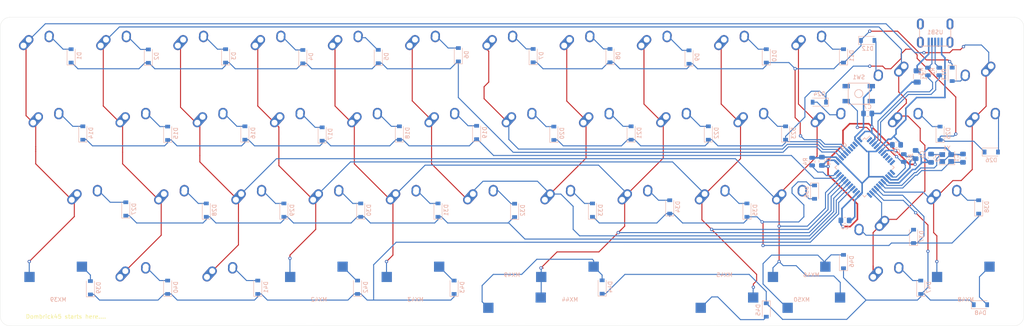
<source format=kicad_pcb>
(kicad_pcb (version 20171130) (host pcbnew "(5.1.4-0-10_14)")
  (layers (0 F.Cu signal) (31 B.Cu signal) (34 B.Paste user) (35 F.Paste user) (36 B.SilkS user) (37 F.SilkS user) (38 B.Mask user) (39 F.Mask user) (44 Edge.Cuts user))
  (net 0 "")
  (net 1 "Net-(C1-Pad2)")
  (net 2 GND)
  (net 3 "Net-(C2-Pad2)")
  (net 4 "Net-(C3-Pad1)")
  (net 5 +5V)
  (net 6 "Net-(D1-Pad2)")
  (net 7 ROW0)
  (net 8 "Net-(D2-Pad2)")
  (net 9 "Net-(D3-Pad2)")
  (net 10 ROW1)
  (net 11 "Net-(D4-Pad2)")
  (net 12 VCC)
  (net 13 COL0)
  (net 14 COL1)
  (net 15 "Net-(R1-Pad1)")
  (net 16 "Net-(R2-Pad2)")
  (net 17 D+)
  (net 18 "Net-(R3-Pad2)")
  (net 19 D-)
  (net 20 "Net-(R4-Pad2)")
  (net 21 "Net-(U1-Pad42)")
  (net 22 "Net-(U1-Pad41)")
  (net 23 "Net-(U1-Pad40)")
  (net 24 "Net-(U1-Pad25)")
  (net 25 "Net-(U1-Pad22)")
  (net 26 "Net-(U1-Pad12)")
  (net 27 "Net-(U1-Pad11)")
  (net 28 "Net-(U1-Pad10)")
  (net 29 "Net-(U1-Pad9)")
  (net 30 "Net-(U1-Pad8)")
  (net 31 "Net-(U1-Pad1)")
  (net 32 "Net-(USB1-Pad6)")
  (net 33 "Net-(USB1-Pad2)")
  (net 34 "Net-(D5-Pad2)")
  (net 35 "Net-(D6-Pad2)")
  (net 36 "Net-(D7-Pad2)")
  (net 37 ROW4)
  (net 38 "Net-(D8-Pad2)")
  (net 39 "Net-(D9-Pad2)")
  (net 40 "Net-(D10-Pad2)")
  (net 41 "Net-(D11-Pad2)")
  (net 42 "Net-(D12-Pad2)")
  (net 43 "Net-(D13-Pad2)")
  (net 44 "Net-(D14-Pad2)")
  (net 45 "Net-(D15-Pad2)")
  (net 46 "Net-(D16-Pad2)")
  (net 47 "Net-(D17-Pad2)")
  (net 48 "Net-(D18-Pad2)")
  (net 49 "Net-(D19-Pad2)")
  (net 50 "Net-(D20-Pad2)")
  (net 51 ROW5)
  (net 52 "Net-(D21-Pad2)")
  (net 53 "Net-(D22-Pad2)")
  (net 54 "Net-(D23-Pad2)")
  (net 55 "Net-(D24-Pad2)")
  (net 56 "Net-(D25-Pad2)")
  (net 57 "Net-(D26-Pad2)")
  (net 58 "Net-(D27-Pad2)")
  (net 59 ROW2)
  (net 60 "Net-(D28-Pad2)")
  (net 61 "Net-(D29-Pad2)")
  (net 62 "Net-(D30-Pad2)")
  (net 63 "Net-(D31-Pad2)")
  (net 64 "Net-(D32-Pad2)")
  (net 65 "Net-(D33-Pad2)")
  (net 66 ROW6)
  (net 67 "Net-(D34-Pad2)")
  (net 68 "Net-(D35-Pad2)")
  (net 69 "Net-(D36-Pad2)")
  (net 70 "Net-(D37-Pad2)")
  (net 71 "Net-(D38-Pad2)")
  (net 72 "Net-(D39-Pad2)")
  (net 73 ROW3)
  (net 74 "Net-(D40-Pad2)")
  (net 75 "Net-(D41-Pad2)")
  (net 76 "Net-(D42-Pad2)")
  (net 77 "Net-(D43-Pad2)")
  (net 78 "Net-(D44-Pad2)")
  (net 79 ROW7)
  (net 80 "Net-(D45-Pad2)")
  (net 81 "Net-(D46-Pad2)")
  (net 82 "Net-(D47-Pad2)")
  (net 83 "Net-(D48-Pad2)")
  (net 84 COL2)
  (net 85 COL3)
  (net 86 COL4)
  (net 87 COL5)
  (net 88 COL6)
  (module MX_Alps_Hybrid:MX-1U-NoLED (layer F.Cu) (at 180.975 79.375)
    (fp_text reference MX34)
    (fp_text value MX-NoLED)
    (pad "" np_thru_hole circle (at 5.08 0 48.0996) (size 1.75 1.75) (drill 1.75) (layers *.Cu *.Mask))
    (pad "" np_thru_hole circle (at -5.08 0 48.0996) (size 1.75 1.75) (drill 1.75) (layers *.Cu *.Mask))
    (pad 1 thru_hole circle (at -2.5 -4) (size 2.25 2.25) (drill 1.47) (layers *.Cu B.Mask) (net 86 COL4))
    (pad "" np_thru_hole circle (at 0 0) (size 3.9878 3.9878) (drill 3.9878) (layers *.Cu *.Mask))
    (pad 1 thru_hole oval (at -3.81 -2.54 48.0996) (size 4.211556 2.25) (drill 1.47 (offset 0.980778 0)) (layers *.Cu B.Mask) (net 86 COL4))
    (pad 2 thru_hole circle (at 2.54 -5.08) (size 2.25 2.25) (drill 1.47) (layers *.Cu B.Mask) (net 67 "Net-(D34-Pad2)"))
    (pad 2 thru_hole oval (at 2.5 -4.5 86.0548) (size 2.831378 2.25) (drill 1.47 (offset 0.290689 0)) (layers *.Cu B.Mask) (net 67 "Net-(D34-Pad2)"))
  )
  (module MX_Alps_Hybrid:MX-1.25U-NoLED (layer F.Cu) (at 35.71875 60.325)
    (fp_text reference MX14)
    (fp_text value MX-NoLED)
    (pad "" np_thru_hole circle (at 5.08 0 48.0996) (size 1.75 1.75) (drill 1.75) (layers *.Cu *.Mask))
    (pad "" np_thru_hole circle (at -5.08 0 48.0996) (size 1.75 1.75) (drill 1.75) (layers *.Cu *.Mask))
    (pad 1 thru_hole circle (at -2.5 -4) (size 2.25 2.25) (drill 1.47) (layers *.Cu B.Mask) (net 13 COL0))
    (pad "" np_thru_hole circle (at 0 0) (size 3.9878 3.9878) (drill 3.9878) (layers *.Cu *.Mask))
    (pad 1 thru_hole oval (at -3.81 -2.54 48.0996) (size 4.211556 2.25) (drill 1.47 (offset 0.980778 0)) (layers *.Cu B.Mask) (net 13 COL0))
    (pad 2 thru_hole circle (at 2.54 -5.08) (size 2.25 2.25) (drill 1.47) (layers *.Cu B.Mask) (net 44 "Net-(D14-Pad2)"))
    (pad 2 thru_hole oval (at 2.5 -4.5 86.0548) (size 2.831378 2.25) (drill 1.47 (offset 0.290689 0)) (layers *.Cu B.Mask) (net 44 "Net-(D14-Pad2)"))
  )
  (module MX_Alps_Hybrid:MX-1U-NoLED (layer F.Cu) (at 171.45 60.325)
    (fp_text reference MX21)
    (fp_text value MX-NoLED)
    (pad "" np_thru_hole circle (at 5.08 0 48.0996) (size 1.75 1.75) (drill 1.75) (layers *.Cu *.Mask))
    (pad "" np_thru_hole circle (at -5.08 0 48.0996) (size 1.75 1.75) (drill 1.75) (layers *.Cu *.Mask))
    (pad 1 thru_hole circle (at -2.5 -4) (size 2.25 2.25) (drill 1.47) (layers *.Cu B.Mask) (net 87 COL5))
    (pad "" np_thru_hole circle (at 0 0) (size 3.9878 3.9878) (drill 3.9878) (layers *.Cu *.Mask))
    (pad 1 thru_hole oval (at -3.81 -2.54 48.0996) (size 4.211556 2.25) (drill 1.47 (offset 0.980778 0)) (layers *.Cu B.Mask) (net 87 COL5))
    (pad 2 thru_hole circle (at 2.54 -5.08) (size 2.25 2.25) (drill 1.47) (layers *.Cu B.Mask) (net 52 "Net-(D21-Pad2)"))
    (pad 2 thru_hole oval (at 2.5 -4.5 86.0548) (size 2.831378 2.25) (drill 1.47 (offset 0.290689 0)) (layers *.Cu B.Mask) (net 52 "Net-(D21-Pad2)"))
  )
  (module MX_Alps_Hybrid:MX-1U-NoLED (layer F.Cu) (at 190.5 60.325)
    (fp_text reference MX22)
    (fp_text value MX-NoLED)
    (pad "" np_thru_hole circle (at 5.08 0 48.0996) (size 1.75 1.75) (drill 1.75) (layers *.Cu *.Mask))
    (pad "" np_thru_hole circle (at -5.08 0 48.0996) (size 1.75 1.75) (drill 1.75) (layers *.Cu *.Mask))
    (pad 1 thru_hole circle (at -2.5 -4) (size 2.25 2.25) (drill 1.47) (layers *.Cu B.Mask) (net 86 COL4))
    (pad "" np_thru_hole circle (at 0 0) (size 3.9878 3.9878) (drill 3.9878) (layers *.Cu *.Mask))
    (pad 1 thru_hole oval (at -3.81 -2.54 48.0996) (size 4.211556 2.25) (drill 1.47 (offset 0.980778 0)) (layers *.Cu B.Mask) (net 86 COL4))
    (pad 2 thru_hole circle (at 2.54 -5.08) (size 2.25 2.25) (drill 1.47) (layers *.Cu B.Mask) (net 53 "Net-(D22-Pad2)"))
    (pad 2 thru_hole oval (at 2.5 -4.5 86.0548) (size 2.831378 2.25) (drill 1.47 (offset 0.290689 0)) (layers *.Cu B.Mask) (net 53 "Net-(D22-Pad2)"))
  )
  (module MX_Alps_Hybrid:MX-1U-NoLED (layer F.Cu) (at 33.3375 41.275)
    (fp_text reference MX1)
    (fp_text value MX-NoLED)
    (pad "" np_thru_hole circle (at 5.08 0 48.0996) (size 1.75 1.75) (drill 1.75) (layers *.Cu *.Mask))
    (pad "" np_thru_hole circle (at -5.08 0 48.0996) (size 1.75 1.75) (drill 1.75) (layers *.Cu *.Mask))
    (pad 1 thru_hole circle (at -2.5 -4) (size 2.25 2.25) (drill 1.47) (layers *.Cu B.Mask) (net 13 COL0))
    (pad "" np_thru_hole circle (at 0 0) (size 3.9878 3.9878) (drill 3.9878) (layers *.Cu *.Mask))
    (pad 1 thru_hole oval (at -3.81 -2.54 48.0996) (size 4.211556 2.25) (drill 1.47 (offset 0.980778 0)) (layers *.Cu B.Mask) (net 13 COL0))
    (pad 2 thru_hole circle (at 2.54 -5.08) (size 2.25 2.25) (drill 1.47) (layers *.Cu B.Mask) (net 6 "Net-(D1-Pad2)"))
    (pad 2 thru_hole oval (at 2.5 -4.5 86.0548) (size 2.831378 2.25) (drill 1.47 (offset 0.290689 0)) (layers *.Cu B.Mask) (net 6 "Net-(D1-Pad2)"))
  )
  (module Capacitor_SMD:C_0805_2012Metric_Pad1.15x1.40mm_HandSolder (layer B.Cu) (at 244.847 63.246)
    (fp_text reference C3 (at 0 1.65) (layer B.SilkS) (effects (justify mirror)))
    (fp_text value 1uF)
    (pad 2 smd roundrect (at 1.025 0) (size 1.15 1.4) (layers B.Cu B.Paste B.Mask) (roundrect_rratio 0.217391) (net 2 GND))
    (pad 1 smd roundrect (at -1.025 0) (size 1.15 1.4) (layers B.Cu B.Paste B.Mask) (roundrect_rratio 0.217391) (net 4 "Net-(C3-Pad1)"))
  )
  (module Package_QFP:TQFP-44_10x10mm_P0.8mm (layer B.Cu) (at 236.969435 68.834 225)
    (fp_text reference U1 (at 0 7.45 45) (layer B.SilkS) (effects (justify mirror)))
    (fp_text value ATmega32U4-AU)
    (pad 44 smd rect (at -4 5.7 135) (size 1.5 0.55) (layers B.Cu B.Paste B.Mask) (net 5 +5V))
    (pad 43 smd rect (at -3.2 5.7 135) (size 1.5 0.55) (layers B.Cu B.Paste B.Mask) (net 2 GND))
    (pad 42 smd rect (at -2.4 5.7 135) (size 1.5 0.55) (layers B.Cu B.Paste B.Mask) (net 21 "Net-(U1-Pad42)"))
    (pad 41 smd rect (at -1.6 5.7 135) (size 1.5 0.55) (layers B.Cu B.Paste B.Mask) (net 22 "Net-(U1-Pad41)"))
    (pad 40 smd rect (at -0.8 5.7 135) (size 1.5 0.55) (layers B.Cu B.Paste B.Mask) (net 23 "Net-(U1-Pad40)"))
    (pad 39 smd rect (at 0 5.7 135) (size 1.5 0.55) (layers B.Cu B.Paste B.Mask) (net 37 ROW4))
    (pad 38 smd rect (at 0.8 5.7 135) (size 1.5 0.55) (layers B.Cu B.Paste B.Mask) (net 51 ROW5))
    (pad 37 smd rect (at 1.6 5.7 135) (size 1.5 0.55) (layers B.Cu B.Paste B.Mask) (net 88 COL6))
    (pad 36 smd rect (at 2.4 5.7 135) (size 1.5 0.55) (layers B.Cu B.Paste B.Mask) (net 7 ROW0))
    (pad 35 smd rect (at 3.2 5.7 135) (size 1.5 0.55) (layers B.Cu B.Paste B.Mask) (net 2 GND))
    (pad 34 smd rect (at 4 5.7 135) (size 1.5 0.55) (layers B.Cu B.Paste B.Mask) (net 5 +5V))
    (pad 33 smd rect (at 5.7 4 225) (size 1.5 0.55) (layers B.Cu B.Paste B.Mask) (net 20 "Net-(R4-Pad2)"))
    (pad 32 smd rect (at 5.7 3.2 225) (size 1.5 0.55) (layers B.Cu B.Paste B.Mask) (net 10 ROW1))
    (pad 31 smd rect (at 5.7 2.4 225) (size 1.5 0.55) (layers B.Cu B.Paste B.Mask) (net 84 COL2))
    (pad 30 smd rect (at 5.7 1.6 225) (size 1.5 0.55) (layers B.Cu B.Paste B.Mask) (net 85 COL3))
    (pad 29 smd rect (at 5.7 0.8 225) (size 1.5 0.55) (layers B.Cu B.Paste B.Mask) (net 86 COL4))
    (pad 28 smd rect (at 5.7 0 225) (size 1.5 0.55) (layers B.Cu B.Paste B.Mask) (net 87 COL5))
    (pad 27 smd rect (at 5.7 -0.8 225) (size 1.5 0.55) (layers B.Cu B.Paste B.Mask) (net 59 ROW2))
    (pad 26 smd rect (at 5.7 -1.6 225) (size 1.5 0.55) (layers B.Cu B.Paste B.Mask) (net 73 ROW3))
    (pad 25 smd rect (at 5.7 -2.4 225) (size 1.5 0.55) (layers B.Cu B.Paste B.Mask) (net 24 "Net-(U1-Pad25)"))
    (pad 24 smd rect (at 5.7 -3.2 225) (size 1.5 0.55) (layers B.Cu B.Paste B.Mask) (net 5 +5V))
    (pad 23 smd rect (at 5.7 -4 225) (size 1.5 0.55) (layers B.Cu B.Paste B.Mask) (net 2 GND))
    (pad 22 smd rect (at 4 -5.7 135) (size 1.5 0.55) (layers B.Cu B.Paste B.Mask) (net 25 "Net-(U1-Pad22)"))
    (pad 21 smd rect (at 3.2 -5.7 135) (size 1.5 0.55) (layers B.Cu B.Paste B.Mask) (net 14 COL1))
    (pad 20 smd rect (at 2.4 -5.7 135) (size 1.5 0.55) (layers B.Cu B.Paste B.Mask) (net 79 ROW7))
    (pad 19 smd rect (at 1.6 -5.7 135) (size 1.5 0.55) (layers B.Cu B.Paste B.Mask) (net 66 ROW6))
    (pad 18 smd rect (at 0.8 -5.7 135) (size 1.5 0.55) (layers B.Cu B.Paste B.Mask) (net 13 COL0))
    (pad 17 smd rect (at 0 -5.7 135) (size 1.5 0.55) (layers B.Cu B.Paste B.Mask) (net 1 "Net-(C1-Pad2)"))
    (pad 16 smd rect (at -0.8 -5.7 135) (size 1.5 0.55) (layers B.Cu B.Paste B.Mask) (net 3 "Net-(C2-Pad2)"))
    (pad 15 smd rect (at -1.6 -5.7 135) (size 1.5 0.55) (layers B.Cu B.Paste B.Mask) (net 2 GND))
    (pad 14 smd rect (at -2.4 -5.7 135) (size 1.5 0.55) (layers B.Cu B.Paste B.Mask) (net 5 +5V))
    (pad 13 smd rect (at -3.2 -5.7 135) (size 1.5 0.55) (layers B.Cu B.Paste B.Mask) (net 15 "Net-(R1-Pad1)"))
    (pad 12 smd rect (at -4 -5.7 135) (size 1.5 0.55) (layers B.Cu B.Paste B.Mask) (net 26 "Net-(U1-Pad12)"))
    (pad 11 smd rect (at -5.7 -4 225) (size 1.5 0.55) (layers B.Cu B.Paste B.Mask) (net 27 "Net-(U1-Pad11)"))
    (pad 10 smd rect (at -5.7 -3.2 225) (size 1.5 0.55) (layers B.Cu B.Paste B.Mask) (net 28 "Net-(U1-Pad10)"))
    (pad 9 smd rect (at -5.7 -2.4 225) (size 1.5 0.55) (layers B.Cu B.Paste B.Mask) (net 29 "Net-(U1-Pad9)"))
    (pad 8 smd rect (at -5.7 -1.6 225) (size 1.5 0.55) (layers B.Cu B.Paste B.Mask) (net 30 "Net-(U1-Pad8)"))
    (pad 7 smd rect (at -5.7 -0.8 225) (size 1.5 0.55) (layers B.Cu B.Paste B.Mask) (net 5 +5V))
    (pad 6 smd rect (at -5.7 0 225) (size 1.5 0.55) (layers B.Cu B.Paste B.Mask) (net 4 "Net-(C3-Pad1)"))
    (pad 5 smd rect (at -5.7 0.8 225) (size 1.5 0.55) (layers B.Cu B.Paste B.Mask) (net 2 GND))
    (pad 4 smd rect (at -5.7 1.6 225) (size 1.5 0.55) (layers B.Cu B.Paste B.Mask) (net 16 "Net-(R2-Pad2)"))
    (pad 3 smd rect (at -5.7 2.4 225) (size 1.5 0.55) (layers B.Cu B.Paste B.Mask) (net 18 "Net-(R3-Pad2)"))
    (pad 2 smd rect (at -5.7 3.2 225) (size 1.5 0.55) (layers B.Cu B.Paste B.Mask) (net 5 +5V))
    (pad 1 smd rect (at -5.7 4 225) (size 1.5 0.55) (layers B.Cu B.Paste B.Mask) (net 31 "Net-(U1-Pad1)"))
  )
  (module MX_Alps_Hybrid:MX-1U-NoLED (layer F.Cu) (at 247.65 60.325)
    (fp_text reference MX25)
    (fp_text value MX-NoLED)
    (pad "" np_thru_hole circle (at 5.08 0 48.0996) (size 1.75 1.75) (drill 1.75) (layers *.Cu *.Mask))
    (pad "" np_thru_hole circle (at -5.08 0 48.0996) (size 1.75 1.75) (drill 1.75) (layers *.Cu *.Mask))
    (pad 1 thru_hole circle (at -2.5 -4) (size 2.25 2.25) (drill 1.47) (layers *.Cu B.Mask) (net 14 COL1))
    (pad "" np_thru_hole circle (at 0 0) (size 3.9878 3.9878) (drill 3.9878) (layers *.Cu *.Mask))
    (pad 1 thru_hole oval (at -3.81 -2.54 48.0996) (size 4.211556 2.25) (drill 1.47 (offset 0.980778 0)) (layers *.Cu B.Mask) (net 14 COL1))
    (pad 2 thru_hole circle (at 2.54 -5.08) (size 2.25 2.25) (drill 1.47) (layers *.Cu B.Mask) (net 56 "Net-(D25-Pad2)"))
    (pad 2 thru_hole oval (at 2.5 -4.5 86.0548) (size 2.831378 2.25) (drill 1.47 (offset 0.290689 0)) (layers *.Cu B.Mask) (net 56 "Net-(D25-Pad2)"))
  )
  (module MX_Alps_Hybrid:MX-1U-NoLED (layer F.Cu) (at 242.8875 41.275 180)
    (fp_text reference MX12)
    (fp_text value MX-NoLED)
    (pad "" np_thru_hole circle (at 5.08 0 228.0996) (size 1.75 1.75) (drill 1.75) (layers *.Cu *.Mask))
    (pad "" np_thru_hole circle (at -5.08 0 228.0996) (size 1.75 1.75) (drill 1.75) (layers *.Cu *.Mask))
    (pad 1 thru_hole circle (at -2.5 -4 180) (size 2.25 2.25) (drill 1.47) (layers *.Cu B.Mask) (net 14 COL1))
    (pad "" np_thru_hole circle (at 0 0 180) (size 3.9878 3.9878) (drill 3.9878) (layers *.Cu *.Mask))
    (pad 1 thru_hole oval (at -3.81 -2.54 228.0996) (size 4.211556 2.25) (drill 1.47 (offset 0.980778 0)) (layers *.Cu B.Mask) (net 14 COL1))
    (pad 2 thru_hole circle (at 2.54 -5.08 180) (size 2.25 2.25) (drill 1.47) (layers *.Cu B.Mask) (net 42 "Net-(D12-Pad2)"))
    (pad 2 thru_hole oval (at 2.5 -4.5 266.0548) (size 2.831378 2.25) (drill 1.47 (offset 0.290689 0)) (layers *.Cu B.Mask) (net 42 "Net-(D12-Pad2)"))
  )
  (module MX_Alps_Hybrid:MX-1U-NoLED (layer F.Cu) (at 242.8875 98.425)
    (fp_text reference MX47)
    (fp_text value MX-NoLED)
    (pad "" np_thru_hole circle (at 5.08 0 48.0996) (size 1.75 1.75) (drill 1.75) (layers *.Cu *.Mask))
    (pad "" np_thru_hole circle (at -5.08 0 48.0996) (size 1.75 1.75) (drill 1.75) (layers *.Cu *.Mask))
    (pad 1 thru_hole circle (at -2.5 -4) (size 2.25 2.25) (drill 1.47) (layers *.Cu B.Mask) (net 14 COL1))
    (pad "" np_thru_hole circle (at 0 0) (size 3.9878 3.9878) (drill 3.9878) (layers *.Cu *.Mask))
    (pad 1 thru_hole oval (at -3.81 -2.54 48.0996) (size 4.211556 2.25) (drill 1.47 (offset 0.980778 0)) (layers *.Cu B.Mask) (net 14 COL1))
    (pad 2 thru_hole circle (at 2.54 -5.08) (size 2.25 2.25) (drill 1.47) (layers *.Cu B.Mask) (net 82 "Net-(D47-Pad2)"))
    (pad 2 thru_hole oval (at 2.5 -4.5 86.0548) (size 2.831378 2.25) (drill 1.47 (offset 0.290689 0)) (layers *.Cu B.Mask) (net 82 "Net-(D47-Pad2)"))
  )
  (module MX_Alps_Hybrid:MX-1U-NoLED (layer F.Cu) (at 238.125 79.375 180)
    (fp_text reference MX37)
    (fp_text value MX-NoLED)
    (pad "" np_thru_hole circle (at 5.08 0 228.0996) (size 1.75 1.75) (drill 1.75) (layers *.Cu *.Mask))
    (pad "" np_thru_hole circle (at -5.08 0 228.0996) (size 1.75 1.75) (drill 1.75) (layers *.Cu *.Mask))
    (pad 1 thru_hole circle (at -2.5 -4 180) (size 2.25 2.25) (drill 1.47) (layers *.Cu B.Mask) (net 14 COL1))
    (pad "" np_thru_hole circle (at 0 0 180) (size 3.9878 3.9878) (drill 3.9878) (layers *.Cu *.Mask))
    (pad 1 thru_hole oval (at -3.81 -2.54 228.0996) (size 4.211556 2.25) (drill 1.47 (offset 0.980778 0)) (layers *.Cu B.Mask) (net 14 COL1))
    (pad 2 thru_hole circle (at 2.54 -5.08 180) (size 2.25 2.25) (drill 1.47) (layers *.Cu B.Mask) (net 70 "Net-(D37-Pad2)"))
    (pad 2 thru_hole oval (at 2.5 -4.5 266.0548) (size 2.831378 2.25) (drill 1.47 (offset 0.290689 0)) (layers *.Cu B.Mask) (net 70 "Net-(D37-Pad2)"))
  )
  (module MX_Only:MXOnly-6.25U-Hotswap (layer F.Cu) (at 150.01875 98.425 180)
    (fp_text reference MX49)
    (fp_text value MX-NoLED)
    (fp_text user %R (at 0 3.048) (layer B.SilkS) (effects (justify mirror)))
    (pad "" np_thru_hole circle (at -49.9999 8.255 180) (size 3.9878 3.9878) (drill 3.9878) (layers *.Cu *.Mask))
    (pad "" np_thru_hole circle (at 49.9999 8.255 180) (size 3.9878 3.9878) (drill 3.9878) (layers *.Cu *.Mask))
    (pad "" np_thru_hole circle (at -49.9999 -6.985 180) (size 3.048 3.048) (drill 3.048) (layers *.Cu *.Mask))
    (pad "" np_thru_hole circle (at 49.9999 -6.985 180) (size 3.048 3.048) (drill 3.048) (layers *.Cu *.Mask))
    (pad 2 smd rect (at 5.842 -5.08 180) (size 2.55 2.5) (layers B.Cu B.Paste B.Mask) (net 78 "Net-(D44-Pad2)"))
    (pad 1 smd rect (at -7.085 -2.54 180) (size 2.55 2.5) (layers B.Cu B.Paste B.Mask) (net 86 COL4))
    (pad "" np_thru_hole circle (at 5.08 0 228.0996) (size 1.75 1.75) (drill 1.75) (layers *.Cu *.Mask))
    (pad "" np_thru_hole circle (at -5.08 0 228.0996) (size 1.75 1.75) (drill 1.75) (layers *.Cu *.Mask))
    (pad "" np_thru_hole circle (at -3.81 -2.54 180) (size 3 3) (drill 3) (layers *.Cu *.Mask))
    (pad "" np_thru_hole circle (at 0 0 180) (size 3.9878 3.9878) (drill 3.9878) (layers *.Cu *.Mask))
    (pad "" np_thru_hole circle (at 2.54 -5.08 180) (size 3 3) (drill 3) (layers *.Cu *.Mask))
  )
  (module MX_Alps_Hybrid:MX-1U-NoLED (layer F.Cu) (at 161.925 79.375)
    (fp_text reference MX33)
    (fp_text value MX-NoLED)
    (pad "" np_thru_hole circle (at 5.08 0 48.0996) (size 1.75 1.75) (drill 1.75) (layers *.Cu *.Mask))
    (pad "" np_thru_hole circle (at -5.08 0 48.0996) (size 1.75 1.75) (drill 1.75) (layers *.Cu *.Mask))
    (pad 1 thru_hole circle (at -2.5 -4) (size 2.25 2.25) (drill 1.47) (layers *.Cu B.Mask) (net 87 COL5))
    (pad "" np_thru_hole circle (at 0 0) (size 3.9878 3.9878) (drill 3.9878) (layers *.Cu *.Mask))
    (pad 1 thru_hole oval (at -3.81 -2.54 48.0996) (size 4.211556 2.25) (drill 1.47 (offset 0.980778 0)) (layers *.Cu B.Mask) (net 87 COL5))
    (pad 2 thru_hole circle (at 2.54 -5.08) (size 2.25 2.25) (drill 1.47) (layers *.Cu B.Mask) (net 65 "Net-(D33-Pad2)"))
    (pad 2 thru_hole oval (at 2.5 -4.5 86.0548) (size 2.831378 2.25) (drill 1.47 (offset 0.290689 0)) (layers *.Cu B.Mask) (net 65 "Net-(D33-Pad2)"))
  )
  (module MX_Only:MXOnly-1U-Hotswap (layer F.Cu) (at 261.9375 98.425)
    (fp_text reference MX48)
    (fp_text value MX-NoLED)
    (fp_text user %R (at 0 3.048) (layer B.SilkS) (effects (justify mirror)))
    (pad 2 smd rect (at 5.842 -5.08) (size 2.55 2.5) (layers B.Cu B.Paste B.Mask) (net 83 "Net-(D48-Pad2)"))
    (pad 1 smd rect (at -7.085 -2.54) (size 2.55 2.5) (layers B.Cu B.Paste B.Mask) (net 13 COL0))
    (pad "" np_thru_hole circle (at 5.08 0 48.0996) (size 1.75 1.75) (drill 1.75) (layers *.Cu *.Mask))
    (pad "" np_thru_hole circle (at -5.08 0 48.0996) (size 1.75 1.75) (drill 1.75) (layers *.Cu *.Mask))
    (pad "" np_thru_hole circle (at -3.81 -2.54) (size 3 3) (drill 3) (layers *.Cu *.Mask))
    (pad "" np_thru_hole circle (at 0 0) (size 3.9878 3.9878) (drill 3.9878) (layers *.Cu *.Mask))
    (pad "" np_thru_hole circle (at 2.54 -5.08) (size 3 3) (drill 3) (layers *.Cu *.Mask))
  )
  (module MX_Only:MXOnly-2.75U-Hotswap-ReversedStabilizers (layer F.Cu) (at 164.30625 98.425)
    (fp_text reference MX44)
    (fp_text value MX-NoLED)
    (fp_text user %R (at 0 3.048) (layer B.SilkS) (effects (justify mirror)))
    (pad "" np_thru_hole circle (at -11.938 -8.255) (size 3.9878 3.9878) (drill 3.9878) (layers *.Cu *.Mask))
    (pad "" np_thru_hole circle (at 11.938 -8.255) (size 3.9878 3.9878) (drill 3.9878) (layers *.Cu *.Mask))
    (pad "" np_thru_hole circle (at -11.938 6.985) (size 3.048 3.048) (drill 3.048) (layers *.Cu *.Mask))
    (pad "" np_thru_hole circle (at 11.938 6.985) (size 3.048 3.048) (drill 3.048) (layers *.Cu *.Mask))
    (pad 2 smd rect (at 5.842 -5.08) (size 2.55 2.5) (layers B.Cu B.Paste B.Mask) (net 78 "Net-(D44-Pad2)"))
    (pad 1 smd rect (at -7.085 -2.54) (size 2.55 2.5) (layers B.Cu B.Paste B.Mask) (net 86 COL4))
    (pad "" np_thru_hole circle (at 5.08 0 48.0996) (size 1.75 1.75) (drill 1.75) (layers *.Cu *.Mask))
    (pad "" np_thru_hole circle (at -5.08 0 48.0996) (size 1.75 1.75) (drill 1.75) (layers *.Cu *.Mask))
    (pad "" np_thru_hole circle (at -3.81 -2.54) (size 3 3) (drill 3) (layers *.Cu *.Mask))
    (pad "" np_thru_hole circle (at 0 0) (size 3.9878 3.9878) (drill 3.9878) (layers *.Cu *.Mask))
    (pad "" np_thru_hole circle (at 2.54 -5.08) (size 3 3) (drill 3) (layers *.Cu *.Mask))
  )
  (module MX_Only:MXOnly-1.25U-Hotswap (layer F.Cu) (at 221.45625 98.425)
    (fp_text reference MX50)
    (fp_text value MX-NoLED)
    (fp_text user %R (at 0 3.048) (layer B.SilkS) (effects (justify mirror)))
    (pad 2 smd rect (at 5.842 -5.08) (size 2.55 2.5) (layers B.Cu B.Paste B.Mask) (net 81 "Net-(D46-Pad2)"))
    (pad 1 smd rect (at -7.085 -2.54) (size 2.55 2.5) (layers B.Cu B.Paste B.Mask) (net 84 COL2))
    (pad "" np_thru_hole circle (at 5.08 0 48.0996) (size 1.75 1.75) (drill 1.75) (layers *.Cu *.Mask))
    (pad "" np_thru_hole circle (at -5.08 0 48.0996) (size 1.75 1.75) (drill 1.75) (layers *.Cu *.Mask))
    (pad "" np_thru_hole circle (at -3.81 -2.54) (size 3 3) (drill 3) (layers *.Cu *.Mask))
    (pad "" np_thru_hole circle (at 0 0) (size 3.9878 3.9878) (drill 3.9878) (layers *.Cu *.Mask))
    (pad "" np_thru_hole circle (at 2.54 -5.08) (size 3 3) (drill 3) (layers *.Cu *.Mask))
  )
  (module MX_Only:MXOnly-1U-Hotswap (layer F.Cu) (at 223.8375 98.425 180)
    (fp_text reference MX46)
    (fp_text value MX-NoLED)
    (fp_text user %R (at 0 3.048) (layer B.SilkS) (effects (justify mirror)))
    (pad 2 smd rect (at 5.842 -5.08 180) (size 2.55 2.5) (layers B.Cu B.Paste B.Mask) (net 81 "Net-(D46-Pad2)"))
    (pad 1 smd rect (at -7.085 -2.54 180) (size 2.55 2.5) (layers B.Cu B.Paste B.Mask) (net 84 COL2))
    (pad "" np_thru_hole circle (at 5.08 0 228.0996) (size 1.75 1.75) (drill 1.75) (layers *.Cu *.Mask))
    (pad "" np_thru_hole circle (at -5.08 0 228.0996) (size 1.75 1.75) (drill 1.75) (layers *.Cu *.Mask))
    (pad "" np_thru_hole circle (at -3.81 -2.54 180) (size 3 3) (drill 3) (layers *.Cu *.Mask))
    (pad "" np_thru_hole circle (at 0 0 180) (size 3.9878 3.9878) (drill 3.9878) (layers *.Cu *.Mask))
    (pad "" np_thru_hole circle (at 2.54 -5.08 180) (size 3 3) (drill 3) (layers *.Cu *.Mask))
  )
  (module MX_Only:MXOnly-1.25U-Hotswap (layer F.Cu) (at 202.40625 98.425 180)
    (fp_text reference MX45)
    (fp_text value MX-NoLED)
    (fp_text user %R (at 0 3.048) (layer B.SilkS) (effects (justify mirror)))
    (pad 2 smd rect (at 5.842 -5.08 180) (size 2.55 2.5) (layers B.Cu B.Paste B.Mask) (net 80 "Net-(D45-Pad2)"))
    (pad 1 smd rect (at -7.085 -2.54 180) (size 2.55 2.5) (layers B.Cu B.Paste B.Mask) (net 85 COL3))
    (pad "" np_thru_hole circle (at 5.08 0 228.0996) (size 1.75 1.75) (drill 1.75) (layers *.Cu *.Mask))
    (pad "" np_thru_hole circle (at -5.08 0 228.0996) (size 1.75 1.75) (drill 1.75) (layers *.Cu *.Mask))
    (pad "" np_thru_hole circle (at -3.81 -2.54 180) (size 3 3) (drill 3) (layers *.Cu *.Mask))
    (pad "" np_thru_hole circle (at 0 0 180) (size 3.9878 3.9878) (drill 3.9878) (layers *.Cu *.Mask))
    (pad "" np_thru_hole circle (at 2.54 -5.08 180) (size 3 3) (drill 3) (layers *.Cu *.Mask))
  )
  (module MX_Only:MXOnly-1.25U-Hotswap (layer F.Cu) (at 126.20625 98.425)
    (fp_text reference MX43)
    (fp_text value MX-NoLED)
    (fp_text user %R (at 0 3.048) (layer B.SilkS) (effects (justify mirror)))
    (pad 2 smd rect (at 5.842 -5.08) (size 2.55 2.5) (layers B.Cu B.Paste B.Mask) (net 77 "Net-(D43-Pad2)"))
    (pad 1 smd rect (at -7.085 -2.54) (size 2.55 2.5) (layers B.Cu B.Paste B.Mask) (net 86 COL4))
    (pad "" np_thru_hole circle (at 5.08 0 48.0996) (size 1.75 1.75) (drill 1.75) (layers *.Cu *.Mask))
    (pad "" np_thru_hole circle (at -5.08 0 48.0996) (size 1.75 1.75) (drill 1.75) (layers *.Cu *.Mask))
    (pad "" np_thru_hole circle (at -3.81 -2.54) (size 3 3) (drill 3) (layers *.Cu *.Mask))
    (pad "" np_thru_hole circle (at 0 0) (size 3.9878 3.9878) (drill 3.9878) (layers *.Cu *.Mask))
    (pad "" np_thru_hole circle (at 2.54 -5.08) (size 3 3) (drill 3) (layers *.Cu *.Mask))
  )
  (module MX_Only:MXOnly-1.25U-Hotswap (layer F.Cu) (at 102.39375 98.425)
    (fp_text reference MX42)
    (fp_text value MX-NoLED)
    (fp_text user %R (at 0 3.048) (layer B.SilkS) (effects (justify mirror)))
    (pad 2 smd rect (at 5.842 -5.08) (size 2.55 2.5) (layers B.Cu B.Paste B.Mask) (net 76 "Net-(D42-Pad2)"))
    (pad 1 smd rect (at -7.085 -2.54) (size 2.55 2.5) (layers B.Cu B.Paste B.Mask) (net 85 COL3))
    (pad "" np_thru_hole circle (at 5.08 0 48.0996) (size 1.75 1.75) (drill 1.75) (layers *.Cu *.Mask))
    (pad "" np_thru_hole circle (at -5.08 0 48.0996) (size 1.75 1.75) (drill 1.75) (layers *.Cu *.Mask))
    (pad "" np_thru_hole circle (at -3.81 -2.54) (size 3 3) (drill 3) (layers *.Cu *.Mask))
    (pad "" np_thru_hole circle (at 0 0) (size 3.9878 3.9878) (drill 3.9878) (layers *.Cu *.Mask))
    (pad "" np_thru_hole circle (at 2.54 -5.08) (size 3 3) (drill 3) (layers *.Cu *.Mask))
  )
  (module MX_Only:MXOnly-1U-Hotswap (layer F.Cu) (at 38.1 98.425)
    (fp_text reference MX39)
    (fp_text value MX-NoLED)
    (fp_text user %R (at 0 3.048) (layer B.SilkS) (effects (justify mirror)))
    (pad 2 smd rect (at 5.842 -5.08) (size 2.55 2.5) (layers B.Cu B.Paste B.Mask) (net 72 "Net-(D39-Pad2)"))
    (pad 1 smd rect (at -7.085 -2.54) (size 2.55 2.5) (layers B.Cu B.Paste B.Mask) (net 13 COL0))
    (pad "" np_thru_hole circle (at 5.08 0 48.0996) (size 1.75 1.75) (drill 1.75) (layers *.Cu *.Mask))
    (pad "" np_thru_hole circle (at -5.08 0 48.0996) (size 1.75 1.75) (drill 1.75) (layers *.Cu *.Mask))
    (pad "" np_thru_hole circle (at -3.81 -2.54) (size 3 3) (drill 3) (layers *.Cu *.Mask))
    (pad "" np_thru_hole circle (at 0 0) (size 3.9878 3.9878) (drill 3.9878) (layers *.Cu *.Mask))
    (pad "" np_thru_hole circle (at 2.54 -5.08) (size 3 3) (drill 3) (layers *.Cu *.Mask))
  )
  (module MX_Alps_Hybrid:MX-1.25U-NoLED (layer F.Cu) (at 78.58125 98.425)
    (fp_text reference MX41)
    (fp_text value MX-NoLED)
    (pad "" np_thru_hole circle (at 5.08 0 48.0996) (size 1.75 1.75) (drill 1.75) (layers *.Cu *.Mask))
    (pad "" np_thru_hole circle (at -5.08 0 48.0996) (size 1.75 1.75) (drill 1.75) (layers *.Cu *.Mask))
    (pad 1 thru_hole circle (at -2.5 -4) (size 2.25 2.25) (drill 1.47) (layers *.Cu B.Mask) (net 84 COL2))
    (pad "" np_thru_hole circle (at 0 0) (size 3.9878 3.9878) (drill 3.9878) (layers *.Cu *.Mask))
    (pad 1 thru_hole oval (at -3.81 -2.54 48.0996) (size 4.211556 2.25) (drill 1.47 (offset 0.980778 0)) (layers *.Cu B.Mask) (net 84 COL2))
    (pad 2 thru_hole circle (at 2.54 -5.08) (size 2.25 2.25) (drill 1.47) (layers *.Cu B.Mask) (net 75 "Net-(D41-Pad2)"))
    (pad 2 thru_hole oval (at 2.5 -4.5 86.0548) (size 2.831378 2.25) (drill 1.47 (offset 0.290689 0)) (layers *.Cu B.Mask) (net 75 "Net-(D41-Pad2)"))
  )
  (module MX_Alps_Hybrid:MX-1.25U-NoLED (layer F.Cu) (at 264.31875 41.275 180)
    (fp_text reference MX13)
    (fp_text value MX-NoLED)
    (pad "" np_thru_hole circle (at 5.08 0 228.0996) (size 1.75 1.75) (drill 1.75) (layers *.Cu *.Mask))
    (pad "" np_thru_hole circle (at -5.08 0 228.0996) (size 1.75 1.75) (drill 1.75) (layers *.Cu *.Mask))
    (pad 1 thru_hole circle (at -2.5 -4 180) (size 2.25 2.25) (drill 1.47) (layers *.Cu B.Mask) (net 13 COL0))
    (pad "" np_thru_hole circle (at 0 0 180) (size 3.9878 3.9878) (drill 3.9878) (layers *.Cu *.Mask))
    (pad 1 thru_hole oval (at -3.81 -2.54 228.0996) (size 4.211556 2.25) (drill 1.47 (offset 0.980778 0)) (layers *.Cu B.Mask) (net 13 COL0))
    (pad 2 thru_hole circle (at 2.54 -5.08 180) (size 2.25 2.25) (drill 1.47) (layers *.Cu B.Mask) (net 43 "Net-(D13-Pad2)"))
    (pad 2 thru_hole oval (at 2.5 -4.5 266.0548) (size 2.831378 2.25) (drill 1.47 (offset 0.290689 0)) (layers *.Cu B.Mask) (net 43 "Net-(D13-Pad2)"))
  )
  (module MX_Alps_Hybrid:MX-1.25U-NoLED (layer F.Cu) (at 45.24375 79.375)
    (fp_text reference MX27)
    (fp_text value MX-NoLED)
    (pad "" np_thru_hole circle (at 5.08 0 48.0996) (size 1.75 1.75) (drill 1.75) (layers *.Cu *.Mask))
    (pad "" np_thru_hole circle (at -5.08 0 48.0996) (size 1.75 1.75) (drill 1.75) (layers *.Cu *.Mask))
    (pad 1 thru_hole circle (at -2.5 -4) (size 2.25 2.25) (drill 1.47) (layers *.Cu B.Mask) (net 13 COL0))
    (pad "" np_thru_hole circle (at 0 0) (size 3.9878 3.9878) (drill 3.9878) (layers *.Cu *.Mask))
    (pad 1 thru_hole oval (at -3.81 -2.54 48.0996) (size 4.211556 2.25) (drill 1.47 (offset 0.980778 0)) (layers *.Cu B.Mask) (net 13 COL0))
    (pad 2 thru_hole circle (at 2.54 -5.08) (size 2.25 2.25) (drill 1.47) (layers *.Cu B.Mask) (net 58 "Net-(D27-Pad2)"))
    (pad 2 thru_hole oval (at 2.5 -4.5 86.0548) (size 2.831378 2.25) (drill 1.47 (offset 0.290689 0)) (layers *.Cu B.Mask) (net 58 "Net-(D27-Pad2)"))
  )
  (module MX_Alps_Hybrid:MX-1U-NoLED (layer F.Cu) (at 57.15 98.425)
    (fp_text reference MX40)
    (fp_text value MX-NoLED)
    (pad "" np_thru_hole circle (at 5.08 0 48.0996) (size 1.75 1.75) (drill 1.75) (layers *.Cu *.Mask))
    (pad "" np_thru_hole circle (at -5.08 0 48.0996) (size 1.75 1.75) (drill 1.75) (layers *.Cu *.Mask))
    (pad 1 thru_hole circle (at -2.5 -4) (size 2.25 2.25) (drill 1.47) (layers *.Cu B.Mask) (net 14 COL1))
    (pad "" np_thru_hole circle (at 0 0) (size 3.9878 3.9878) (drill 3.9878) (layers *.Cu *.Mask))
    (pad 1 thru_hole oval (at -3.81 -2.54 48.0996) (size 4.211556 2.25) (drill 1.47 (offset 0.980778 0)) (layers *.Cu B.Mask) (net 14 COL1))
    (pad 2 thru_hole circle (at 2.54 -5.08) (size 2.25 2.25) (drill 1.47) (layers *.Cu B.Mask) (net 74 "Net-(D40-Pad2)"))
    (pad 2 thru_hole oval (at 2.5 -4.5 86.0548) (size 2.831378 2.25) (drill 1.47 (offset 0.290689 0)) (layers *.Cu B.Mask) (net 74 "Net-(D40-Pad2)"))
  )
  (module MX_Alps_Hybrid:MX-1U-NoLED (layer F.Cu) (at 257.175 79.375)
    (fp_text reference MX38)
    (fp_text value MX-NoLED)
    (pad "" np_thru_hole circle (at 5.08 0 48.0996) (size 1.75 1.75) (drill 1.75) (layers *.Cu *.Mask))
    (pad "" np_thru_hole circle (at -5.08 0 48.0996) (size 1.75 1.75) (drill 1.75) (layers *.Cu *.Mask))
    (pad 1 thru_hole circle (at -2.5 -4) (size 2.25 2.25) (drill 1.47) (layers *.Cu B.Mask) (net 13 COL0))
    (pad "" np_thru_hole circle (at 0 0) (size 3.9878 3.9878) (drill 3.9878) (layers *.Cu *.Mask))
    (pad 1 thru_hole oval (at -3.81 -2.54 48.0996) (size 4.211556 2.25) (drill 1.47 (offset 0.980778 0)) (layers *.Cu B.Mask) (net 13 COL0))
    (pad 2 thru_hole circle (at 2.54 -5.08) (size 2.25 2.25) (drill 1.47) (layers *.Cu B.Mask) (net 71 "Net-(D38-Pad2)"))
    (pad 2 thru_hole oval (at 2.5 -4.5 86.0548) (size 2.831378 2.25) (drill 1.47 (offset 0.290689 0)) (layers *.Cu B.Mask) (net 71 "Net-(D38-Pad2)"))
  )
  (module MX_Alps_Hybrid:MX-1U-NoLED (layer F.Cu) (at 219.075 79.375)
    (fp_text reference MX36)
    (fp_text value MX-NoLED)
    (pad "" np_thru_hole circle (at 5.08 0 48.0996) (size 1.75 1.75) (drill 1.75) (layers *.Cu *.Mask))
    (pad "" np_thru_hole circle (at -5.08 0 48.0996) (size 1.75 1.75) (drill 1.75) (layers *.Cu *.Mask))
    (pad 1 thru_hole circle (at -2.5 -4) (size 2.25 2.25) (drill 1.47) (layers *.Cu B.Mask) (net 84 COL2))
    (pad "" np_thru_hole circle (at 0 0) (size 3.9878 3.9878) (drill 3.9878) (layers *.Cu *.Mask))
    (pad 1 thru_hole oval (at -3.81 -2.54 48.0996) (size 4.211556 2.25) (drill 1.47 (offset 0.980778 0)) (layers *.Cu B.Mask) (net 84 COL2))
    (pad 2 thru_hole circle (at 2.54 -5.08) (size 2.25 2.25) (drill 1.47) (layers *.Cu B.Mask) (net 69 "Net-(D36-Pad2)"))
    (pad 2 thru_hole oval (at 2.5 -4.5 86.0548) (size 2.831378 2.25) (drill 1.47 (offset 0.290689 0)) (layers *.Cu B.Mask) (net 69 "Net-(D36-Pad2)"))
  )
  (module MX_Alps_Hybrid:MX-1U-NoLED (layer F.Cu) (at 200.025 79.375)
    (fp_text reference MX35)
    (fp_text value MX-NoLED)
    (pad "" np_thru_hole circle (at 5.08 0 48.0996) (size 1.75 1.75) (drill 1.75) (layers *.Cu *.Mask))
    (pad "" np_thru_hole circle (at -5.08 0 48.0996) (size 1.75 1.75) (drill 1.75) (layers *.Cu *.Mask))
    (pad 1 thru_hole circle (at -2.5 -4) (size 2.25 2.25) (drill 1.47) (layers *.Cu B.Mask) (net 85 COL3))
    (pad "" np_thru_hole circle (at 0 0) (size 3.9878 3.9878) (drill 3.9878) (layers *.Cu *.Mask))
    (pad 1 thru_hole oval (at -3.81 -2.54 48.0996) (size 4.211556 2.25) (drill 1.47 (offset 0.980778 0)) (layers *.Cu B.Mask) (net 85 COL3))
    (pad 2 thru_hole circle (at 2.54 -5.08) (size 2.25 2.25) (drill 1.47) (layers *.Cu B.Mask) (net 68 "Net-(D35-Pad2)"))
    (pad 2 thru_hole oval (at 2.5 -4.5 86.0548) (size 2.831378 2.25) (drill 1.47 (offset 0.290689 0)) (layers *.Cu B.Mask) (net 68 "Net-(D35-Pad2)"))
  )
  (module MX_Alps_Hybrid:MX-1U-NoLED (layer F.Cu) (at 142.875 79.375)
    (fp_text reference MX32)
    (fp_text value MX-NoLED)
    (pad "" np_thru_hole circle (at 5.08 0 48.0996) (size 1.75 1.75) (drill 1.75) (layers *.Cu *.Mask))
    (pad "" np_thru_hole circle (at -5.08 0 48.0996) (size 1.75 1.75) (drill 1.75) (layers *.Cu *.Mask))
    (pad 1 thru_hole circle (at -2.5 -4) (size 2.25 2.25) (drill 1.47) (layers *.Cu B.Mask) (net 87 COL5))
    (pad "" np_thru_hole circle (at 0 0) (size 3.9878 3.9878) (drill 3.9878) (layers *.Cu *.Mask))
    (pad 1 thru_hole oval (at -3.81 -2.54 48.0996) (size 4.211556 2.25) (drill 1.47 (offset 0.980778 0)) (layers *.Cu B.Mask) (net 87 COL5))
    (pad 2 thru_hole circle (at 2.54 -5.08) (size 2.25 2.25) (drill 1.47) (layers *.Cu B.Mask) (net 64 "Net-(D32-Pad2)"))
    (pad 2 thru_hole oval (at 2.5 -4.5 86.0548) (size 2.831378 2.25) (drill 1.47 (offset 0.290689 0)) (layers *.Cu B.Mask) (net 64 "Net-(D32-Pad2)"))
  )
  (module MX_Alps_Hybrid:MX-1U-NoLED (layer F.Cu) (at 123.825 79.375)
    (fp_text reference MX31)
    (fp_text value MX-NoLED)
    (pad "" np_thru_hole circle (at 5.08 0 48.0996) (size 1.75 1.75) (drill 1.75) (layers *.Cu *.Mask))
    (pad "" np_thru_hole circle (at -5.08 0 48.0996) (size 1.75 1.75) (drill 1.75) (layers *.Cu *.Mask))
    (pad 1 thru_hole circle (at -2.5 -4) (size 2.25 2.25) (drill 1.47) (layers *.Cu B.Mask) (net 86 COL4))
    (pad "" np_thru_hole circle (at 0 0) (size 3.9878 3.9878) (drill 3.9878) (layers *.Cu *.Mask))
    (pad 1 thru_hole oval (at -3.81 -2.54 48.0996) (size 4.211556 2.25) (drill 1.47 (offset 0.980778 0)) (layers *.Cu B.Mask) (net 86 COL4))
    (pad 2 thru_hole circle (at 2.54 -5.08) (size 2.25 2.25) (drill 1.47) (layers *.Cu B.Mask) (net 63 "Net-(D31-Pad2)"))
    (pad 2 thru_hole oval (at 2.5 -4.5 86.0548) (size 2.831378 2.25) (drill 1.47 (offset 0.290689 0)) (layers *.Cu B.Mask) (net 63 "Net-(D31-Pad2)"))
  )
  (module MX_Alps_Hybrid:MX-1U-NoLED (layer F.Cu) (at 104.775 79.375)
    (fp_text reference MX30)
    (fp_text value MX-NoLED)
    (pad "" np_thru_hole circle (at 5.08 0 48.0996) (size 1.75 1.75) (drill 1.75) (layers *.Cu *.Mask))
    (pad "" np_thru_hole circle (at -5.08 0 48.0996) (size 1.75 1.75) (drill 1.75) (layers *.Cu *.Mask))
    (pad 1 thru_hole circle (at -2.5 -4) (size 2.25 2.25) (drill 1.47) (layers *.Cu B.Mask) (net 85 COL3))
    (pad "" np_thru_hole circle (at 0 0) (size 3.9878 3.9878) (drill 3.9878) (layers *.Cu *.Mask))
    (pad 1 thru_hole oval (at -3.81 -2.54 48.0996) (size 4.211556 2.25) (drill 1.47 (offset 0.980778 0)) (layers *.Cu B.Mask) (net 85 COL3))
    (pad 2 thru_hole circle (at 2.54 -5.08) (size 2.25 2.25) (drill 1.47) (layers *.Cu B.Mask) (net 62 "Net-(D30-Pad2)"))
    (pad 2 thru_hole oval (at 2.5 -4.5 86.0548) (size 2.831378 2.25) (drill 1.47 (offset 0.290689 0)) (layers *.Cu B.Mask) (net 62 "Net-(D30-Pad2)"))
  )
  (module MX_Alps_Hybrid:MX-1U-NoLED (layer F.Cu) (at 85.725 79.375)
    (fp_text reference MX29)
    (fp_text value MX-NoLED)
    (pad "" np_thru_hole circle (at 5.08 0 48.0996) (size 1.75 1.75) (drill 1.75) (layers *.Cu *.Mask))
    (pad "" np_thru_hole circle (at -5.08 0 48.0996) (size 1.75 1.75) (drill 1.75) (layers *.Cu *.Mask))
    (pad 1 thru_hole circle (at -2.5 -4) (size 2.25 2.25) (drill 1.47) (layers *.Cu B.Mask) (net 84 COL2))
    (pad "" np_thru_hole circle (at 0 0) (size 3.9878 3.9878) (drill 3.9878) (layers *.Cu *.Mask))
    (pad 1 thru_hole oval (at -3.81 -2.54 48.0996) (size 4.211556 2.25) (drill 1.47 (offset 0.980778 0)) (layers *.Cu B.Mask) (net 84 COL2))
    (pad 2 thru_hole circle (at 2.54 -5.08) (size 2.25 2.25) (drill 1.47) (layers *.Cu B.Mask) (net 61 "Net-(D29-Pad2)"))
    (pad 2 thru_hole oval (at 2.5 -4.5 86.0548) (size 2.831378 2.25) (drill 1.47 (offset 0.290689 0)) (layers *.Cu B.Mask) (net 61 "Net-(D29-Pad2)"))
  )
  (module MX_Alps_Hybrid:MX-1U-NoLED (layer F.Cu) (at 66.675 79.375)
    (fp_text reference MX28)
    (fp_text value MX-NoLED)
    (pad "" np_thru_hole circle (at 5.08 0 48.0996) (size 1.75 1.75) (drill 1.75) (layers *.Cu *.Mask))
    (pad "" np_thru_hole circle (at -5.08 0 48.0996) (size 1.75 1.75) (drill 1.75) (layers *.Cu *.Mask))
    (pad 1 thru_hole circle (at -2.5 -4) (size 2.25 2.25) (drill 1.47) (layers *.Cu B.Mask) (net 14 COL1))
    (pad "" np_thru_hole circle (at 0 0) (size 3.9878 3.9878) (drill 3.9878) (layers *.Cu *.Mask))
    (pad 1 thru_hole oval (at -3.81 -2.54 48.0996) (size 4.211556 2.25) (drill 1.47 (offset 0.980778 0)) (layers *.Cu B.Mask) (net 14 COL1))
    (pad 2 thru_hole circle (at 2.54 -5.08) (size 2.25 2.25) (drill 1.47) (layers *.Cu B.Mask) (net 60 "Net-(D28-Pad2)"))
    (pad 2 thru_hole oval (at 2.5 -4.5 86.0548) (size 2.831378 2.25) (drill 1.47 (offset 0.290689 0)) (layers *.Cu B.Mask) (net 60 "Net-(D28-Pad2)"))
  )
  (module MX_Alps_Hybrid:MX-1U-NoLED (layer F.Cu) (at 266.7 60.325)
    (fp_text reference MX26)
    (fp_text value MX-NoLED)
    (pad "" np_thru_hole circle (at 5.08 0 48.0996) (size 1.75 1.75) (drill 1.75) (layers *.Cu *.Mask))
    (pad "" np_thru_hole circle (at -5.08 0 48.0996) (size 1.75 1.75) (drill 1.75) (layers *.Cu *.Mask))
    (pad 1 thru_hole circle (at -2.5 -4) (size 2.25 2.25) (drill 1.47) (layers *.Cu B.Mask) (net 13 COL0))
    (pad "" np_thru_hole circle (at 0 0) (size 3.9878 3.9878) (drill 3.9878) (layers *.Cu *.Mask))
    (pad 1 thru_hole oval (at -3.81 -2.54 48.0996) (size 4.211556 2.25) (drill 1.47 (offset 0.980778 0)) (layers *.Cu B.Mask) (net 13 COL0))
    (pad 2 thru_hole circle (at 2.54 -5.08) (size 2.25 2.25) (drill 1.47) (layers *.Cu B.Mask) (net 57 "Net-(D26-Pad2)"))
    (pad 2 thru_hole oval (at 2.5 -4.5 86.0548) (size 2.831378 2.25) (drill 1.47 (offset 0.290689 0)) (layers *.Cu B.Mask) (net 57 "Net-(D26-Pad2)"))
  )
  (module MX_Alps_Hybrid:MX-1U-NoLED (layer F.Cu) (at 228.6 60.325)
    (fp_text reference MX24)
    (fp_text value MX-NoLED)
    (pad "" np_thru_hole circle (at 5.08 0 48.0996) (size 1.75 1.75) (drill 1.75) (layers *.Cu *.Mask))
    (pad "" np_thru_hole circle (at -5.08 0 48.0996) (size 1.75 1.75) (drill 1.75) (layers *.Cu *.Mask))
    (pad 1 thru_hole circle (at -2.5 -4) (size 2.25 2.25) (drill 1.47) (layers *.Cu B.Mask) (net 84 COL2))
    (pad "" np_thru_hole circle (at 0 0) (size 3.9878 3.9878) (drill 3.9878) (layers *.Cu *.Mask))
    (pad 1 thru_hole oval (at -3.81 -2.54 48.0996) (size 4.211556 2.25) (drill 1.47 (offset 0.980778 0)) (layers *.Cu B.Mask) (net 84 COL2))
    (pad 2 thru_hole circle (at 2.54 -5.08) (size 2.25 2.25) (drill 1.47) (layers *.Cu B.Mask) (net 55 "Net-(D24-Pad2)"))
    (pad 2 thru_hole oval (at 2.5 -4.5 86.0548) (size 2.831378 2.25) (drill 1.47 (offset 0.290689 0)) (layers *.Cu B.Mask) (net 55 "Net-(D24-Pad2)"))
  )
  (module MX_Alps_Hybrid:MX-1U-NoLED (layer F.Cu) (at 209.55 60.325)
    (fp_text reference MX23)
    (fp_text value MX-NoLED)
    (pad "" np_thru_hole circle (at 5.08 0 48.0996) (size 1.75 1.75) (drill 1.75) (layers *.Cu *.Mask))
    (pad "" np_thru_hole circle (at -5.08 0 48.0996) (size 1.75 1.75) (drill 1.75) (layers *.Cu *.Mask))
    (pad 1 thru_hole circle (at -2.5 -4) (size 2.25 2.25) (drill 1.47) (layers *.Cu B.Mask) (net 85 COL3))
    (pad "" np_thru_hole circle (at 0 0) (size 3.9878 3.9878) (drill 3.9878) (layers *.Cu *.Mask))
    (pad 1 thru_hole oval (at -3.81 -2.54 48.0996) (size 4.211556 2.25) (drill 1.47 (offset 0.980778 0)) (layers *.Cu B.Mask) (net 85 COL3))
    (pad 2 thru_hole circle (at 2.54 -5.08) (size 2.25 2.25) (drill 1.47) (layers *.Cu B.Mask) (net 54 "Net-(D23-Pad2)"))
    (pad 2 thru_hole oval (at 2.5 -4.5 86.0548) (size 2.831378 2.25) (drill 1.47 (offset 0.290689 0)) (layers *.Cu B.Mask) (net 54 "Net-(D23-Pad2)"))
  )
  (module MX_Alps_Hybrid:MX-1U-NoLED (layer F.Cu) (at 152.4 60.325)
    (fp_text reference MX20)
    (fp_text value MX-NoLED)
    (pad "" np_thru_hole circle (at 5.08 0 48.0996) (size 1.75 1.75) (drill 1.75) (layers *.Cu *.Mask))
    (pad "" np_thru_hole circle (at -5.08 0 48.0996) (size 1.75 1.75) (drill 1.75) (layers *.Cu *.Mask))
    (pad 1 thru_hole circle (at -2.5 -4) (size 2.25 2.25) (drill 1.47) (layers *.Cu B.Mask) (net 88 COL6))
    (pad "" np_thru_hole circle (at 0 0) (size 3.9878 3.9878) (drill 3.9878) (layers *.Cu *.Mask))
    (pad 1 thru_hole oval (at -3.81 -2.54 48.0996) (size 4.211556 2.25) (drill 1.47 (offset 0.980778 0)) (layers *.Cu B.Mask) (net 88 COL6))
    (pad 2 thru_hole circle (at 2.54 -5.08) (size 2.25 2.25) (drill 1.47) (layers *.Cu B.Mask) (net 50 "Net-(D20-Pad2)"))
    (pad 2 thru_hole oval (at 2.5 -4.5 86.0548) (size 2.831378 2.25) (drill 1.47 (offset 0.290689 0)) (layers *.Cu B.Mask) (net 50 "Net-(D20-Pad2)"))
  )
  (module MX_Alps_Hybrid:MX-1U-NoLED (layer F.Cu) (at 133.35 60.325)
    (fp_text reference MX19)
    (fp_text value MX-NoLED)
    (pad "" np_thru_hole circle (at 5.08 0 48.0996) (size 1.75 1.75) (drill 1.75) (layers *.Cu *.Mask))
    (pad "" np_thru_hole circle (at -5.08 0 48.0996) (size 1.75 1.75) (drill 1.75) (layers *.Cu *.Mask))
    (pad 1 thru_hole circle (at -2.5 -4) (size 2.25 2.25) (drill 1.47) (layers *.Cu B.Mask) (net 87 COL5))
    (pad "" np_thru_hole circle (at 0 0) (size 3.9878 3.9878) (drill 3.9878) (layers *.Cu *.Mask))
    (pad 1 thru_hole oval (at -3.81 -2.54 48.0996) (size 4.211556 2.25) (drill 1.47 (offset 0.980778 0)) (layers *.Cu B.Mask) (net 87 COL5))
    (pad 2 thru_hole circle (at 2.54 -5.08) (size 2.25 2.25) (drill 1.47) (layers *.Cu B.Mask) (net 49 "Net-(D19-Pad2)"))
    (pad 2 thru_hole oval (at 2.5 -4.5 86.0548) (size 2.831378 2.25) (drill 1.47 (offset 0.290689 0)) (layers *.Cu B.Mask) (net 49 "Net-(D19-Pad2)"))
  )
  (module MX_Alps_Hybrid:MX-1U-NoLED (layer F.Cu) (at 114.3 60.325)
    (fp_text reference MX18)
    (fp_text value MX-NoLED)
    (pad "" np_thru_hole circle (at 5.08 0 48.0996) (size 1.75 1.75) (drill 1.75) (layers *.Cu *.Mask))
    (pad "" np_thru_hole circle (at -5.08 0 48.0996) (size 1.75 1.75) (drill 1.75) (layers *.Cu *.Mask))
    (pad 1 thru_hole circle (at -2.5 -4) (size 2.25 2.25) (drill 1.47) (layers *.Cu B.Mask) (net 86 COL4))
    (pad "" np_thru_hole circle (at 0 0) (size 3.9878 3.9878) (drill 3.9878) (layers *.Cu *.Mask))
    (pad 1 thru_hole oval (at -3.81 -2.54 48.0996) (size 4.211556 2.25) (drill 1.47 (offset 0.980778 0)) (layers *.Cu B.Mask) (net 86 COL4))
    (pad 2 thru_hole circle (at 2.54 -5.08) (size 2.25 2.25) (drill 1.47) (layers *.Cu B.Mask) (net 48 "Net-(D18-Pad2)"))
    (pad 2 thru_hole oval (at 2.5 -4.5 86.0548) (size 2.831378 2.25) (drill 1.47 (offset 0.290689 0)) (layers *.Cu B.Mask) (net 48 "Net-(D18-Pad2)"))
  )
  (module MX_Alps_Hybrid:MX-1U-NoLED (layer F.Cu) (at 95.25 60.325)
    (fp_text reference MX17)
    (fp_text value MX-NoLED)
    (pad "" np_thru_hole circle (at 5.08 0 48.0996) (size 1.75 1.75) (drill 1.75) (layers *.Cu *.Mask))
    (pad "" np_thru_hole circle (at -5.08 0 48.0996) (size 1.75 1.75) (drill 1.75) (layers *.Cu *.Mask))
    (pad 1 thru_hole circle (at -2.5 -4) (size 2.25 2.25) (drill 1.47) (layers *.Cu B.Mask) (net 85 COL3))
    (pad "" np_thru_hole circle (at 0 0) (size 3.9878 3.9878) (drill 3.9878) (layers *.Cu *.Mask))
    (pad 1 thru_hole oval (at -3.81 -2.54 48.0996) (size 4.211556 2.25) (drill 1.47 (offset 0.980778 0)) (layers *.Cu B.Mask) (net 85 COL3))
    (pad 2 thru_hole circle (at 2.54 -5.08) (size 2.25 2.25) (drill 1.47) (layers *.Cu B.Mask) (net 47 "Net-(D17-Pad2)"))
    (pad 2 thru_hole oval (at 2.5 -4.5 86.0548) (size 2.831378 2.25) (drill 1.47 (offset 0.290689 0)) (layers *.Cu B.Mask) (net 47 "Net-(D17-Pad2)"))
  )
  (module MX_Alps_Hybrid:MX-1U-NoLED (layer F.Cu) (at 76.2 60.325)
    (fp_text reference MX16)
    (fp_text value MX-NoLED)
    (pad "" np_thru_hole circle (at 5.08 0 48.0996) (size 1.75 1.75) (drill 1.75) (layers *.Cu *.Mask))
    (pad "" np_thru_hole circle (at -5.08 0 48.0996) (size 1.75 1.75) (drill 1.75) (layers *.Cu *.Mask))
    (pad 1 thru_hole circle (at -2.5 -4) (size 2.25 2.25) (drill 1.47) (layers *.Cu B.Mask) (net 84 COL2))
    (pad "" np_thru_hole circle (at 0 0) (size 3.9878 3.9878) (drill 3.9878) (layers *.Cu *.Mask))
    (pad 1 thru_hole oval (at -3.81 -2.54 48.0996) (size 4.211556 2.25) (drill 1.47 (offset 0.980778 0)) (layers *.Cu B.Mask) (net 84 COL2))
    (pad 2 thru_hole circle (at 2.54 -5.08) (size 2.25 2.25) (drill 1.47) (layers *.Cu B.Mask) (net 46 "Net-(D16-Pad2)"))
    (pad 2 thru_hole oval (at 2.5 -4.5 86.0548) (size 2.831378 2.25) (drill 1.47 (offset 0.290689 0)) (layers *.Cu B.Mask) (net 46 "Net-(D16-Pad2)"))
  )
  (module MX_Alps_Hybrid:MX-1U-NoLED (layer F.Cu) (at 223.8375 41.275)
    (fp_text reference MX11)
    (fp_text value MX-NoLED)
    (pad "" np_thru_hole circle (at 5.08 0 48.0996) (size 1.75 1.75) (drill 1.75) (layers *.Cu *.Mask))
    (pad "" np_thru_hole circle (at -5.08 0 48.0996) (size 1.75 1.75) (drill 1.75) (layers *.Cu *.Mask))
    (pad 1 thru_hole circle (at -2.5 -4) (size 2.25 2.25) (drill 1.47) (layers *.Cu B.Mask) (net 84 COL2))
    (pad "" np_thru_hole circle (at 0 0) (size 3.9878 3.9878) (drill 3.9878) (layers *.Cu *.Mask))
    (pad 1 thru_hole oval (at -3.81 -2.54 48.0996) (size 4.211556 2.25) (drill 1.47 (offset 0.980778 0)) (layers *.Cu B.Mask) (net 84 COL2))
    (pad 2 thru_hole circle (at 2.54 -5.08) (size 2.25 2.25) (drill 1.47) (layers *.Cu B.Mask) (net 41 "Net-(D11-Pad2)"))
    (pad 2 thru_hole oval (at 2.5 -4.5 86.0548) (size 2.831378 2.25) (drill 1.47 (offset 0.290689 0)) (layers *.Cu B.Mask) (net 41 "Net-(D11-Pad2)"))
  )
  (module MX_Alps_Hybrid:MX-1U-NoLED (layer F.Cu) (at 204.7875 41.275)
    (fp_text reference MX10)
    (fp_text value MX-NoLED)
    (pad "" np_thru_hole circle (at 5.08 0 48.0996) (size 1.75 1.75) (drill 1.75) (layers *.Cu *.Mask))
    (pad "" np_thru_hole circle (at -5.08 0 48.0996) (size 1.75 1.75) (drill 1.75) (layers *.Cu *.Mask))
    (pad 1 thru_hole circle (at -2.5 -4) (size 2.25 2.25) (drill 1.47) (layers *.Cu B.Mask) (net 85 COL3))
    (pad "" np_thru_hole circle (at 0 0) (size 3.9878 3.9878) (drill 3.9878) (layers *.Cu *.Mask))
    (pad 1 thru_hole oval (at -3.81 -2.54 48.0996) (size 4.211556 2.25) (drill 1.47 (offset 0.980778 0)) (layers *.Cu B.Mask) (net 85 COL3))
    (pad 2 thru_hole circle (at 2.54 -5.08) (size 2.25 2.25) (drill 1.47) (layers *.Cu B.Mask) (net 40 "Net-(D10-Pad2)"))
    (pad 2 thru_hole oval (at 2.5 -4.5 86.0548) (size 2.831378 2.25) (drill 1.47 (offset 0.290689 0)) (layers *.Cu B.Mask) (net 40 "Net-(D10-Pad2)"))
  )
  (module MX_Alps_Hybrid:MX-1U-NoLED (layer F.Cu) (at 185.7375 41.275)
    (fp_text reference MX9)
    (fp_text value MX-NoLED)
    (pad "" np_thru_hole circle (at 5.08 0 48.0996) (size 1.75 1.75) (drill 1.75) (layers *.Cu *.Mask))
    (pad "" np_thru_hole circle (at -5.08 0 48.0996) (size 1.75 1.75) (drill 1.75) (layers *.Cu *.Mask))
    (pad 1 thru_hole circle (at -2.5 -4) (size 2.25 2.25) (drill 1.47) (layers *.Cu B.Mask) (net 86 COL4))
    (pad "" np_thru_hole circle (at 0 0) (size 3.9878 3.9878) (drill 3.9878) (layers *.Cu *.Mask))
    (pad 1 thru_hole oval (at -3.81 -2.54 48.0996) (size 4.211556 2.25) (drill 1.47 (offset 0.980778 0)) (layers *.Cu B.Mask) (net 86 COL4))
    (pad 2 thru_hole circle (at 2.54 -5.08) (size 2.25 2.25) (drill 1.47) (layers *.Cu B.Mask) (net 39 "Net-(D9-Pad2)"))
    (pad 2 thru_hole oval (at 2.5 -4.5 86.0548) (size 2.831378 2.25) (drill 1.47 (offset 0.290689 0)) (layers *.Cu B.Mask) (net 39 "Net-(D9-Pad2)"))
  )
  (module MX_Alps_Hybrid:MX-1U-NoLED (layer F.Cu) (at 166.6875 41.275)
    (fp_text reference MX8)
    (fp_text value MX-NoLED)
    (pad "" np_thru_hole circle (at 5.08 0 48.0996) (size 1.75 1.75) (drill 1.75) (layers *.Cu *.Mask))
    (pad "" np_thru_hole circle (at -5.08 0 48.0996) (size 1.75 1.75) (drill 1.75) (layers *.Cu *.Mask))
    (pad 1 thru_hole circle (at -2.5 -4) (size 2.25 2.25) (drill 1.47) (layers *.Cu B.Mask) (net 87 COL5))
    (pad "" np_thru_hole circle (at 0 0) (size 3.9878 3.9878) (drill 3.9878) (layers *.Cu *.Mask))
    (pad 1 thru_hole oval (at -3.81 -2.54 48.0996) (size 4.211556 2.25) (drill 1.47 (offset 0.980778 0)) (layers *.Cu B.Mask) (net 87 COL5))
    (pad 2 thru_hole circle (at 2.54 -5.08) (size 2.25 2.25) (drill 1.47) (layers *.Cu B.Mask) (net 38 "Net-(D8-Pad2)"))
    (pad 2 thru_hole oval (at 2.5 -4.5 86.0548) (size 2.831378 2.25) (drill 1.47 (offset 0.290689 0)) (layers *.Cu B.Mask) (net 38 "Net-(D8-Pad2)"))
  )
  (module MX_Alps_Hybrid:MX-1U-NoLED (layer F.Cu) (at 147.6375 41.275)
    (fp_text reference MX7)
    (fp_text value MX-NoLED)
    (pad "" np_thru_hole circle (at 5.08 0 48.0996) (size 1.75 1.75) (drill 1.75) (layers *.Cu *.Mask))
    (pad "" np_thru_hole circle (at -5.08 0 48.0996) (size 1.75 1.75) (drill 1.75) (layers *.Cu *.Mask))
    (pad 1 thru_hole circle (at -2.5 -4) (size 2.25 2.25) (drill 1.47) (layers *.Cu B.Mask) (net 88 COL6))
    (pad "" np_thru_hole circle (at 0 0) (size 3.9878 3.9878) (drill 3.9878) (layers *.Cu *.Mask))
    (pad 1 thru_hole oval (at -3.81 -2.54 48.0996) (size 4.211556 2.25) (drill 1.47 (offset 0.980778 0)) (layers *.Cu B.Mask) (net 88 COL6))
    (pad 2 thru_hole circle (at 2.54 -5.08) (size 2.25 2.25) (drill 1.47) (layers *.Cu B.Mask) (net 36 "Net-(D7-Pad2)"))
    (pad 2 thru_hole oval (at 2.5 -4.5 86.0548) (size 2.831378 2.25) (drill 1.47 (offset 0.290689 0)) (layers *.Cu B.Mask) (net 36 "Net-(D7-Pad2)"))
  )
  (module MX_Alps_Hybrid:MX-1U-NoLED (layer F.Cu) (at 128.5875 41.275)
    (fp_text reference MX6)
    (fp_text value MX-NoLED)
    (pad "" np_thru_hole circle (at 5.08 0 48.0996) (size 1.75 1.75) (drill 1.75) (layers *.Cu *.Mask))
    (pad "" np_thru_hole circle (at -5.08 0 48.0996) (size 1.75 1.75) (drill 1.75) (layers *.Cu *.Mask))
    (pad 1 thru_hole circle (at -2.5 -4) (size 2.25 2.25) (drill 1.47) (layers *.Cu B.Mask) (net 87 COL5))
    (pad "" np_thru_hole circle (at 0 0) (size 3.9878 3.9878) (drill 3.9878) (layers *.Cu *.Mask))
    (pad 1 thru_hole oval (at -3.81 -2.54 48.0996) (size 4.211556 2.25) (drill 1.47 (offset 0.980778 0)) (layers *.Cu B.Mask) (net 87 COL5))
    (pad 2 thru_hole circle (at 2.54 -5.08) (size 2.25 2.25) (drill 1.47) (layers *.Cu B.Mask) (net 35 "Net-(D6-Pad2)"))
    (pad 2 thru_hole oval (at 2.5 -4.5 86.0548) (size 2.831378 2.25) (drill 1.47 (offset 0.290689 0)) (layers *.Cu B.Mask) (net 35 "Net-(D6-Pad2)"))
  )
  (module MX_Alps_Hybrid:MX-1U-NoLED (layer F.Cu) (at 109.5375 41.275)
    (fp_text reference MX5)
    (fp_text value MX-NoLED)
    (pad "" np_thru_hole circle (at 5.08 0 48.0996) (size 1.75 1.75) (drill 1.75) (layers *.Cu *.Mask))
    (pad "" np_thru_hole circle (at -5.08 0 48.0996) (size 1.75 1.75) (drill 1.75) (layers *.Cu *.Mask))
    (pad 1 thru_hole circle (at -2.5 -4) (size 2.25 2.25) (drill 1.47) (layers *.Cu B.Mask) (net 86 COL4))
    (pad "" np_thru_hole circle (at 0 0) (size 3.9878 3.9878) (drill 3.9878) (layers *.Cu *.Mask))
    (pad 1 thru_hole oval (at -3.81 -2.54 48.0996) (size 4.211556 2.25) (drill 1.47 (offset 0.980778 0)) (layers *.Cu B.Mask) (net 86 COL4))
    (pad 2 thru_hole circle (at 2.54 -5.08) (size 2.25 2.25) (drill 1.47) (layers *.Cu B.Mask) (net 34 "Net-(D5-Pad2)"))
    (pad 2 thru_hole oval (at 2.5 -4.5 86.0548) (size 2.831378 2.25) (drill 1.47 (offset 0.290689 0)) (layers *.Cu B.Mask) (net 34 "Net-(D5-Pad2)"))
  )
  (module MX_Alps_Hybrid:MX-1U-NoLED (layer F.Cu) (at 90.4875 41.275)
    (fp_text reference MX4)
    (fp_text value MX-NoLED)
    (pad "" np_thru_hole circle (at 5.08 0 48.0996) (size 1.75 1.75) (drill 1.75) (layers *.Cu *.Mask))
    (pad "" np_thru_hole circle (at -5.08 0 48.0996) (size 1.75 1.75) (drill 1.75) (layers *.Cu *.Mask))
    (pad 1 thru_hole circle (at -2.5 -4) (size 2.25 2.25) (drill 1.47) (layers *.Cu B.Mask) (net 85 COL3))
    (pad "" np_thru_hole circle (at 0 0) (size 3.9878 3.9878) (drill 3.9878) (layers *.Cu *.Mask))
    (pad 1 thru_hole oval (at -3.81 -2.54 48.0996) (size 4.211556 2.25) (drill 1.47 (offset 0.980778 0)) (layers *.Cu B.Mask) (net 85 COL3))
    (pad 2 thru_hole circle (at 2.54 -5.08) (size 2.25 2.25) (drill 1.47) (layers *.Cu B.Mask) (net 11 "Net-(D4-Pad2)"))
    (pad 2 thru_hole oval (at 2.5 -4.5 86.0548) (size 2.831378 2.25) (drill 1.47 (offset 0.290689 0)) (layers *.Cu B.Mask) (net 11 "Net-(D4-Pad2)"))
  )
  (module MX_Alps_Hybrid:MX-1U-NoLED (layer F.Cu) (at 71.4065 41.275)
    (fp_text reference MX3)
    (fp_text value MX-NoLED)
    (pad "" np_thru_hole circle (at 5.08 0 48.0996) (size 1.75 1.75) (drill 1.75) (layers *.Cu *.Mask))
    (pad "" np_thru_hole circle (at -5.08 0 48.0996) (size 1.75 1.75) (drill 1.75) (layers *.Cu *.Mask))
    (pad 1 thru_hole circle (at -2.5 -4) (size 2.25 2.25) (drill 1.47) (layers *.Cu B.Mask) (net 84 COL2))
    (pad "" np_thru_hole circle (at 0 0) (size 3.9878 3.9878) (drill 3.9878) (layers *.Cu *.Mask))
    (pad 1 thru_hole oval (at -3.81 -2.54 48.0996) (size 4.211556 2.25) (drill 1.47 (offset 0.980778 0)) (layers *.Cu B.Mask) (net 84 COL2))
    (pad 2 thru_hole circle (at 2.54 -5.08) (size 2.25 2.25) (drill 1.47) (layers *.Cu B.Mask) (net 9 "Net-(D3-Pad2)"))
    (pad 2 thru_hole oval (at 2.5 -4.5 86.0548) (size 2.831378 2.25) (drill 1.47 (offset 0.290689 0)) (layers *.Cu B.Mask) (net 9 "Net-(D3-Pad2)"))
  )
  (module Diode_SMD:D_SOD-123 (layer B.Cu) (at 265.557 102.744)
    (fp_text reference D48 (at 0 2) (layer B.SilkS) (effects (justify mirror)))
    (fp_text value SOD-123)
    (pad 2 smd rect (at 1.65 0) (size 0.9 1.2) (layers B.Cu B.Paste B.Mask) (net 83 "Net-(D48-Pad2)"))
    (pad 1 smd rect (at -1.65 0) (size 0.9 1.2) (layers B.Cu B.Paste B.Mask) (net 79 ROW7))
  )
  (module Diode_SMD:D_SOD-123 (layer B.Cu) (at 250.825 98.425 90)
    (fp_text reference D47 (at 0 2 90) (layer B.SilkS) (effects (justify mirror)))
    (fp_text value SOD-123)
    (pad 2 smd rect (at 1.65 0 90) (size 0.9 1.2) (layers B.Cu B.Paste B.Mask) (net 82 "Net-(D47-Pad2)"))
    (pad 1 smd rect (at -1.65 0 90) (size 0.9 1.2) (layers B.Cu B.Paste B.Mask) (net 79 ROW7))
  )
  (module Diode_SMD:D_SOD-123 (layer B.Cu) (at 231.775 92.075 90)
    (fp_text reference D46 (at 0 2 90) (layer B.SilkS) (effects (justify mirror)))
    (fp_text value SOD-123)
    (pad 2 smd rect (at 1.65 0 90) (size 0.9 1.2) (layers B.Cu B.Paste B.Mask) (net 81 "Net-(D46-Pad2)"))
    (pad 1 smd rect (at -1.65 0 90) (size 0.9 1.2) (layers B.Cu B.Paste B.Mask) (net 79 ROW7))
  )
  (module Diode_SMD:D_SOD-123 (layer B.Cu) (at 212.725 104.04375 270)
    (fp_text reference D45 (at 0 2 90) (layer B.SilkS) (effects (justify mirror)))
    (fp_text value SOD-123)
    (pad 2 smd rect (at 1.65 0 270) (size 0.9 1.2) (layers B.Cu B.Paste B.Mask) (net 80 "Net-(D45-Pad2)"))
    (pad 1 smd rect (at -1.65 0 270) (size 0.9 1.2) (layers B.Cu B.Paste B.Mask) (net 79 ROW7))
  )
  (module Diode_SMD:D_SOD-123 (layer B.Cu) (at 172.24375 98.3625 90)
    (fp_text reference D44 (at 0 2 90) (layer B.SilkS) (effects (justify mirror)))
    (fp_text value SOD-123)
    (pad 2 smd rect (at 1.65 0 90) (size 0.9 1.2) (layers B.Cu B.Paste B.Mask) (net 78 "Net-(D44-Pad2)"))
    (pad 1 smd rect (at -1.65 0 90) (size 0.9 1.2) (layers B.Cu B.Paste B.Mask) (net 79 ROW7))
  )
  (module Diode_SMD:D_SOD-123 (layer B.Cu) (at 135.73125 98.425 90)
    (fp_text reference D43 (at 0 2 90) (layer B.SilkS) (effects (justify mirror)))
    (fp_text value SOD-123)
    (pad 2 smd rect (at 1.65 0 90) (size 0.9 1.2) (layers B.Cu B.Paste B.Mask) (net 77 "Net-(D43-Pad2)"))
    (pad 1 smd rect (at -1.65 0 90) (size 0.9 1.2) (layers B.Cu B.Paste B.Mask) (net 73 ROW3))
  )
  (module Diode_SMD:D_SOD-123 (layer B.Cu) (at 111.91875 98.425 90)
    (fp_text reference D42 (at 0 2 90) (layer B.SilkS) (effects (justify mirror)))
    (fp_text value SOD-123)
    (pad 2 smd rect (at 1.65 0 90) (size 0.9 1.2) (layers B.Cu B.Paste B.Mask) (net 76 "Net-(D42-Pad2)"))
    (pad 1 smd rect (at -1.65 0 90) (size 0.9 1.2) (layers B.Cu B.Paste B.Mask) (net 73 ROW3))
  )
  (module Diode_SMD:D_SOD-123 (layer B.Cu) (at 87.3125 98.425 90)
    (fp_text reference D41 (at 0 2 90) (layer B.SilkS) (effects (justify mirror)))
    (fp_text value SOD-123)
    (pad 2 smd rect (at 1.65 0 90) (size 0.9 1.2) (layers B.Cu B.Paste B.Mask) (net 75 "Net-(D41-Pad2)"))
    (pad 1 smd rect (at -1.65 0 90) (size 0.9 1.2) (layers B.Cu B.Paste B.Mask) (net 73 ROW3))
  )
  (module Diode_SMD:D_SOD-123 (layer B.Cu) (at 65.0875 98.425 90)
    (fp_text reference D40 (at 0 2 90) (layer B.SilkS) (effects (justify mirror)))
    (fp_text value SOD-123)
    (pad 2 smd rect (at 1.65 0 90) (size 0.9 1.2) (layers B.Cu B.Paste B.Mask) (net 74 "Net-(D40-Pad2)"))
    (pad 1 smd rect (at -1.65 0 90) (size 0.9 1.2) (layers B.Cu B.Paste B.Mask) (net 73 ROW3))
  )
  (module Diode_SMD:D_SOD-123 (layer B.Cu) (at 46.0375 98.552 90)
    (fp_text reference D39 (at 0 2 90) (layer B.SilkS) (effects (justify mirror)))
    (fp_text value SOD-123)
    (pad 2 smd rect (at 1.65 0 90) (size 0.9 1.2) (layers B.Cu B.Paste B.Mask) (net 72 "Net-(D39-Pad2)"))
    (pad 1 smd rect (at -1.65 0 90) (size 0.9 1.2) (layers B.Cu B.Paste B.Mask) (net 73 ROW3))
  )
  (module Diode_SMD:D_SOD-123 (layer B.Cu) (at 265.1125 78.58125 90)
    (fp_text reference D38 (at 0 2 90) (layer B.SilkS) (effects (justify mirror)))
    (fp_text value SOD-123)
    (pad 2 smd rect (at 1.65 0 90) (size 0.9 1.2) (layers B.Cu B.Paste B.Mask) (net 71 "Net-(D38-Pad2)"))
    (pad 1 smd rect (at -1.65 0 90) (size 0.9 1.2) (layers B.Cu B.Paste B.Mask) (net 66 ROW6))
  )
  (module Diode_SMD:D_SOD-123 (layer B.Cu) (at 249.047 85.853 90)
    (fp_text reference D37 (at 0 2 90) (layer B.SilkS) (effects (justify mirror)))
    (fp_text value SOD-123)
    (pad 2 smd rect (at 1.65 0 90) (size 0.9 1.2) (layers B.Cu B.Paste B.Mask) (net 70 "Net-(D37-Pad2)"))
    (pad 1 smd rect (at -1.65 0 90) (size 0.9 1.2) (layers B.Cu B.Paste B.Mask) (net 66 ROW6))
  )
  (module Diode_SMD:D_SOD-123 (layer B.Cu) (at 224.63125 74.93 270)
    (fp_text reference D36 (at 0 2 90) (layer B.SilkS) (effects (justify mirror)))
    (fp_text value SOD-123)
    (pad 2 smd rect (at 1.65 0 270) (size 0.9 1.2) (layers B.Cu B.Paste B.Mask) (net 69 "Net-(D36-Pad2)"))
    (pad 1 smd rect (at -1.65 0 270) (size 0.9 1.2) (layers B.Cu B.Paste B.Mask) (net 66 ROW6))
  )
  (module Diode_SMD:D_SOD-123 (layer B.Cu) (at 207.9625 79.375 90)
    (fp_text reference D35 (at 0 2 90) (layer B.SilkS) (effects (justify mirror)))
    (fp_text value SOD-123)
    (pad 2 smd rect (at 1.65 0 90) (size 0.9 1.2) (layers B.Cu B.Paste B.Mask) (net 68 "Net-(D35-Pad2)"))
    (pad 1 smd rect (at -1.65 0 90) (size 0.9 1.2) (layers B.Cu B.Paste B.Mask) (net 66 ROW6))
  )
  (module Diode_SMD:D_SOD-123 (layer B.Cu) (at 188.9125 78.58125 90)
    (fp_text reference D34 (at 0 2 90) (layer B.SilkS) (effects (justify mirror)))
    (fp_text value SOD-123)
    (pad 2 smd rect (at 1.65 0 90) (size 0.9 1.2) (layers B.Cu B.Paste B.Mask) (net 67 "Net-(D34-Pad2)"))
    (pad 1 smd rect (at -1.65 0 90) (size 0.9 1.2) (layers B.Cu B.Paste B.Mask) (net 66 ROW6))
  )
  (module Diode_SMD:D_SOD-123 (layer B.Cu) (at 169.8625 79.375 90)
    (fp_text reference D33 (at 0 2 90) (layer B.SilkS) (effects (justify mirror)))
    (fp_text value SOD-123)
    (pad 2 smd rect (at 1.65 0 90) (size 0.9 1.2) (layers B.Cu B.Paste B.Mask) (net 65 "Net-(D33-Pad2)"))
    (pad 1 smd rect (at -1.65 0 90) (size 0.9 1.2) (layers B.Cu B.Paste B.Mask) (net 66 ROW6))
  )
  (module Diode_SMD:D_SOD-123 (layer B.Cu) (at 150.65375 79.4375 90)
    (fp_text reference D32 (at 0 2 90) (layer B.SilkS) (effects (justify mirror)))
    (fp_text value SOD-123)
    (pad 2 smd rect (at 1.65 0 90) (size 0.9 1.2) (layers B.Cu B.Paste B.Mask) (net 64 "Net-(D32-Pad2)"))
    (pad 1 smd rect (at -1.65 0 90) (size 0.9 1.2) (layers B.Cu B.Paste B.Mask) (net 59 ROW2))
  )
  (module Diode_SMD:D_SOD-123 (layer B.Cu) (at 131.7625 79.375 90)
    (fp_text reference D31 (at 0 2 90) (layer B.SilkS) (effects (justify mirror)))
    (fp_text value SOD-123)
    (pad 2 smd rect (at 1.65 0 90) (size 0.9 1.2) (layers B.Cu B.Paste B.Mask) (net 63 "Net-(D31-Pad2)"))
    (pad 1 smd rect (at -1.65 0 90) (size 0.9 1.2) (layers B.Cu B.Paste B.Mask) (net 59 ROW2))
  )
  (module Diode_SMD:D_SOD-123 (layer B.Cu) (at 112.7125 79.375 90)
    (fp_text reference D30 (at 0 2 90) (layer B.SilkS) (effects (justify mirror)))
    (fp_text value SOD-123)
    (pad 2 smd rect (at 1.65 0 90) (size 0.9 1.2) (layers B.Cu B.Paste B.Mask) (net 62 "Net-(D30-Pad2)"))
    (pad 1 smd rect (at -1.65 0 90) (size 0.9 1.2) (layers B.Cu B.Paste B.Mask) (net 59 ROW2))
  )
  (module Diode_SMD:D_SOD-123 (layer B.Cu) (at 93.75775 79.375 90)
    (fp_text reference D29 (at 0 2 90) (layer B.SilkS) (effects (justify mirror)))
    (fp_text value SOD-123)
    (pad 2 smd rect (at 1.65 0 90) (size 0.9 1.2) (layers B.Cu B.Paste B.Mask) (net 61 "Net-(D29-Pad2)"))
    (pad 1 smd rect (at -1.65 0 90) (size 0.9 1.2) (layers B.Cu B.Paste B.Mask) (net 59 ROW2))
  )
  (module Diode_SMD:D_SOD-123 (layer B.Cu) (at 74.6125 79.375 90)
    (fp_text reference D28 (at 0 2 90) (layer B.SilkS) (effects (justify mirror)))
    (fp_text value SOD-123)
    (pad 2 smd rect (at 1.65 0 90) (size 0.9 1.2) (layers B.Cu B.Paste B.Mask) (net 60 "Net-(D28-Pad2)"))
    (pad 1 smd rect (at -1.65 0 90) (size 0.9 1.2) (layers B.Cu B.Paste B.Mask) (net 59 ROW2))
  )
  (module Diode_SMD:D_SOD-123 (layer B.Cu) (at 54.76875 79.08925 90)
    (fp_text reference D27 (at 0 2 90) (layer B.SilkS) (effects (justify mirror)))
    (fp_text value SOD-123)
    (pad 2 smd rect (at 1.65 0 90) (size 0.9 1.2) (layers B.Cu B.Paste B.Mask) (net 58 "Net-(D27-Pad2)"))
    (pad 1 smd rect (at -1.65 0 90) (size 0.9 1.2) (layers B.Cu B.Paste B.Mask) (net 59 ROW2))
  )
  (module Diode_SMD:D_SOD-123 (layer B.Cu) (at 268.223 65.025)
    (fp_text reference D26 (at 0 2) (layer B.SilkS) (effects (justify mirror)))
    (fp_text value SOD-123)
    (pad 2 smd rect (at 1.65 0) (size 0.9 1.2) (layers B.Cu B.Paste B.Mask) (net 57 "Net-(D26-Pad2)"))
    (pad 1 smd rect (at -1.65 0) (size 0.9 1.2) (layers B.Cu B.Paste B.Mask) (net 51 ROW5))
  )
  (module Diode_SMD:D_SOD-123 (layer B.Cu) (at 255.5875 60.3875 90)
    (fp_text reference D25 (at 0 2 90) (layer B.SilkS) (effects (justify mirror)))
    (fp_text value SOD-123)
    (pad 2 smd rect (at 1.65 0 90) (size 0.9 1.2) (layers B.Cu B.Paste B.Mask) (net 56 "Net-(D25-Pad2)"))
    (pad 1 smd rect (at -1.65 0 90) (size 0.9 1.2) (layers B.Cu B.Paste B.Mask) (net 51 ROW5))
  )
  (module Diode_SMD:D_SOD-123 (layer B.Cu) (at 225.806 52.705 180)
    (fp_text reference D24 (at 0 2) (layer B.SilkS) (effects (justify mirror)))
    (fp_text value SOD-123)
    (pad 2 smd rect (at 1.65 0 180) (size 0.9 1.2) (layers B.Cu B.Paste B.Mask) (net 55 "Net-(D24-Pad2)"))
    (pad 1 smd rect (at -1.65 0 180) (size 0.9 1.2) (layers B.Cu B.Paste B.Mask) (net 51 ROW5))
  )
  (module Diode_SMD:D_SOD-123 (layer B.Cu) (at 217.4875 60.325 90)
    (fp_text reference D23 (at 0 2 90) (layer B.SilkS) (effects (justify mirror)))
    (fp_text value SOD-123)
    (pad 2 smd rect (at 1.65 0 90) (size 0.9 1.2) (layers B.Cu B.Paste B.Mask) (net 54 "Net-(D23-Pad2)"))
    (pad 1 smd rect (at -1.65 0 90) (size 0.9 1.2) (layers B.Cu B.Paste B.Mask) (net 51 ROW5))
  )
  (module Diode_SMD:D_SOD-123 (layer B.Cu) (at 198.4375 60.325 90)
    (fp_text reference D22 (at 0 2 90) (layer B.SilkS) (effects (justify mirror)))
    (fp_text value SOD-123)
    (pad 2 smd rect (at 1.65 0 90) (size 0.9 1.2) (layers B.Cu B.Paste B.Mask) (net 53 "Net-(D22-Pad2)"))
    (pad 1 smd rect (at -1.65 0 90) (size 0.9 1.2) (layers B.Cu B.Paste B.Mask) (net 51 ROW5))
  )
  (module Diode_SMD:D_SOD-123 (layer B.Cu) (at 179.3875 60.325 90)
    (fp_text reference D21 (at 0 2 90) (layer B.SilkS) (effects (justify mirror)))
    (fp_text value SOD-123)
    (pad 2 smd rect (at 1.65 0 90) (size 0.9 1.2) (layers B.Cu B.Paste B.Mask) (net 52 "Net-(D21-Pad2)"))
    (pad 1 smd rect (at -1.65 0 90) (size 0.9 1.2) (layers B.Cu B.Paste B.Mask) (net 51 ROW5))
  )
  (module Diode_SMD:D_SOD-123 (layer B.Cu) (at 160.3375 60.3875 90)
    (fp_text reference D20 (at 0 2 90) (layer B.SilkS) (effects (justify mirror)))
    (fp_text value SOD-123)
    (pad 2 smd rect (at 1.65 0 90) (size 0.9 1.2) (layers B.Cu B.Paste B.Mask) (net 50 "Net-(D20-Pad2)"))
    (pad 1 smd rect (at -1.65 0 90) (size 0.9 1.2) (layers B.Cu B.Paste B.Mask) (net 51 ROW5))
  )
  (module Diode_SMD:D_SOD-123 (layer B.Cu) (at 141.2875 60.198 90)
    (fp_text reference D19 (at 0 2 90) (layer B.SilkS) (effects (justify mirror)))
    (fp_text value SOD-123)
    (pad 2 smd rect (at 1.65 0 90) (size 0.9 1.2) (layers B.Cu B.Paste B.Mask) (net 49 "Net-(D19-Pad2)"))
    (pad 1 smd rect (at -1.65 0 90) (size 0.9 1.2) (layers B.Cu B.Paste B.Mask) (net 10 ROW1))
  )
  (module Diode_SMD:D_SOD-123 (layer B.Cu) (at 122.2375 60.325 90)
    (fp_text reference D18 (at 0 2 90) (layer B.SilkS) (effects (justify mirror)))
    (fp_text value SOD-123)
    (pad 2 smd rect (at 1.65 0 90) (size 0.9 1.2) (layers B.Cu B.Paste B.Mask) (net 48 "Net-(D18-Pad2)"))
    (pad 1 smd rect (at -1.65 0 90) (size 0.9 1.2) (layers B.Cu B.Paste B.Mask) (net 10 ROW1))
  )
  (module Diode_SMD:D_SOD-123 (layer B.Cu) (at 103.1875 60.579 90)
    (fp_text reference D17 (at 0 2 90) (layer B.SilkS) (effects (justify mirror)))
    (fp_text value SOD-123)
    (pad 2 smd rect (at 1.65 0 90) (size 0.9 1.2) (layers B.Cu B.Paste B.Mask) (net 47 "Net-(D17-Pad2)"))
    (pad 1 smd rect (at -1.65 0 90) (size 0.9 1.2) (layers B.Cu B.Paste B.Mask) (net 10 ROW1))
  )
  (module Diode_SMD:D_SOD-123 (layer B.Cu) (at 84.1375 60.325 90)
    (fp_text reference D16 (at 0 2 90) (layer B.SilkS) (effects (justify mirror)))
    (fp_text value SOD-123)
    (pad 2 smd rect (at 1.65 0 90) (size 0.9 1.2) (layers B.Cu B.Paste B.Mask) (net 46 "Net-(D16-Pad2)"))
    (pad 1 smd rect (at -1.65 0 90) (size 0.9 1.2) (layers B.Cu B.Paste B.Mask) (net 10 ROW1))
  )
  (module Diode_SMD:D_SOD-123 (layer B.Cu) (at 258.572 45.846 270)
    (fp_text reference D13 (at 0 2 90) (layer B.SilkS) (effects (justify mirror)))
    (fp_text value SOD-123)
    (pad 2 smd rect (at 1.65 0 270) (size 0.9 1.2) (layers B.Cu B.Paste B.Mask) (net 43 "Net-(D13-Pad2)"))
    (pad 1 smd rect (at -1.65 0 270) (size 0.9 1.2) (layers B.Cu B.Paste B.Mask) (net 37 ROW4))
  )
  (module Diode_SMD:D_SOD-123 (layer B.Cu) (at 237.744 37.465)
    (fp_text reference D12 (at 0 2) (layer B.SilkS) (effects (justify mirror)))
    (fp_text value SOD-123)
    (pad 2 smd rect (at 1.65 0) (size 0.9 1.2) (layers B.Cu B.Paste B.Mask) (net 42 "Net-(D12-Pad2)"))
    (pad 1 smd rect (at -1.65 0) (size 0.9 1.2) (layers B.Cu B.Paste B.Mask) (net 37 ROW4))
  )
  (module Diode_SMD:D_SOD-123 (layer B.Cu) (at 231.775 41.275 90)
    (fp_text reference D11 (at 0 2 90) (layer B.SilkS) (effects (justify mirror)))
    (fp_text value SOD-123)
    (pad 2 smd rect (at 1.65 0 90) (size 0.9 1.2) (layers B.Cu B.Paste B.Mask) (net 41 "Net-(D11-Pad2)"))
    (pad 1 smd rect (at -1.65 0 90) (size 0.9 1.2) (layers B.Cu B.Paste B.Mask) (net 37 ROW4))
  )
  (module Diode_SMD:D_SOD-123 (layer B.Cu) (at 212.725 41.275 90)
    (fp_text reference D10 (at 0 2 90) (layer B.SilkS) (effects (justify mirror)))
    (fp_text value SOD-123)
    (pad 2 smd rect (at 1.65 0 90) (size 0.9 1.2) (layers B.Cu B.Paste B.Mask) (net 40 "Net-(D10-Pad2)"))
    (pad 1 smd rect (at -1.65 0 90) (size 0.9 1.2) (layers B.Cu B.Paste B.Mask) (net 37 ROW4))
  )
  (module Diode_SMD:D_SOD-123 (layer B.Cu) (at 193.675 41.56075 90)
    (fp_text reference D9 (at 0 2 90) (layer B.SilkS) (effects (justify mirror)))
    (fp_text value SOD-123)
    (pad 2 smd rect (at 1.65 0 90) (size 0.9 1.2) (layers B.Cu B.Paste B.Mask) (net 39 "Net-(D9-Pad2)"))
    (pad 1 smd rect (at -1.65 0 90) (size 0.9 1.2) (layers B.Cu B.Paste B.Mask) (net 37 ROW4))
  )
  (module Diode_SMD:D_SOD-123 (layer B.Cu) (at 174.1805 41.2115 90)
    (fp_text reference D8 (at 0 2 90) (layer B.SilkS) (effects (justify mirror)))
    (fp_text value SOD-123)
    (pad 2 smd rect (at 1.65 0 90) (size 0.9 1.2) (layers B.Cu B.Paste B.Mask) (net 38 "Net-(D8-Pad2)"))
    (pad 1 smd rect (at -1.65 0 90) (size 0.9 1.2) (layers B.Cu B.Paste B.Mask) (net 37 ROW4))
  )
  (module Diode_SMD:D_SOD-123 (layer B.Cu) (at 155.22575 41.2115 90)
    (fp_text reference D7 (at 0 2 90) (layer B.SilkS) (effects (justify mirror)))
    (fp_text value SOD-123)
    (pad 2 smd rect (at 1.65 0 90) (size 0.9 1.2) (layers B.Cu B.Paste B.Mask) (net 36 "Net-(D7-Pad2)"))
    (pad 1 smd rect (at -1.65 0 90) (size 0.9 1.2) (layers B.Cu B.Paste B.Mask) (net 37 ROW4))
  )
  (module Diode_SMD:D_SOD-123 (layer B.Cu) (at 136.779 40.98925 90)
    (fp_text reference D6 (at 0 2 90) (layer B.SilkS) (effects (justify mirror)))
    (fp_text value SOD-123)
    (pad 2 smd rect (at 1.65 0 90) (size 0.9 1.2) (layers B.Cu B.Paste B.Mask) (net 35 "Net-(D6-Pad2)"))
    (pad 1 smd rect (at -1.65 0 90) (size 0.9 1.2) (layers B.Cu B.Paste B.Mask) (net 7 ROW0))
  )
  (module Diode_SMD:D_SOD-123 (layer B.Cu) (at 117.0305 41.43375 90)
    (fp_text reference D5 (at 0 2 90) (layer B.SilkS) (effects (justify mirror)))
    (fp_text value SOD-123)
    (pad 2 smd rect (at 1.65 0 90) (size 0.9 1.2) (layers B.Cu B.Paste B.Mask) (net 34 "Net-(D5-Pad2)"))
    (pad 1 smd rect (at -1.65 0 90) (size 0.9 1.2) (layers B.Cu B.Paste B.Mask) (net 7 ROW0))
  )
  (module Diode_SMD:D_SOD-123 (layer B.Cu) (at 98.425 41.4655 90)
    (fp_text reference D4 (at 0 2 90) (layer B.SilkS) (effects (justify mirror)))
    (fp_text value SOD-123)
    (pad 2 smd rect (at 1.65 0 90) (size 0.9 1.2) (layers B.Cu B.Paste B.Mask) (net 11 "Net-(D4-Pad2)"))
    (pad 1 smd rect (at -1.65 0 90) (size 0.9 1.2) (layers B.Cu B.Paste B.Mask) (net 7 ROW0))
  )
  (module Diode_SMD:D_SOD-123 (layer B.Cu) (at 79.375 41.275 90)
    (fp_text reference D3 (at 0 2 90) (layer B.SilkS) (effects (justify mirror)))
    (fp_text value SOD-123)
    (pad 2 smd rect (at 1.65 0 90) (size 0.9 1.2) (layers B.Cu B.Paste B.Mask) (net 9 "Net-(D3-Pad2)"))
    (pad 1 smd rect (at -1.65 0 90) (size 0.9 1.2) (layers B.Cu B.Paste B.Mask) (net 7 ROW0))
  )
  (module random-keyboard-parts:Molex-0548190589 (layer B.Cu) (at 254.381 33.401 270)
    (fp_text reference USB1 (at 2.032 0) (layer B.SilkS) (effects (justify mirror)))
    (fp_text value Molex-0548190589)
    (pad 6 thru_hole oval (at 0 3.65 270) (size 2.7 1.7) (drill oval 1.9 0.7) (layers *.Cu *.Mask) (net 32 "Net-(USB1-Pad6)"))
    (pad 6 thru_hole oval (at 0 -3.65 270) (size 2.7 1.7) (drill oval 1.9 0.7) (layers *.Cu *.Mask) (net 32 "Net-(USB1-Pad6)"))
    (pad 6 thru_hole oval (at 4.5 -3.65 270) (size 2.7 1.7) (drill oval 1.9 0.7) (layers *.Cu *.Mask) (net 32 "Net-(USB1-Pad6)"))
    (pad 6 thru_hole oval (at 4.5 3.65 270) (size 2.7 1.7) (drill oval 1.9 0.7) (layers *.Cu *.Mask) (net 32 "Net-(USB1-Pad6)"))
    (pad 5 smd rect (at 4.5 1.6 270) (size 2.25 0.5) (layers B.Cu B.Paste B.Mask) (net 12 VCC))
    (pad 4 smd rect (at 4.5 0.8 270) (size 2.25 0.5) (layers B.Cu B.Paste B.Mask) (net 19 D-))
    (pad 3 smd rect (at 4.5 0 270) (size 2.25 0.5) (layers B.Cu B.Paste B.Mask) (net 17 D+))
    (pad 2 smd rect (at 4.5 -0.8 270) (size 2.25 0.5) (layers B.Cu B.Paste B.Mask) (net 33 "Net-(USB1-Pad2)"))
    (pad 1 smd rect (at 4.5 -1.6 270) (size 2.25 0.5) (layers B.Cu B.Paste B.Mask) (net 2 GND))
  )
  (module Crystal:Crystal_SMD_3225-4Pin_3.2x2.5mm (layer B.Cu) (at 257.218 66.509 180)
    (fp_text reference Y1 (at 0 2.45) (layer B.SilkS) (effects (justify mirror)))
    (fp_text value 16MHz)
    (pad 4 smd rect (at -1.1 0.85 180) (size 1.4 1.2) (layers B.Cu B.Paste B.Mask) (net 2 GND))
    (pad 3 smd rect (at 1.1 0.85 180) (size 1.4 1.2) (layers B.Cu B.Paste B.Mask) (net 3 "Net-(C2-Pad2)"))
    (pad 2 smd rect (at 1.1 -0.85 180) (size 1.4 1.2) (layers B.Cu B.Paste B.Mask) (net 2 GND))
    (pad 1 smd rect (at -1.1 -0.85 180) (size 1.4 1.2) (layers B.Cu B.Paste B.Mask) (net 1 "Net-(C1-Pad2)"))
  )
  (module Capacitor_SMD:C_0805_2012Metric_Pad1.15x1.40mm_HandSolder (layer B.Cu) (at 237.735 55.499 180)
    (fp_text reference C7 (at 0 1.65) (layer B.SilkS) (effects (justify mirror)))
    (fp_text value 10uF)
    (pad 2 smd roundrect (at 1.025 0 180) (size 1.15 1.4) (layers B.Cu B.Paste B.Mask) (roundrect_rratio 0.217391) (net 2 GND))
    (pad 1 smd roundrect (at -1.025 0 180) (size 1.15 1.4) (layers B.Cu B.Paste B.Mask) (roundrect_rratio 0.217391) (net 5 +5V))
  )
  (module Capacitor_SMD:C_0805_2012Metric_Pad1.15x1.40mm_HandSolder (layer B.Cu) (at 232.147 81.915)
    (fp_text reference C6 (at 0 1.65) (layer B.SilkS) (effects (justify mirror)))
    (fp_text value 0.1uF)
    (pad 2 smd roundrect (at 1.025 0) (size 1.15 1.4) (layers B.Cu B.Paste B.Mask) (roundrect_rratio 0.217391) (net 2 GND))
    (pad 1 smd roundrect (at -1.025 0) (size 1.15 1.4) (layers B.Cu B.Paste B.Mask) (roundrect_rratio 0.217391) (net 5 +5V))
  )
  (module Capacitor_SMD:C_0805_2012Metric_Pad1.15x1.40mm_HandSolder (layer B.Cu) (at 249.555 65.65 90)
    (fp_text reference C5 (at 0 1.65 90) (layer B.SilkS) (effects (justify mirror)))
    (fp_text value 0.1uF)
    (pad 2 smd roundrect (at 1.025 0 90) (size 1.15 1.4) (layers B.Cu B.Paste B.Mask) (roundrect_rratio 0.217391) (net 2 GND))
    (pad 1 smd roundrect (at -1.025 0 90) (size 1.15 1.4) (layers B.Cu B.Paste B.Mask) (roundrect_rratio 0.217391) (net 5 +5V))
  )
  (module Capacitor_SMD:C_0805_2012Metric_Pad1.15x1.40mm_HandSolder (layer B.Cu) (at 253.365 66.548 90)
    (fp_text reference C2 (at 0 1.65 90) (layer B.SilkS) (effects (justify mirror)))
    (fp_text value 22pF)
    (pad 2 smd roundrect (at 1.025 0 90) (size 1.15 1.4) (layers B.Cu B.Paste B.Mask) (roundrect_rratio 0.217391) (net 3 "Net-(C2-Pad2)"))
    (pad 1 smd roundrect (at -1.025 0 90) (size 1.15 1.4) (layers B.Cu B.Paste B.Mask) (roundrect_rratio 0.217391) (net 2 GND))
  )
  (module Capacitor_SMD:C_0805_2012Metric_Pad1.15x1.40mm_HandSolder (layer B.Cu) (at 261.239 66.539 270)
    (fp_text reference C1 (at 0 1.65 90) (layer B.SilkS) (effects (justify mirror)))
    (fp_text value 22pF)
    (pad 2 smd roundrect (at 1.025 0 270) (size 1.15 1.4) (layers B.Cu B.Paste B.Mask) (roundrect_rratio 0.217391) (net 1 "Net-(C1-Pad2)"))
    (pad 1 smd roundrect (at -1.025 0 270) (size 1.15 1.4) (layers B.Cu B.Paste B.Mask) (roundrect_rratio 0.217391) (net 2 GND))
  )
  (module Capacitor_SMD:C_0805_2012Metric_Pad1.15x1.40mm_HandSolder (layer B.Cu) (at 226.441 67.31 90)
    (fp_text reference C4 (at 0 1.65 90) (layer B.SilkS) (effects (justify mirror)))
    (fp_text value 0.1uF)
    (pad 2 smd roundrect (at 1.025 0 90) (size 1.15 1.4) (layers B.Cu B.Paste B.Mask) (roundrect_rratio 0.217391) (net 2 GND))
    (pad 1 smd roundrect (at -1.025 0 90) (size 1.15 1.4) (layers B.Cu B.Paste B.Mask) (roundrect_rratio 0.217391) (net 5 +5V))
  )
  (module MX_Alps_Hybrid:MX-1U-NoLED (layer F.Cu) (at 57.15 60.325)
    (fp_text reference MX15)
    (fp_text value MX-NoLED)
    (pad "" np_thru_hole circle (at 5.08 0 48.0996) (size 1.75 1.75) (drill 1.75) (layers *.Cu *.Mask))
    (pad "" np_thru_hole circle (at -5.08 0 48.0996) (size 1.75 1.75) (drill 1.75) (layers *.Cu *.Mask))
    (pad 1 thru_hole circle (at -2.5 -4) (size 2.25 2.25) (drill 1.47) (layers *.Cu B.Mask) (net 14 COL1))
    (pad "" np_thru_hole circle (at 0 0) (size 3.9878 3.9878) (drill 3.9878) (layers *.Cu *.Mask))
    (pad 1 thru_hole oval (at -3.81 -2.54 48.0996) (size 4.211556 2.25) (drill 1.47 (offset 0.980778 0)) (layers *.Cu B.Mask) (net 14 COL1))
    (pad 2 thru_hole circle (at 2.54 -5.08) (size 2.25 2.25) (drill 1.47) (layers *.Cu B.Mask) (net 45 "Net-(D15-Pad2)"))
    (pad 2 thru_hole oval (at 2.5 -4.5 86.0548) (size 2.831378 2.25) (drill 1.47 (offset 0.290689 0)) (layers *.Cu B.Mask) (net 45 "Net-(D15-Pad2)"))
  )
  (module MX_Alps_Hybrid:MX-1U-NoLED (layer F.Cu) (at 52.3875 41.275)
    (fp_text reference MX2)
    (fp_text value MX-NoLED)
    (pad 2 thru_hole oval (at 2.5 -4.5 86.0548) (size 2.831378 2.25) (drill 1.47 (offset 0.290689 0)) (layers *.Cu B.Mask) (net 8 "Net-(D2-Pad2)"))
    (pad 2 thru_hole circle (at 2.54 -5.08) (size 2.25 2.25) (drill 1.47) (layers *.Cu B.Mask) (net 8 "Net-(D2-Pad2)"))
    (pad 1 thru_hole oval (at -3.81 -2.54 48.0996) (size 4.211556 2.25) (drill 1.47 (offset 0.980778 0)) (layers *.Cu B.Mask) (net 14 COL1))
    (pad "" np_thru_hole circle (at 0 0) (size 3.9878 3.9878) (drill 3.9878) (layers *.Cu *.Mask))
    (pad 1 thru_hole circle (at -2.5 -4) (size 2.25 2.25) (drill 1.47) (layers *.Cu B.Mask) (net 14 COL1))
    (pad "" np_thru_hole circle (at -5.08 0 48.0996) (size 1.75 1.75) (drill 1.75) (layers *.Cu *.Mask))
    (pad "" np_thru_hole circle (at 5.08 0 48.0996) (size 1.75 1.75) (drill 1.75) (layers *.Cu *.Mask))
  )
  (module random-keyboard-parts:SKQG-1155865 (layer B.Cu) (at 235.533 50.601)
    (fp_text reference SW1 (at 0 -4.064) (layer B.SilkS) (effects (justify mirror)))
    (fp_text value SW_Push)
    (pad 1 smd rect (at 3.1 -1.85) (size 1.8 1.1) (layers B.Cu B.Paste B.Mask) (net 2 GND))
    (pad 2 smd rect (at -3.1 1.85) (size 1.8 1.1) (layers B.Cu B.Paste B.Mask) (net 15 "Net-(R1-Pad1)"))
    (pad 3 smd rect (at 3.1 1.85) (size 1.8 1.1) (layers B.Cu B.Paste B.Mask))
    (pad 4 smd rect (at -3.1 -1.85) (size 1.8 1.1) (layers B.Cu B.Paste B.Mask))
  )
  (module Resistor_SMD:R_0805_2012Metric (layer B.Cu) (at 224.028 67.3885 270)
    (fp_text reference R4 (at 0 1.65 90) (layer B.SilkS) (effects (justify mirror)))
    (fp_text value 10k)
    (pad 1 smd roundrect (at -0.9375 0 270) (size 0.975 1.4) (layers B.Cu B.Paste B.Mask) (net 2 GND))
    (pad 2 smd roundrect (at 0.9375 0 270) (size 0.975 1.4) (layers B.Cu B.Paste B.Mask) (net 20 "Net-(R4-Pad2)"))
  )
  (module Resistor_SMD:R_0805_2012Metric (layer B.Cu) (at 252.603 45.1335 270)
    (fp_text reference R3 (at 0 1.65 90) (layer B.SilkS) (effects (justify mirror)))
    (fp_text value 22)
    (pad 2 smd roundrect (at 0.9375 0 270) (size 0.975 1.4) (layers B.Cu B.Paste B.Mask) (net 18 "Net-(R3-Pad2)"))
    (pad 1 smd roundrect (at -0.9375 0 270) (size 0.975 1.4) (layers B.Cu B.Paste B.Mask) (net 19 D-))
  )
  (module Resistor_SMD:R_0805_2012Metric (layer B.Cu) (at 255.397 45.1335 270)
    (fp_text reference R2 (at 0 1.65 90) (layer B.SilkS) (effects (justify mirror)))
    (fp_text value 22)
    (pad 2 smd roundrect (at 0.9375 0 270) (size 0.975 1.4) (layers B.Cu B.Paste B.Mask) (net 16 "Net-(R2-Pad2)"))
    (pad 1 smd roundrect (at -0.9375 0 270) (size 0.975 1.4) (layers B.Cu B.Paste B.Mask) (net 17 D+))
  )
  (module Resistor_SMD:R_0805_2012Metric (layer B.Cu) (at 246.634 66.4995 90)
    (fp_text reference R1 (at 0 1.65 90) (layer B.SilkS) (effects (justify mirror)))
    (fp_text value 10k)
    (pad 2 smd roundrect (at 0.9375 0 90) (size 0.975 1.4) (layers B.Cu B.Paste B.Mask) (net 5 +5V))
    (pad 1 smd roundrect (at -0.9375 0 90) (size 0.975 1.4) (layers B.Cu B.Paste B.Mask) (net 15 "Net-(R1-Pad1)"))
  )
  (module Fuse:Fuse_1206_3216Metric (layer B.Cu) (at 249.936 46.358 90)
    (fp_text reference F1 (at 0 1.82 90) (layer B.SilkS) (effects (justify mirror)))
    (fp_text value 500mA)
    (pad 2 smd roundrect (at 1.4 0 90) (size 1.25 1.75) (layers B.Cu B.Paste B.Mask) (roundrect_rratio 0.2) (net 12 VCC))
    (pad 1 smd roundrect (at -1.4 0 90) (size 1.25 1.75) (layers B.Cu B.Paste B.Mask) (roundrect_rratio 0.2) (net 5 +5V))
  )
  (module Diode_SMD:D_SOD-123 (layer B.Cu) (at 65.0875 60.3875 90)
    (fp_text reference D15 (at 0 2 270) (layer B.SilkS) (effects (justify mirror)))
    (fp_text value SOD-123)
    (pad 2 smd rect (at 1.65 0 90) (size 0.9 1.2) (layers B.Cu B.Paste B.Mask) (net 45 "Net-(D15-Pad2)"))
    (pad 1 smd rect (at -1.65 0 90) (size 0.9 1.2) (layers B.Cu B.Paste B.Mask) (net 10 ROW1))
  )
  (module Diode_SMD:D_SOD-123 (layer B.Cu) (at 44.16425 60.325 90)
    (fp_text reference D14 (at 0 2 270) (layer B.SilkS) (effects (justify mirror)))
    (fp_text value SOD-123)
    (pad 2 smd rect (at 1.65 0 90) (size 0.9 1.2) (layers B.Cu B.Paste B.Mask) (net 44 "Net-(D14-Pad2)"))
    (pad 1 smd rect (at -1.65 0 90) (size 0.9 1.2) (layers B.Cu B.Paste B.Mask) (net 10 ROW1))
  )
  (module Diode_SMD:D_SOD-123 (layer B.Cu) (at 60.325 41.3375 90)
    (fp_text reference D2 (at 0 2 270) (layer B.SilkS) (effects (justify mirror)))
    (fp_text value SOD-123)
    (pad 1 smd rect (at -1.65 0 90) (size 0.9 1.2) (layers B.Cu B.Paste B.Mask) (net 7 ROW0))
    (pad 2 smd rect (at 1.65 0 90) (size 0.9 1.2) (layers B.Cu B.Paste B.Mask) (net 8 "Net-(D2-Pad2)"))
  )
  (module Diode_SMD:D_SOD-123 (layer B.Cu) (at 41.275 41.275 90)
    (fp_text reference D1 (at 0 2 270) (layer B.SilkS) (effects (justify mirror)))
    (fp_text value SOD-123)
    (pad 2 smd rect (at 1.65 0 90) (size 0.9 1.2) (layers B.Cu B.Paste B.Mask) (net 6 "Net-(D1-Pad2)"))
    (pad 1 smd rect (at -1.65 0 90) (size 0.9 1.2) (layers B.Cu B.Paste B.Mask) (net 7 ROW0))
  )
  (gr_line (start 26.19375 31.75) (end 273.84375 31.75) (layer Edge.Cuts) (width 0.05))
  (gr_arc (start 26.19375 34.13125) (end 26.19375 31.75) (angle -90) (layer Edge.Cuts) (width 0.05))
  (gr_line (start 23.8125 105.56875) (end 23.8125 34.13125) (layer Edge.Cuts) (width 0.05))
  (gr_arc (start 26.19375 105.56875) (end 23.8125 105.56875) (angle -90) (layer Edge.Cuts) (width 0.05))
  (gr_line (start 273.84375 107.95) (end 26.19375 107.95) (layer Edge.Cuts) (width 0.05))
  (gr_arc (start 273.84375 105.56875) (end 273.84375 107.95) (angle -90) (layer Edge.Cuts) (width 0.05))
  (gr_line (start 276.225 34.13125) (end 276.225 105.56875) (layer Edge.Cuts) (width 0.05))
  (gr_arc (start 273.84375 34.13125) (end 276.225 34.13125) (angle -90) (layer Edge.Cuts) (width 0.05))
  (gr_text "Dombrick45 starts here…." (at 40.005 105.664) (layer F.SilkS) (effects (font (size 1 1))))
  (segment (start 258.523 67.564) (end 258.318 67.359) (width 0.254) (layer B.Cu) (net 1))
  (segment (start 261.239 67.564) (end 258.523 67.564) (width 0.254) (layer B.Cu) (net 1))
  (segment (start 242.049435 73.914) (end 241.600984 73.465549) (width 0.254) (layer B.Cu) (net 1))
  (segment (start 241.600984 73.465549) (end 240.999944 72.864509) (width 0.254) (layer B.Cu) (net 1))
  (segment (start 246.38 73.914) (end 242.049435 73.914) (width 0.254) (layer B.Cu) (net 1))
  (segment (start 249.555 70.739) (end 246.38 73.914) (width 0.254) (layer B.Cu) (net 1))
  (segment (start 255.981 69.596) (end 251.079 69.596) (width 0.254) (layer B.Cu) (net 1))
  (segment (start 251.079 69.596) (end 249.936 70.739) (width 0.254) (layer B.Cu) (net 1))
  (segment (start 258.318 67.359) (end 258.218 67.359) (width 0.254) (layer B.Cu) (net 1))
  (segment (start 258.218 67.359) (end 255.981 69.596) (width 0.254) (layer B.Cu) (net 1))
  (segment (start 249.936 70.739) (end 249.555 70.739) (width 0.254) (layer B.Cu) (net 1))
  (segment (start 234.600628 61.93971) (end 235.201668 62.54075) (width 0.381) (layer B.Cu) (net 2))
  (segment (start 234.600628 61.309372) (end 234.600628 61.93971) (width 0.381) (layer B.Cu) (net 2))
  (segment (start 236.71 59.2) (end 234.600628 61.309372) (width 0.381) (layer B.Cu) (net 2))
  (segment (start 236.71 55.499) (end 236.71 59.2) (width 0.381) (layer B.Cu) (net 2))
  (segment (start 239.775064 64.897) (end 239.833218 64.838846) (width 0.381) (layer B.Cu) (net 2))
  (segment (start 235.201668 62.54075) (end 237.557918 64.897) (width 0.381) (layer B.Cu) (net 2))
  (segment (start 239.833218 64.838846) (end 240.434258 64.237806) (width 0.381) (layer B.Cu) (net 2))
  (segment (start 235.767353 75.692936) (end 236.368393 75.091896) (width 0.381) (layer B.Cu) (net 2))
  (segment (start 233.061976 69.452024) (end 233.205952 69.596) (width 0.381) (layer B.Cu) (net 2))
  (segment (start 236.368393 72.758441) (end 233.061976 69.452024) (width 0.381) (layer B.Cu) (net 2))
  (segment (start 236.368393 75.091896) (end 236.368393 72.758441) (width 0.381) (layer B.Cu) (net 2))
  (segment (start 230.676185 67.066233) (end 233.061976 69.452024) (width 0.381) (layer B.Cu) (net 2))
  (segment (start 237.994736 71.132098) (end 236.368393 72.758441) (width 0.381) (layer B.Cu) (net 2))
  (segment (start 241.530275 71.132098) (end 237.994736 71.132098) (width 0.381) (layer B.Cu) (net 2))
  (segment (start 242.131315 71.733138) (end 241.530275 71.132098) (width 0.381) (layer B.Cu) (net 2))
  (segment (start 237.994736 64.900264) (end 237.998 64.897) (width 0.381) (layer B.Cu) (net 2))
  (segment (start 237.994736 71.132098) (end 237.994736 64.900264) (width 0.381) (layer B.Cu) (net 2))
  (segment (start 237.998 64.897) (end 239.775064 64.897) (width 0.381) (layer B.Cu) (net 2))
  (segment (start 237.557918 64.897) (end 237.998 64.897) (width 0.381) (layer B.Cu) (net 2))
  (segment (start 229.903952 66.294) (end 230.676185 67.066233) (width 0.381) (layer B.Cu) (net 2))
  (segment (start 226.695 66.294) (end 229.903952 66.294) (width 0.381) (layer B.Cu) (net 2))
  (segment (start 226.275 66.451) (end 226.441 66.285) (width 0.381) (layer B.Cu) (net 2))
  (segment (start 224.028 66.451) (end 226.275 66.451) (width 0.381) (layer B.Cu) (net 2))
  (segment (start 249.791 64.625) (end 249.555 64.625) (width 0.381) (layer B.Cu) (net 2))
  (segment (start 250.952 65.786) (end 249.791 64.625) (width 0.381) (layer B.Cu) (net 2))
  (segment (start 250.952 67.818) (end 250.952 65.786) (width 0.381) (layer B.Cu) (net 2))
  (segment (start 257.048 64.008) (end 258.318 65.278) (width 0.381) (layer B.Cu) (net 2))
  (segment (start 251.714 65.024) (end 252.73 64.008) (width 0.381) (layer B.Cu) (net 2))
  (segment (start 251.714 66.421) (end 251.714 65.024) (width 0.381) (layer B.Cu) (net 2))
  (segment (start 252.73 64.008) (end 257.048 64.008) (width 0.381) (layer B.Cu) (net 2))
  (segment (start 252.866 67.573) (end 251.714 66.421) (width 0.381) (layer B.Cu) (net 2))
  (segment (start 258.318 65.278) (end 258.318 65.659) (width 0.381) (layer B.Cu) (net 2))
  (segment (start 253.365 67.573) (end 252.866 67.573) (width 0.381) (layer B.Cu) (net 2))
  (segment (start 251.197 67.573) (end 253.365 67.573) (width 0.381) (layer B.Cu) (net 2))
  (segment (start 250.952 67.818) (end 251.197 67.573) (width 0.381) (layer B.Cu) (net 2))
  (segment (start 261.094 65.659) (end 261.239 65.514) (width 0.381) (layer B.Cu) (net 2))
  (segment (start 258.318 65.659) (end 261.094 65.659) (width 0.381) (layer B.Cu) (net 2))
  (segment (start 258.015098 65.659) (end 258.318 65.659) (width 0.381) (layer B.Cu) (net 2))
  (segment (start 256.118 67.359) (end 256.315098 67.359) (width 0.381) (layer B.Cu) (net 2))
  (segment (start 258.015098 65.746951) (end 258.015098 65.659) (width 0.254) (layer B.Cu) (net 2))
  (segment (start 256.403049 67.359) (end 258.015098 65.746951) (width 0.254) (layer B.Cu) (net 2))
  (segment (start 256.315098 67.359) (end 256.403049 67.359) (width 0.254) (layer B.Cu) (net 2))
  (segment (start 245.872 62.865) (end 244.1575 61.1505) (width 0.381) (layer B.Cu) (net 2))
  (segment (start 245.872 63.246) (end 245.872 62.865) (width 0.381) (layer B.Cu) (net 2))
  (segment (start 242.823064 61.849) (end 240.434258 64.237806) (width 0.381) (layer B.Cu) (net 2))
  (segment (start 243.459 61.849) (end 242.823064 61.849) (width 0.381) (layer B.Cu) (net 2))
  (segment (start 244.1575 61.1505) (end 243.459 61.849) (width 0.381) (layer B.Cu) (net 2))
  (segment (start 238.633 49.682) (end 238.633 48.751) (width 0.381) (layer B.Cu) (net 2))
  (segment (start 236.728 51.587) (end 238.633 49.682) (width 0.381) (layer B.Cu) (net 2))
  (segment (start 236.728 55.481) (end 236.728 51.587) (width 0.381) (layer B.Cu) (net 2))
  (segment (start 236.71 55.499) (end 236.728 55.481) (width 0.381) (layer B.Cu) (net 2))
  (segment (start 247.142 57.023) (end 244.729 59.436) (width 0.381) (layer B.Cu) (net 2))
  (segment (start 247.142 54.229) (end 247.142 57.023) (width 0.381) (layer B.Cu) (net 2))
  (segment (start 244.729 60.579) (end 244.1575 61.1505) (width 0.381) (layer B.Cu) (net 2))
  (segment (start 249.809 51.562) (end 247.142 54.229) (width 0.381) (layer B.Cu) (net 2))
  (segment (start 256.794 51.562) (end 249.809 51.562) (width 0.381) (layer B.Cu) (net 2))
  (segment (start 256.794 41.747625) (end 256.794 51.562) (width 0.381) (layer B.Cu) (net 2))
  (segment (start 244.729 59.436) (end 244.729 60.579) (width 0.381) (layer B.Cu) (net 2))
  (segment (start 255.981 40.934625) (end 256.794 41.747625) (width 0.381) (layer B.Cu) (net 2))
  (segment (start 255.981 37.901) (end 255.981 40.934625) (width 0.381) (layer B.Cu) (net 2))
  (segment (start 235.767353 75.763647) (end 235.767353 75.692936) (width 0.381) (layer B.Cu) (net 2))
  (segment (start 234.569 76.962) (end 235.767353 75.763647) (width 0.381) (layer B.Cu) (net 2))
  (segment (start 233.68 81.915) (end 234.569 81.026) (width 0.381) (layer B.Cu) (net 2))
  (segment (start 234.569 81.026) (end 234.569 76.962) (width 0.381) (layer B.Cu) (net 2))
  (segment (start 233.172 81.915) (end 233.68 81.915) (width 0.381) (layer B.Cu) (net 2))
  (segment (start 249.428 69.342) (end 250.952 67.818) (width 0.381) (layer B.Cu) (net 2))
  (segment (start 248.793 69.342) (end 249.428 69.342) (width 0.381) (layer B.Cu) (net 2))
  (segment (start 245.491 72.644) (end 248.793 69.342) (width 0.381) (layer B.Cu) (net 2))
  (segment (start 243.078 72.644) (end 245.491 72.644) (width 0.381) (layer B.Cu) (net 2))
  (segment (start 242.131315 71.697315) (end 243.078 72.644) (width 0.381) (layer B.Cu) (net 2))
  (segment (start 242.131315 71.733138) (end 242.131315 71.697315) (width 0.381) (layer B.Cu) (net 2))
  (segment (start 253.501 65.659) (end 253.365 65.523) (width 0.254) (layer B.Cu) (net 3))
  (segment (start 256.118 65.659) (end 253.501 65.659) (width 0.254) (layer B.Cu) (net 3))
  (segment (start 242.166669 72.899863) (end 241.565629 72.298823) (width 0.254) (layer B.Cu) (net 3))
  (segment (start 246.126 73.279) (end 242.545806 73.279) (width 0.254) (layer B.Cu) (net 3))
  (segment (start 249.682 70.104) (end 249.301 70.104) (width 0.254) (layer B.Cu) (net 3))
  (segment (start 250.825 68.961) (end 249.682 70.104) (width 0.254) (layer B.Cu) (net 3))
  (segment (start 254.127 68.961) (end 250.825 68.961) (width 0.254) (layer B.Cu) (net 3))
  (segment (start 254.762 68.326) (end 254.127 68.961) (width 0.254) (layer B.Cu) (net 3))
  (segment (start 242.545806 73.279) (end 242.166669 72.899863) (width 0.254) (layer B.Cu) (net 3))
  (segment (start 254.762 66.639002) (end 254.762 68.326) (width 0.254) (layer B.Cu) (net 3))
  (segment (start 249.301 70.104) (end 246.126 73.279) (width 0.254) (layer B.Cu) (net 3))
  (segment (start 255.742002 65.659) (end 254.762 66.639002) (width 0.254) (layer B.Cu) (net 3))
  (segment (start 256.118 65.659) (end 255.742002 65.659) (width 0.254) (layer B.Cu) (net 3))
  (segment (start 242.557435 63.246) (end 243.822 63.246) (width 0.254) (layer B.Cu) (net 4))
  (segment (start 240.999944 64.803491) (end 242.557435 63.246) (width 0.254) (layer B.Cu) (net 4))
  (segment (start 248.66 47.758) (end 249.936 47.758) (width 0.381) (layer B.Cu) (net 5))
  (segment (start 240.919 55.499) (end 248.66 47.758) (width 0.381) (layer B.Cu) (net 5))
  (segment (start 238.76 55.499) (end 240.919 55.499) (width 0.381) (layer B.Cu) (net 5))
  (segment (start 238.804992 62.517952) (end 239.522 61.800944) (width 0.381) (layer B.Cu) (net 5))
  (segment (start 239.522 61.087) (end 238.76 60.325) (width 0.381) (layer B.Cu) (net 5))
  (segment (start 238.737202 62.54075) (end 238.76 62.517952) (width 0.381) (layer B.Cu) (net 5))
  (segment (start 239.522 61.800944) (end 239.522 61.087) (width 0.381) (layer B.Cu) (net 5))
  (segment (start 238.76 56.299) (end 238.76 55.499) (width 0.381) (layer B.Cu) (net 5))
  (segment (start 238.76 62.517952) (end 238.804992 62.517952) (width 0.381) (layer B.Cu) (net 5))
  (segment (start 238.76 60.325) (end 238.76 59.944) (width 0.381) (layer B.Cu) (net 5))
  (segment (start 238.76 59.944) (end 238.76 58.801) (width 0.381) (layer B.Cu) (net 5))
  (segment (start 235.767353 61.285647) (end 235.767353 61.975064) (width 0.381) (layer B.Cu) (net 5))
  (segment (start 237.109 59.944) (end 235.767353 61.285647) (width 0.381) (layer B.Cu) (net 5))
  (segment (start 238.379 59.944) (end 237.109 59.944) (width 0.381) (layer B.Cu) (net 5))
  (segment (start 238.76 60.325) (end 238.379 59.944) (width 0.381) (layer B.Cu) (net 5))
  (segment (start 238.76 58.801) (end 238.76 56.299) (width 0.381) (layer B.Cu) (net 5))
  (via (at 238.76 58.801) (size 0.8) (drill 0.4) (layers F.Cu B.Cu) (net 5))
  (segment (start 230.984401 63.909599) (end 227.965 66.929) (width 0.381) (layer F.Cu) (net 5))
  (segment (start 231.648 59.69) (end 231.648 63.246) (width 0.381) (layer F.Cu) (net 5))
  (segment (start 237.998 58.039) (end 233.299 58.039) (width 0.381) (layer F.Cu) (net 5))
  (segment (start 231.648 63.246) (end 230.984401 63.909599) (width 0.381) (layer F.Cu) (net 5))
  (segment (start 233.299 58.039) (end 231.648 59.69) (width 0.381) (layer F.Cu) (net 5))
  (segment (start 238.76 58.801) (end 237.998 58.039) (width 0.381) (layer F.Cu) (net 5))
  (via (at 227.965 68.58) (size 0.8) (drill 0.4) (layers F.Cu B.Cu) (net 5))
  (segment (start 227.965 66.929) (end 227.965 68.58) (width 0.381) (layer F.Cu) (net 5))
  (segment (start 229.534581 67.056) (end 230.110499 67.631918) (width 0.381) (layer B.Cu) (net 5))
  (segment (start 227.838 67.056) (end 229.534581 67.056) (width 0.381) (layer B.Cu) (net 5))
  (segment (start 226.441 68.444) (end 226.45 68.444) (width 0.381) (layer B.Cu) (net 5))
  (segment (start 226.45 68.444) (end 227.838 67.056) (width 0.381) (layer B.Cu) (net 5))
  (segment (start 226.577 68.58) (end 226.441 68.444) (width 0.381) (layer B.Cu) (net 5))
  (segment (start 227.965 68.58) (end 226.577 68.58) (width 0.381) (layer B.Cu) (net 5))
  (segment (start 248.862315 68.072) (end 249.428 68.072) (width 0.381) (layer F.Cu) (net 5))
  (segment (start 238.76 58.801) (end 248.031 68.072) (width 0.381) (layer F.Cu) (net 5))
  (via (at 249.428 68.072) (size 0.8) (drill 0.4) (layers F.Cu B.Cu) (net 5))
  (segment (start 248.031 68.072) (end 248.862315 68.072) (width 0.381) (layer F.Cu) (net 5))
  (segment (start 249.428 66.802) (end 249.555 66.675) (width 0.381) (layer B.Cu) (net 5))
  (segment (start 249.428 68.072) (end 249.428 66.802) (width 0.381) (layer B.Cu) (net 5))
  (segment (start 243.411548 71.882) (end 242.697 71.167452) (width 0.381) (layer B.Cu) (net 5))
  (segment (start 245.167636 71.882) (end 243.411548 71.882) (width 0.381) (layer B.Cu) (net 5))
  (segment (start 248.158 68.891636) (end 245.167636 71.882) (width 0.381) (layer B.Cu) (net 5))
  (segment (start 248.158 67.437) (end 248.158 68.891636) (width 0.381) (layer B.Cu) (net 5))
  (segment (start 248.92 66.675) (end 248.158 67.437) (width 0.381) (layer B.Cu) (net 5))
  (segment (start 249.555 66.675) (end 248.92 66.675) (width 0.381) (layer B.Cu) (net 5))
  (segment (start 247.269 66.167) (end 246.634 65.532) (width 0.381) (layer B.Cu) (net 5))
  (segment (start 249.047 66.167) (end 247.269 66.167) (width 0.381) (layer B.Cu) (net 5))
  (segment (start 249.555 66.675) (end 249.047 66.167) (width 0.381) (layer B.Cu) (net 5))
  (segment (start 244.036315 64.643) (end 244.602 64.643) (width 0.381) (layer B.Cu) (net 5))
  (segment (start 241.565629 65.369177) (end 242.291806 64.643) (width 0.381) (layer B.Cu) (net 5))
  (via (at 244.602 64.643) (size 0.8) (drill 0.4) (layers F.Cu B.Cu) (net 5))
  (segment (start 242.291806 64.643) (end 244.036315 64.643) (width 0.381) (layer B.Cu) (net 5))
  (segment (start 235.204 77.851) (end 235.204 81.661) (width 0.381) (layer F.Cu) (net 5))
  (segment (start 227.965 70.612) (end 235.204 77.851) (width 0.381) (layer F.Cu) (net 5))
  (segment (start 227.965 68.58) (end 227.965 70.612) (width 0.381) (layer F.Cu) (net 5))
  (via (at 231.647996 83.439) (size 0.8) (drill 0.4) (layers F.Cu B.Cu) (net 5))
  (segment (start 231.122 81.915) (end 231.122 82.913004) (width 0.381) (layer B.Cu) (net 5))
  (segment (start 231.122 82.913004) (end 231.247997 83.039001) (width 0.381) (layer B.Cu) (net 5))
  (segment (start 231.247997 83.039001) (end 231.647996 83.439) (width 0.381) (layer B.Cu) (net 5))
  (segment (start 232.213681 83.439) (end 233.426 83.439) (width 0.381) (layer F.Cu) (net 5))
  (segment (start 231.647996 83.439) (end 232.213681 83.439) (width 0.381) (layer F.Cu) (net 5))
  (segment (start 235.204 81.661) (end 233.426 83.439) (width 0.381) (layer F.Cu) (net 5))
  (segment (start 235.201668 75.186332) (end 235.201668 75.12725) (width 0.381) (layer B.Cu) (net 5))
  (segment (start 231.394 78.994) (end 235.201668 75.186332) (width 0.381) (layer B.Cu) (net 5))
  (segment (start 231.394 81.643) (end 231.394 78.994) (width 0.381) (layer B.Cu) (net 5))
  (segment (start 231.122 81.915) (end 231.394 81.643) (width 0.381) (layer B.Cu) (net 5))
  (segment (start 36.4575 36.775) (end 35.8375 36.775) (width 0.254) (layer B.Cu) (net 6))
  (segment (start 39.3075 39.625) (end 36.4575 36.775) (width 0.254) (layer B.Cu) (net 6))
  (segment (start 41.275 39.625) (end 39.3075 39.625) (width 0.254) (layer B.Cu) (net 6))
  (segment (start 136.629 42.63925) (end 134.81825 44.45) (width 0.254) (layer B.Cu) (net 7))
  (segment (start 136.779 42.63925) (end 136.629 42.63925) (width 0.254) (layer B.Cu) (net 7))
  (segment (start 117.8845 43.08375) (end 117.0305 43.08375) (width 0.254) (layer B.Cu) (net 7))
  (segment (start 119.25075 44.45) (end 117.8845 43.08375) (width 0.254) (layer B.Cu) (net 7))
  (segment (start 134.81825 44.45) (end 119.25075 44.45) (width 0.254) (layer B.Cu) (net 7))
  (segment (start 116.8805 43.08375) (end 115.51425 44.45) (width 0.254) (layer B.Cu) (net 7))
  (segment (start 117.0305 43.08375) (end 116.8805 43.08375) (width 0.254) (layer B.Cu) (net 7))
  (segment (start 99.279 43.1155) (end 98.425 43.1155) (width 0.254) (layer B.Cu) (net 7))
  (segment (start 100.6135 44.45) (end 99.279 43.1155) (width 0.254) (layer B.Cu) (net 7))
  (segment (start 115.51425 44.45) (end 100.6135 44.45) (width 0.254) (layer B.Cu) (net 7))
  (segment (start 98.275 43.1155) (end 96.9405 44.45) (width 0.254) (layer B.Cu) (net 7))
  (segment (start 98.425 43.1155) (end 98.275 43.1155) (width 0.254) (layer B.Cu) (net 7))
  (segment (start 81.754 44.45) (end 80.229 42.925) (width 0.254) (layer B.Cu) (net 7))
  (segment (start 80.229 42.925) (end 79.375 42.925) (width 0.254) (layer B.Cu) (net 7))
  (segment (start 96.9405 44.45) (end 81.754 44.45) (width 0.254) (layer B.Cu) (net 7))
  (segment (start 61.9125 44.45) (end 60.325 42.8625) (width 0.254) (layer B.Cu) (net 7))
  (segment (start 78.554 44.45) (end 61.9125 44.45) (width 0.254) (layer B.Cu) (net 7))
  (segment (start 79.375 43.629) (end 78.554 44.45) (width 0.254) (layer B.Cu) (net 7))
  (segment (start 79.375 42.925) (end 79.375 43.629) (width 0.254) (layer B.Cu) (net 7))
  (segment (start 41.425 42.925) (end 42.95 44.45) (width 0.254) (layer B.Cu) (net 7))
  (segment (start 41.275 42.925) (end 41.425 42.925) (width 0.254) (layer B.Cu) (net 7))
  (segment (start 59.471 42.9875) (end 60.325 42.9875) (width 0.254) (layer B.Cu) (net 7))
  (segment (start 58.0085 44.45) (end 59.471 42.9875) (width 0.254) (layer B.Cu) (net 7))
  (segment (start 42.95 44.45) (end 58.0085 44.45) (width 0.254) (layer B.Cu) (net 7))
  (segment (start 230.781322 66.04) (end 231.24187 66.500548) (width 0.254) (layer B.Cu) (net 7))
  (segment (start 230.759 66.04) (end 230.781322 66.04) (width 0.254) (layer B.Cu) (net 7))
  (segment (start 229.743 65.024) (end 230.759 66.04) (width 0.254) (layer B.Cu) (net 7))
  (segment (start 225.171 63.754) (end 226.441 65.024) (width 0.254) (layer B.Cu) (net 7))
  (segment (start 226.441 65.024) (end 229.743 65.024) (width 0.254) (layer B.Cu) (net 7))
  (segment (start 136.779 51.562962) (end 150.303538 65.0875) (width 0.254) (layer B.Cu) (net 7))
  (segment (start 218.186 63.754) (end 225.171 63.754) (width 0.254) (layer B.Cu) (net 7))
  (segment (start 150.303538 65.0875) (end 216.8525 65.0875) (width 0.254) (layer B.Cu) (net 7))
  (segment (start 216.8525 65.0875) (end 218.186 63.754) (width 0.254) (layer B.Cu) (net 7))
  (segment (start 136.779 42.63925) (end 136.779 51.562962) (width 0.254) (layer B.Cu) (net 7))
  (segment (start 58.42 39.6875) (end 55.5075 36.775) (width 0.254) (layer B.Cu) (net 8))
  (segment (start 55.5075 36.775) (end 54.8875 36.775) (width 0.254) (layer B.Cu) (net 8))
  (segment (start 60.325 39.6875) (end 58.42 39.6875) (width 0.254) (layer B.Cu) (net 8))
  (segment (start 74.5265 36.775) (end 73.9065 36.775) (width 0.254) (layer B.Cu) (net 9))
  (segment (start 77.3765 39.625) (end 74.5265 36.775) (width 0.254) (layer B.Cu) (net 9))
  (segment (start 79.375 39.625) (end 77.3765 39.625) (width 0.254) (layer B.Cu) (net 9))
  (segment (start 141.1375 61.848) (end 139.4855 63.5) (width 0.254) (layer B.Cu) (net 10))
  (segment (start 141.2875 61.848) (end 141.1375 61.848) (width 0.254) (layer B.Cu) (net 10))
  (segment (start 123.0915 61.975) (end 122.2375 61.975) (width 0.254) (layer B.Cu) (net 10))
  (segment (start 124.6165 63.5) (end 123.0915 61.975) (width 0.254) (layer B.Cu) (net 10))
  (segment (start 139.4855 63.5) (end 124.6165 63.5) (width 0.254) (layer B.Cu) (net 10))
  (segment (start 121.3835 61.975) (end 119.8585 63.5) (width 0.254) (layer B.Cu) (net 10))
  (segment (start 122.2375 61.975) (end 121.3835 61.975) (width 0.254) (layer B.Cu) (net 10))
  (segment (start 104.0415 62.229) (end 103.1875 62.229) (width 0.254) (layer B.Cu) (net 10))
  (segment (start 105.3125 63.5) (end 104.0415 62.229) (width 0.254) (layer B.Cu) (net 10))
  (segment (start 119.8585 63.5) (end 105.3125 63.5) (width 0.254) (layer B.Cu) (net 10))
  (segment (start 103.1875 62.933) (end 102.6205 63.5) (width 0.254) (layer B.Cu) (net 10))
  (segment (start 103.1875 62.229) (end 103.1875 62.933) (width 0.254) (layer B.Cu) (net 10))
  (segment (start 84.9915 61.975) (end 84.1375 61.975) (width 0.254) (layer B.Cu) (net 10))
  (segment (start 86.5165 63.5) (end 84.9915 61.975) (width 0.254) (layer B.Cu) (net 10))
  (segment (start 102.6205 63.5) (end 86.5165 63.5) (width 0.254) (layer B.Cu) (net 10))
  (segment (start 84.1375 62.679) (end 83.3165 63.5) (width 0.254) (layer B.Cu) (net 10))
  (segment (start 84.1375 61.975) (end 84.1375 62.679) (width 0.254) (layer B.Cu) (net 10))
  (segment (start 65.9415 62.0375) (end 65.0875 62.0375) (width 0.254) (layer B.Cu) (net 10))
  (segment (start 67.404 63.5) (end 65.9415 62.0375) (width 0.254) (layer B.Cu) (net 10))
  (segment (start 83.3165 63.5) (end 67.404 63.5) (width 0.254) (layer B.Cu) (net 10))
  (segment (start 65.0875 62.7415) (end 64.329 63.5) (width 0.254) (layer B.Cu) (net 10))
  (segment (start 65.0875 62.0375) (end 65.0875 62.7415) (width 0.254) (layer B.Cu) (net 10))
  (segment (start 46.54325 63.5) (end 44.95575 61.9125) (width 0.254) (layer B.Cu) (net 10))
  (segment (start 64.329 63.5) (end 46.54325 63.5) (width 0.254) (layer B.Cu) (net 10))
  (segment (start 44.22675 61.9125) (end 44.16425 61.975) (width 0.254) (layer B.Cu) (net 10))
  (segment (start 44.95575 61.9125) (end 44.22675 61.9125) (width 0.254) (layer B.Cu) (net 10))
  (segment (start 229.87 71.501) (end 230.632 70.739) (width 0.254) (layer B.Cu) (net 10))
  (segment (start 145.47075 65.88125) (end 218.91625 65.88125) (width 0.254) (layer B.Cu) (net 10))
  (segment (start 218.91625 65.88125) (end 224.536 71.501) (width 0.254) (layer B.Cu) (net 10))
  (segment (start 141.4375 61.848) (end 145.47075 65.88125) (width 0.254) (layer B.Cu) (net 10))
  (segment (start 224.536 71.501) (end 229.87 71.501) (width 0.254) (layer B.Cu) (net 10))
  (segment (start 141.2875 61.848) (end 141.4375 61.848) (width 0.254) (layer B.Cu) (net 10))
  (segment (start 96.648 39.8155) (end 93.0275 36.195) (width 0.254) (layer B.Cu) (net 11))
  (segment (start 98.425 39.8155) (end 96.648 39.8155) (width 0.254) (layer B.Cu) (net 11))
  (segment (start 252.781 40.843) (end 249.936 43.688) (width 0.381) (layer B.Cu) (net 12))
  (segment (start 249.936 43.688) (end 249.936 44.958) (width 0.381) (layer B.Cu) (net 12))
  (segment (start 252.781 37.901) (end 252.781 40.843) (width 0.381) (layer B.Cu) (net 12))
  (segment (start 253.365 76.835) (end 254 77.47) (width 0.254) (layer F.Cu) (net 13))
  (segment (start 254 77.47) (end 254 84.93125) (width 0.254) (layer F.Cu) (net 13))
  (segment (start 254 84.93125) (end 254.79375 85.725) (width 0.254) (layer F.Cu) (net 13))
  (segment (start 254.79375 85.725) (end 254.79375 92.075) (width 0.254) (layer F.Cu) (net 13))
  (via (at 254.79375 92.075) (size 0.8) (drill 0.4) (layers F.Cu B.Cu) (net 13))
  (segment (start 254.79375 95.82625) (end 254.8525 95.885) (width 0.254) (layer B.Cu) (net 13))
  (segment (start 254.79375 92.075) (end 254.79375 95.82625) (width 0.254) (layer B.Cu) (net 13))
  (via (at 30.95625 92.075) (size 0.8) (drill 0.4) (layers F.Cu B.Cu) (net 13))
  (segment (start 30.95625 95.82625) (end 31.015 95.885) (width 0.254) (layer B.Cu) (net 13))
  (segment (start 30.95625 92.075) (end 30.95625 95.82625) (width 0.254) (layer B.Cu) (net 13))
  (segment (start 42.06875 77.47) (end 42.06875 80.9625) (width 0.254) (layer F.Cu) (net 13))
  (segment (start 41.43375 76.835) (end 42.06875 77.47) (width 0.254) (layer F.Cu) (net 13))
  (segment (start 42.06875 80.9625) (end 30.95625 92.075) (width 0.254) (layer F.Cu) (net 13))
  (segment (start 32.54375 64.859435) (end 32.54375 64.29375) (width 0.254) (layer F.Cu) (net 13))
  (segment (start 41.43375 76.835) (end 32.54375 67.945) (width 0.254) (layer F.Cu) (net 13))
  (segment (start 32.54375 67.945) (end 32.54375 64.859435) (width 0.254) (layer F.Cu) (net 13))
  (segment (start 32.54375 63.728065) (end 32.54375 64.29375) (width 0.254) (layer F.Cu) (net 13))
  (segment (start 32.54375 58.42) (end 32.54375 63.728065) (width 0.254) (layer F.Cu) (net 13))
  (segment (start 31.90875 57.785) (end 32.54375 58.42) (width 0.254) (layer F.Cu) (net 13))
  (segment (start 243.5225 57.785) (end 243.84 57.785) (width 0.254) (layer F.Cu) (net 14))
  (segment (start 239.0775 93.115) (end 239.0775 95.885) (width 0.254) (layer F.Cu) (net 14))
  (segment (start 54.76875 56.20625) (end 54.65 56.325) (width 0.254) (layer F.Cu) (net 14))
  (segment (start 63.5 85.575) (end 53.34 95.735) (width 0.254) (layer F.Cu) (net 14))
  (segment (start 53.34 95.735) (end 53.34 95.885) (width 0.254) (layer F.Cu) (net 14))
  (segment (start 63.5 77.47) (end 63.5 85.575) (width 0.254) (layer F.Cu) (net 14))
  (segment (start 62.865 76.835) (end 63.5 77.47) (width 0.254) (layer F.Cu) (net 14))
  (segment (start 53.975 67.945) (end 62.865 76.835) (width 0.254) (layer F.Cu) (net 14))
  (segment (start 53.34 57.785) (end 53.975 58.42) (width 0.254) (layer F.Cu) (net 14))
  (segment (start 53.975 58.42) (end 53.975 65.0875) (width 0.254) (layer F.Cu) (net 14))
  (segment (start 53.975 65.0875) (end 53.975 67.945) (width 0.254) (layer F.Cu) (net 14))
  (segment (start 113.87175 36.775) (end 112.0375 36.775) (width 0.254) (layer B.Cu) (net 34))
  (segment (start 116.8805 39.78375) (end 113.87175 36.775) (width 0.254) (layer B.Cu) (net 34))
  (segment (start 117.0305 39.78375) (end 116.8805 39.78375) (width 0.254) (layer B.Cu) (net 34))
  (segment (start 134.27175 39.33925) (end 131.1275 36.195) (width 0.254) (layer B.Cu) (net 35))
  (segment (start 136.779 39.33925) (end 134.27175 39.33925) (width 0.254) (layer B.Cu) (net 35))
  (segment (start 150.7575 36.775) (end 150.1375 36.775) (width 0.254) (layer B.Cu) (net 36))
  (segment (start 153.544 39.5615) (end 150.7575 36.775) (width 0.254) (layer B.Cu) (net 36))
  (segment (start 155.22575 39.5615) (end 153.544 39.5615) (width 0.254) (layer B.Cu) (net 36))
  (segment (start 212.725 43.629) (end 211.904 44.45) (width 0.254) (layer B.Cu) (net 37))
  (segment (start 212.725 42.925) (end 212.725 43.629) (width 0.254) (layer B.Cu) (net 37))
  (segment (start 194.529 43.21075) (end 193.675 43.21075) (width 0.254) (layer B.Cu) (net 37))
  (segment (start 195.76825 44.45) (end 194.529 43.21075) (width 0.254) (layer B.Cu) (net 37))
  (segment (start 211.904 44.45) (end 195.76825 44.45) (width 0.254) (layer B.Cu) (net 37))
  (segment (start 193.675 43.91475) (end 193.13975 44.45) (width 0.254) (layer B.Cu) (net 37))
  (segment (start 193.675 43.21075) (end 193.675 43.91475) (width 0.254) (layer B.Cu) (net 37))
  (segment (start 175.0345 42.8615) (end 174.1805 42.8615) (width 0.254) (layer B.Cu) (net 37))
  (segment (start 176.623 44.45) (end 175.0345 42.8615) (width 0.254) (layer B.Cu) (net 37))
  (segment (start 193.13975 44.45) (end 176.623 44.45) (width 0.254) (layer B.Cu) (net 37))
  (segment (start 169.8075 36.775) (end 169.1875 36.775) (width 0.254) (layer B.Cu) (net 38))
  (segment (start 172.594 39.5615) (end 169.8075 36.775) (width 0.254) (layer B.Cu) (net 38))
  (segment (start 174.1805 39.5615) (end 172.594 39.5615) (width 0.254) (layer B.Cu) (net 38))
  (segment (start 191.99325 39.91075) (end 188.2775 36.195) (width 0.254) (layer B.Cu) (net 39))
  (segment (start 193.675 39.91075) (end 191.99325 39.91075) (width 0.254) (layer B.Cu) (net 39))
  (segment (start 210.7575 39.625) (end 207.3275 36.195) (width 0.254) (layer B.Cu) (net 40))
  (segment (start 212.725 39.625) (end 210.7575 39.625) (width 0.254) (layer B.Cu) (net 40))
  (segment (start 229.088 39.625) (end 231.775 39.625) (width 0.254) (layer B.Cu) (net 41))
  (segment (start 226.3375 36.8745) (end 229.088 39.625) (width 0.254) (layer B.Cu) (net 41))
  (segment (start 267.535009 45.531943) (end 267.535009 45.72) (width 0.254) (layer B.Cu) (net 13))
  (segment (start 267.462 45.458934) (end 267.535009 45.531943) (width 0.254) (layer B.Cu) (net 13))
  (segment (start 266.954 45.41025) (end 266.81875 45.275) (width 0.254) (layer F.Cu) (net 13))
  (segment (start 266.954 53.721) (end 266.954 45.41025) (width 0.254) (layer F.Cu) (net 13))
  (segment (start 262.89 57.785) (end 266.954 53.721) (width 0.254) (layer F.Cu) (net 13))
  (segment (start 254 76.835) (end 253.365 76.835) (width 0.254) (layer F.Cu) (net 13))
  (segment (start 260.7945 72.0725) (end 258.7625 72.0725) (width 0.254) (layer F.Cu) (net 13))
  (segment (start 263.525 69.342) (end 260.7945 72.0725) (width 0.254) (layer F.Cu) (net 13))
  (segment (start 258.7625 72.0725) (end 254 76.835) (width 0.254) (layer F.Cu) (net 13))
  (segment (start 263.525 58.42) (end 263.525 69.342) (width 0.254) (layer F.Cu) (net 13))
  (segment (start 262.89 57.785) (end 263.525 58.42) (width 0.254) (layer F.Cu) (net 13))
  (segment (start 30.1625 39.37) (end 29.5275 38.735) (width 0.254) (layer F.Cu) (net 13))
  (segment (start 30.1625 56.03875) (end 30.1625 39.37) (width 0.254) (layer F.Cu) (net 13))
  (segment (start 31.90875 57.785) (end 30.1625 56.03875) (width 0.254) (layer F.Cu) (net 13))
  (via (at 261.366 38.989) (size 0.8) (drill 0.4) (layers F.Cu B.Cu) (net 13))
  (segment (start 261.765999 38.589001) (end 261.366 38.989) (width 0.254) (layer B.Cu) (net 13))
  (segment (start 267.589 43.27525) (end 267.589 40.386) (width 0.254) (layer B.Cu) (net 13))
  (segment (start 265.792001 38.589001) (end 261.765999 38.589001) (width 0.254) (layer B.Cu) (net 13))
  (segment (start 267.589 40.386) (end 265.792001 38.589001) (width 0.254) (layer B.Cu) (net 13))
  (segment (start 268.12875 43.815) (end 267.589 43.27525) (width 0.254) (layer B.Cu) (net 13))
  (via (at 251.61875 40.481222) (size 0.8) (drill 0.4) (layers F.Cu B.Cu) (net 13))
  (segment (start 251.053065 40.481222) (end 251.61875 40.481222) (width 0.254) (layer B.Cu) (net 13))
  (segment (start 29.5275 38.735) (end 34.925 33.3375) (width 0.254) (layer B.Cu) (net 13))
  (segment (start 34.925 33.3375) (end 242.2525 33.3375) (width 0.254) (layer B.Cu) (net 13))
  (segment (start 242.2525 33.3375) (end 249.396222 40.481222) (width 0.254) (layer B.Cu) (net 13))
  (segment (start 249.396222 40.481222) (end 251.053065 40.481222) (width 0.254) (layer B.Cu) (net 13))
  (segment (start 252.184435 40.481222) (end 251.61875 40.481222) (width 0.254) (layer F.Cu) (net 13))
  (segment (start 257.968778 40.481222) (end 252.184435 40.481222) (width 0.254) (layer F.Cu) (net 13))
  (segment (start 258.699 39.751) (end 257.968778 40.481222) (width 0.254) (layer F.Cu) (net 13))
  (segment (start 260.604 39.751) (end 258.699 39.751) (width 0.254) (layer F.Cu) (net 13))
  (segment (start 261.366 38.989) (end 260.604 39.751) (width 0.254) (layer F.Cu) (net 13))
  (segment (start 241.935 74.93) (end 241.3 74.295) (width 0.254) (layer B.Cu) (net 13))
  (segment (start 251.46 74.93) (end 241.935 74.93) (width 0.254) (layer B.Cu) (net 13))
  (segment (start 253.365 76.835) (end 251.46 74.93) (width 0.254) (layer B.Cu) (net 13))
  (segment (start 241.299064 74.295) (end 240.434258 73.430194) (width 0.254) (layer B.Cu) (net 13))
  (segment (start 241.3 74.295) (end 241.299064 74.295) (width 0.254) (layer B.Cu) (net 13))
  (segment (start 239.0775 84.9225) (end 240.625 83.375) (width 0.254) (layer F.Cu) (net 14))
  (segment (start 239.0775 95.885) (end 239.0775 84.9225) (width 0.254) (layer F.Cu) (net 14))
  (segment (start 243.84 57.785) (end 244.602 58.547) (width 0.254) (layer F.Cu) (net 14))
  (segment (start 245.3875 50.1885) (end 245.3875 45.275) (width 0.254) (layer F.Cu) (net 14))
  (segment (start 247.269 52.07) (end 245.3875 50.1885) (width 0.254) (layer F.Cu) (net 14))
  (segment (start 247.269 52.959) (end 247.269 52.07) (width 0.254) (layer F.Cu) (net 14))
  (segment (start 243.84 56.388) (end 247.269 52.959) (width 0.254) (layer F.Cu) (net 14))
  (segment (start 243.84 57.785) (end 243.84 56.388) (width 0.254) (layer F.Cu) (net 14))
  (segment (start 244.856 81.661) (end 242.189 81.661) (width 0.254) (layer F.Cu) (net 14))
  (segment (start 251.841 74.676) (end 244.856 81.661) (width 0.254) (layer F.Cu) (net 14))
  (segment (start 251.841 63.373) (end 251.841 74.676) (width 0.254) (layer F.Cu) (net 14))
  (segment (start 242.189 81.661) (end 241.935 81.915) (width 0.254) (layer F.Cu) (net 14))
  (segment (start 250.698 62.23) (end 251.841 63.373) (width 0.254) (layer F.Cu) (net 14))
  (segment (start 243.84 57.785) (end 245.491 56.134) (width 0.254) (layer F.Cu) (net 14))
  (segment (start 250.698 59.182) (end 250.698 62.23) (width 0.254) (layer F.Cu) (net 14))
  (segment (start 247.65 56.134) (end 250.698 59.182) (width 0.254) (layer F.Cu) (net 14))
  (segment (start 245.491 56.134) (end 247.65 56.134) (width 0.254) (layer F.Cu) (net 14))
  (segment (start 49.2125 39.37) (end 48.5775 38.735) (width 0.254) (layer F.Cu) (net 14))
  (segment (start 49.2125 53.6575) (end 49.2125 39.37) (width 0.254) (layer F.Cu) (net 14))
  (segment (start 53.34 57.785) (end 49.2125 53.6575) (width 0.254) (layer F.Cu) (net 14))
  (segment (start 246.0625 43.18) (end 246.6975 43.815) (width 0.254) (layer B.Cu) (net 14))
  (segment (start 240.50625 34.13125) (end 246.0625 39.6875) (width 0.254) (layer B.Cu) (net 14))
  (segment (start 53.18125 34.13125) (end 240.50625 34.13125) (width 0.254) (layer B.Cu) (net 14))
  (segment (start 246.0625 39.6875) (end 246.0625 43.18) (width 0.254) (layer B.Cu) (net 14))
  (segment (start 48.5775 38.735) (end 53.18125 34.13125) (width 0.254) (layer B.Cu) (net 14))
  (segment (start 239.522 75.912048) (end 238.737202 75.12725) (width 0.254) (layer B.Cu) (net 14))
  (segment (start 241.173 77.563048) (end 239.522 75.912048) (width 0.254) (layer B.Cu) (net 14))
  (segment (start 241.173 81.153) (end 241.173 77.563048) (width 0.254) (layer B.Cu) (net 14))
  (segment (start 241.935 81.915) (end 241.173 81.153) (width 0.254) (layer B.Cu) (net 14))
  (segment (start 243.863725 71.202807) (end 243.262685 70.601767) (width 0.254) (layer B.Cu) (net 15))
  (segment (start 247.015 68.199) (end 247.015 68.961) (width 0.254) (layer B.Cu) (net 15))
  (segment (start 247.015 68.961) (end 244.773193 71.202807) (width 0.254) (layer B.Cu) (net 15))
  (segment (start 244.773193 71.202807) (end 243.863725 71.202807) (width 0.254) (layer B.Cu) (net 15))
  (segment (start 246.761 67.945) (end 247.015 68.199) (width 0.254) (layer B.Cu) (net 15))
  (segment (start 246.761 67.437) (end 246.761 67.945) (width 0.254) (layer B.Cu) (net 15))
  (segment (start 246.126 67.437) (end 244.856 66.167) (width 0.254) (layer B.Cu) (net 15))
  (via (at 244.856 66.167) (size 0.8) (drill 0.4) (layers F.Cu B.Cu) (net 15))
  (segment (start 246.634 67.437) (end 246.126 67.437) (width 0.254) (layer B.Cu) (net 15))
  (segment (start 244.456001 65.767001) (end 244.329001 65.767001) (width 0.254) (layer F.Cu) (net 15))
  (segment (start 244.856 66.167) (end 244.456001 65.767001) (width 0.254) (layer F.Cu) (net 15))
  (segment (start 244.329001 65.767001) (end 237.871 59.309) (width 0.254) (layer F.Cu) (net 15))
  (segment (start 237.49 58.928) (end 235.204 58.928) (width 0.254) (layer F.Cu) (net 15))
  (via (at 235.204 58.928) (size 0.8) (drill 0.4) (layers F.Cu B.Cu) (net 15))
  (segment (start 237.871 59.309) (end 237.49 58.928) (width 0.254) (layer F.Cu) (net 15))
  (segment (start 232.783 52.451) (end 232.433 52.451) (width 0.254) (layer B.Cu) (net 15))
  (segment (start 235.204 54.872) (end 232.783 52.451) (width 0.254) (layer B.Cu) (net 15))
  (segment (start 235.204 58.928) (end 235.204 54.872) (width 0.254) (layer B.Cu) (net 15))
  (segment (start 255.397 46.609) (end 255.397 46.101) (width 0.254) (layer B.Cu) (net 16))
  (segment (start 254.508 49.657) (end 254.508 47.752) (width 0.254) (layer B.Cu) (net 16))
  (segment (start 253.365 50.8) (end 254.508 49.657) (width 0.254) (layer B.Cu) (net 16))
  (segment (start 255.397 46.863) (end 255.397 46.071) (width 0.254) (layer B.Cu) (net 16))
  (segment (start 247.777 50.8) (end 253.365 50.8) (width 0.254) (layer B.Cu) (net 16))
  (segment (start 254.508 47.752) (end 255.397 46.863) (width 0.254) (layer B.Cu) (net 16))
  (segment (start 240.919 57.658) (end 247.777 50.8) (width 0.254) (layer B.Cu) (net 16))
  (segment (start 240.919 62.586864) (end 240.919 57.658) (width 0.254) (layer B.Cu) (net 16))
  (segment (start 240.469613 63.07108) (end 240.469613 63.036251) (width 0.254) (layer B.Cu) (net 16))
  (segment (start 240.469613 63.036251) (end 240.919 62.586864) (width 0.254) (layer B.Cu) (net 16))
  (segment (start 239.868573 63.67212) (end 240.469613 63.07108) (width 0.254) (layer B.Cu) (net 16))
  (segment (start 254.381 43.18) (end 255.397 44.196) (width 0.254) (layer B.Cu) (net 17))
  (segment (start 254.381 37.901) (end 254.381 43.18) (width 0.254) (layer B.Cu) (net 17))
  (segment (start 252.603 46.6585) (end 253.746 47.8015) (width 0.254) (layer B.Cu) (net 18))
  (segment (start 252.603 46.071) (end 252.603 46.6585) (width 0.254) (layer B.Cu) (net 18))
  (segment (start 253.746 49.403) (end 253.731868 49.403) (width 0.254) (layer B.Cu) (net 18))
  (segment (start 253.746 49.388868) (end 253.731868 49.403) (width 0.254) (layer B.Cu) (net 18))
  (segment (start 253.746 47.8015) (end 253.746 49.388868) (width 0.254) (layer B.Cu) (net 18))
  (segment (start 240.284 57.404) (end 240.284 62.125322) (width 0.254) (layer B.Cu) (net 18))
  (segment (start 240.284 62.125322) (end 239.903927 62.505395) (width 0.254) (layer B.Cu) (net 18))
  (segment (start 247.530066 50.157934) (end 240.284 57.404) (width 0.254) (layer B.Cu) (net 18))
  (segment (start 239.903927 62.505395) (end 239.302887 63.106435) (width 0.254) (layer B.Cu) (net 18))
  (segment (start 252.976934 50.157934) (end 247.530066 50.157934) (width 0.254) (layer B.Cu) (net 18))
  (segment (start 253.746 49.388868) (end 252.976934 50.157934) (width 0.254) (layer B.Cu) (net 18))
  (segment (start 253.581 43.218) (end 253.581 37.901) (width 0.254) (layer B.Cu) (net 19))
  (segment (start 252.603 44.196) (end 253.581 43.218) (width 0.254) (layer B.Cu) (net 19))
  (segment (start 229.280581 70.866) (end 230.110499 70.036082) (width 0.254) (layer B.Cu) (net 20))
  (segment (start 227.584 70.866) (end 229.280581 70.866) (width 0.254) (layer B.Cu) (net 20))
  (segment (start 225.425 69.977) (end 226.695 69.977) (width 0.254) (layer B.Cu) (net 20))
  (segment (start 226.695 69.977) (end 227.584 70.866) (width 0.254) (layer B.Cu) (net 20))
  (segment (start 224.028 68.58) (end 225.425 69.977) (width 0.254) (layer B.Cu) (net 20))
  (segment (start 224.028 68.326) (end 224.028 68.58) (width 0.254) (layer B.Cu) (net 20))
  (segment (start 236.094 38.756) (end 231.925 42.925) (width 0.254) (layer B.Cu) (net 37))
  (segment (start 231.925 42.925) (end 231.775 42.925) (width 0.254) (layer B.Cu) (net 37))
  (segment (start 236.094 37.465) (end 236.094 38.756) (width 0.254) (layer B.Cu) (net 37))
  (via (at 238.252 35.179) (size 0.8) (drill 0.4) (layers F.Cu B.Cu) (net 37))
  (segment (start 236.094 37.337) (end 236.094 37.465) (width 0.254) (layer B.Cu) (net 37))
  (segment (start 238.252 35.179) (end 236.094 37.337) (width 0.254) (layer B.Cu) (net 37))
  (segment (start 258.336999 43.071999) (end 257.937 42.672) (width 0.254) (layer B.Cu) (net 37))
  (segment (start 258.572 44.196) (end 258.572 43.307) (width 0.254) (layer B.Cu) (net 37))
  (via (at 257.937 42.672) (size 0.8) (drill 0.4) (layers F.Cu B.Cu) (net 37))
  (segment (start 258.572 43.307) (end 258.336999 43.071999) (width 0.254) (layer B.Cu) (net 37))
  (segment (start 172.24375 44.45) (end 173.76775 42.926) (width 0.254) (layer B.Cu) (net 37))
  (segment (start 155.22575 42.8615) (end 156.07975 42.8615) (width 0.254) (layer B.Cu) (net 37))
  (segment (start 157.66825 44.45) (end 172.24375 44.45) (width 0.254) (layer B.Cu) (net 37))
  (segment (start 156.07975 42.8615) (end 157.66825 44.45) (width 0.254) (layer B.Cu) (net 37))
  (segment (start 174.116 42.926) (end 174.1805 42.8615) (width 0.254) (layer B.Cu) (net 37))
  (segment (start 173.76775 42.926) (end 174.116 42.926) (width 0.254) (layer B.Cu) (net 37))
  (segment (start 257.537001 42.272001) (end 257.937 42.672) (width 0.254) (layer F.Cu) (net 37))
  (segment (start 252.203001 42.272001) (end 257.537001 42.272001) (width 0.254) (layer F.Cu) (net 37))
  (segment (start 245.11 35.179) (end 252.203001 42.272001) (width 0.254) (layer F.Cu) (net 37))
  (segment (start 238.252 35.179) (end 245.11 35.179) (width 0.254) (layer F.Cu) (net 37))
  (via (at 219.837 44.45) (size 0.8) (drill 0.4) (layers F.Cu B.Cu) (net 37))
  (segment (start 220.402685 44.45) (end 219.837 44.45) (width 0.254) (layer B.Cu) (net 37))
  (segment (start 231.775 42.925) (end 230.921 42.925) (width 0.254) (layer B.Cu) (net 37))
  (segment (start 218.312 42.925) (end 219.437001 44.050001) (width 0.254) (layer B.Cu) (net 37))
  (segment (start 230.921 42.925) (end 229.396 44.45) (width 0.254) (layer B.Cu) (net 37))
  (segment (start 229.396 44.45) (end 220.402685 44.45) (width 0.254) (layer B.Cu) (net 37))
  (segment (start 212.725 42.925) (end 218.312 42.925) (width 0.254) (layer B.Cu) (net 37))
  (segment (start 219.437001 44.050001) (end 219.837 44.45) (width 0.254) (layer B.Cu) (net 37))
  (via (at 221.1705 61.0235) (size 0.8) (drill 0.4) (layers F.Cu B.Cu) (net 37))
  (segment (start 221.107 60.96) (end 221.1705 61.0235) (width 0.254) (layer F.Cu) (net 37))
  (segment (start 221.107 57.785) (end 221.107 60.96) (width 0.254) (layer F.Cu) (net 37))
  (segment (start 219.837 56.515) (end 221.107 57.785) (width 0.254) (layer F.Cu) (net 37))
  (segment (start 219.837 44.45) (end 219.837 56.515) (width 0.254) (layer F.Cu) (net 37))
  (segment (start 226.06 61.976) (end 222.123 61.976) (width 0.254) (layer B.Cu) (net 37))
  (segment (start 227.203 63.119) (end 226.06 61.976) (width 0.254) (layer B.Cu) (net 37))
  (segment (start 222.123 61.976) (end 221.570499 61.423499) (width 0.254) (layer B.Cu) (net 37))
  (segment (start 221.570499 61.423499) (end 221.1705 61.0235) (width 0.254) (layer B.Cu) (net 37))
  (segment (start 231.267 63.119) (end 227.203 63.119) (width 0.254) (layer B.Cu) (net 37))
  (segment (start 232.791 64.643) (end 231.267 63.119) (width 0.254) (layer B.Cu) (net 37))
  (segment (start 239.776 45.1635) (end 240.3875 45.775) (width 0.254) (layer B.Cu) (net 42))
  (segment (start 239.776 37.847) (end 239.776 45.1635) (width 0.254) (layer B.Cu) (net 42))
  (segment (start 239.394 37.465) (end 239.776 37.847) (width 0.254) (layer B.Cu) (net 42))
  (segment (start 261.81875 45.775) (end 261.239 45.19525) (width 0.254) (layer B.Cu) (net 43))
  (segment (start 260.63775 47.496) (end 261.81875 46.315) (width 0.254) (layer B.Cu) (net 43))
  (segment (start 261.81875 46.315) (end 261.81875 45.775) (width 0.254) (layer B.Cu) (net 43))
  (segment (start 258.572 47.496) (end 260.63775 47.496) (width 0.254) (layer B.Cu) (net 43))
  (segment (start 38.83875 55.825) (end 38.21875 55.825) (width 0.254) (layer B.Cu) (net 44))
  (segment (start 41.68875 58.675) (end 38.83875 55.825) (width 0.254) (layer B.Cu) (net 44))
  (segment (start 44.16425 58.675) (end 41.68875 58.675) (width 0.254) (layer B.Cu) (net 44))
  (segment (start 60.814999 56.369999) (end 59.69 55.245) (width 0.254) (layer B.Cu) (net 45))
  (segment (start 63.1825 58.7375) (end 60.814999 56.369999) (width 0.254) (layer B.Cu) (net 45))
  (segment (start 65.0875 58.7375) (end 63.1825 58.7375) (width 0.254) (layer B.Cu) (net 45))
  (segment (start 79.32 55.825) (end 78.7 55.825) (width 0.254) (layer B.Cu) (net 46))
  (segment (start 82.17 58.675) (end 79.32 55.825) (width 0.254) (layer B.Cu) (net 46))
  (segment (start 84.1375 58.675) (end 82.17 58.675) (width 0.254) (layer B.Cu) (net 46))
  (segment (start 98.914999 56.369999) (end 97.79 55.245) (width 0.254) (layer B.Cu) (net 47))
  (segment (start 101.474 58.929) (end 98.914999 56.369999) (width 0.254) (layer B.Cu) (net 47))
  (segment (start 103.1875 58.929) (end 101.474 58.929) (width 0.254) (layer B.Cu) (net 47))
  (segment (start 120.27 58.675) (end 116.84 55.245) (width 0.254) (layer B.Cu) (net 48))
  (segment (start 122.2375 58.675) (end 120.27 58.675) (width 0.254) (layer B.Cu) (net 48))
  (segment (start 136.47 55.825) (end 135.85 55.825) (width 0.254) (layer B.Cu) (net 49))
  (segment (start 139.193 58.548) (end 136.47 55.825) (width 0.254) (layer B.Cu) (net 49))
  (segment (start 141.2875 58.548) (end 139.193 58.548) (width 0.254) (layer B.Cu) (net 49))
  (segment (start 154.9 55.285) (end 154.9 55.825) (width 0.254) (layer B.Cu) (net 50))
  (segment (start 155.52 55.825) (end 154.9 55.825) (width 0.254) (layer B.Cu) (net 50))
  (segment (start 158.4325 58.7375) (end 155.52 55.825) (width 0.254) (layer B.Cu) (net 50))
  (segment (start 160.3375 58.7375) (end 158.4325 58.7375) (width 0.254) (layer B.Cu) (net 50))
  (segment (start 217.4875 62.679) (end 216.6665 63.5) (width 0.254) (layer B.Cu) (net 51))
  (segment (start 217.4875 61.975) (end 217.4875 62.679) (width 0.254) (layer B.Cu) (net 51))
  (segment (start 199.2915 61.975) (end 198.4375 61.975) (width 0.254) (layer B.Cu) (net 51))
  (segment (start 200.8165 63.5) (end 199.2915 61.975) (width 0.254) (layer B.Cu) (net 51))
  (segment (start 216.6665 63.5) (end 200.8165 63.5) (width 0.254) (layer B.Cu) (net 51))
  (segment (start 198.4375 62.679) (end 197.6165 63.5) (width 0.254) (layer B.Cu) (net 51))
  (segment (start 198.4375 61.975) (end 198.4375 62.679) (width 0.254) (layer B.Cu) (net 51))
  (segment (start 180.2415 61.975) (end 179.3875 61.975) (width 0.254) (layer B.Cu) (net 51))
  (segment (start 181.7665 63.5) (end 180.2415 61.975) (width 0.254) (layer B.Cu) (net 51))
  (segment (start 197.6165 63.5) (end 181.7665 63.5) (width 0.254) (layer B.Cu) (net 51))
  (segment (start 180.11875 61.975) (end 179.3875 61.975) (width 0.254) (layer B.Cu) (net 51))
  (via (at 259.461 60.579) (size 0.8) (drill 0.4) (layers F.Cu B.Cu) (net 51))
  (segment (start 255.5875 61.3335) (end 255.5875 62.0375) (width 0.254) (layer B.Cu) (net 51))
  (segment (start 255.834 61.087) (end 255.5875 61.3335) (width 0.254) (layer B.Cu) (net 51))
  (segment (start 258.953 61.087) (end 255.834 61.087) (width 0.254) (layer B.Cu) (net 51))
  (segment (start 259.461 60.579) (end 258.953 61.087) (width 0.254) (layer B.Cu) (net 51))
  (segment (start 227.456 52.555) (end 227.456 52.705) (width 0.254) (layer B.Cu) (net 51))
  (segment (start 256.761 62.357) (end 256.4415 62.0375) (width 0.254) (layer B.Cu) (net 51))
  (segment (start 263.906 62.357) (end 256.761 62.357) (width 0.254) (layer B.Cu) (net 51))
  (segment (start 256.4415 62.0375) (end 255.5875 62.0375) (width 0.254) (layer B.Cu) (net 51))
  (segment (start 266.573 65.024) (end 263.906 62.357) (width 0.254) (layer B.Cu) (net 51))
  (via (at 238.252 43.815) (size 0.8) (drill 0.4) (layers F.Cu B.Cu) (net 51))
  (segment (start 248.539 39.624) (end 249.936 41.021) (width 0.254) (layer F.Cu) (net 51))
  (segment (start 259.461 51.435) (end 259.461 60.579) (width 0.254) (layer F.Cu) (net 51))
  (segment (start 247.142 39.624) (end 248.539 39.624) (width 0.254) (layer F.Cu) (net 51))
  (segment (start 249.936 41.91) (end 259.461 51.435) (width 0.254) (layer F.Cu) (net 51))
  (segment (start 245.999 41.91) (end 245.999 40.767) (width 0.254) (layer F.Cu) (net 51))
  (segment (start 245.999 40.767) (end 247.142 39.624) (width 0.254) (layer F.Cu) (net 51))
  (segment (start 242.062 44.45) (end 243.459 44.45) (width 0.254) (layer F.Cu) (net 51))
  (segment (start 249.936 41.021) (end 249.936 41.91) (width 0.254) (layer F.Cu) (net 51))
  (segment (start 243.459 44.45) (end 245.999 41.91) (width 0.254) (layer F.Cu) (net 51))
  (segment (start 241.427 43.815) (end 242.062 44.45) (width 0.254) (layer F.Cu) (net 51))
  (segment (start 238.252 43.815) (end 241.427 43.815) (width 0.254) (layer F.Cu) (net 51))
  (segment (start 227.456 50.547) (end 234.188 43.815) (width 0.254) (layer B.Cu) (net 51))
  (segment (start 234.188 43.815) (end 238.252 43.815) (width 0.254) (layer B.Cu) (net 51))
  (segment (start 227.456 52.555) (end 227.456 50.547) (width 0.254) (layer B.Cu) (net 51))
  (segment (start 161.1915 62.0375) (end 162.654 63.5) (width 0.254) (layer B.Cu) (net 51))
  (segment (start 160.3375 62.0375) (end 161.1915 62.0375) (width 0.254) (layer B.Cu) (net 51))
  (segment (start 178.5335 61.975) (end 179.3875 61.975) (width 0.254) (layer B.Cu) (net 51))
  (segment (start 177.0085 63.5) (end 178.5335 61.975) (width 0.254) (layer B.Cu) (net 51))
  (segment (start 162.654 63.5) (end 177.0085 63.5) (width 0.254) (layer B.Cu) (net 51))
  (segment (start 227.456 51.561) (end 227.456 52.705) (width 0.254) (layer B.Cu) (net 51))
  (segment (start 223.8375 50.00625) (end 225.90125 50.00625) (width 0.254) (layer B.Cu) (net 51))
  (segment (start 225.90125 50.00625) (end 227.456 51.561) (width 0.254) (layer B.Cu) (net 51))
  (segment (start 217.4875 61.975) (end 217.4875 61.1505) (width 0.254) (layer B.Cu) (net 51))
  (segment (start 222.25 56.388) (end 222.25 51.59375) (width 0.254) (layer B.Cu) (net 51))
  (segment (start 222.25 51.59375) (end 223.8375 50.00625) (width 0.254) (layer B.Cu) (net 51))
  (segment (start 217.4875 61.1505) (end 222.25 56.388) (width 0.254) (layer B.Cu) (net 51))
  (segment (start 231.521 64.516936) (end 232.373241 65.369177) (width 0.254) (layer B.Cu) (net 51))
  (segment (start 230.759 63.754) (end 231.521 64.516) (width 0.254) (layer B.Cu) (net 51))
  (segment (start 226.949 63.754) (end 230.759 63.754) (width 0.254) (layer B.Cu) (net 51))
  (segment (start 225.679 62.484) (end 226.949 63.754) (width 0.254) (layer B.Cu) (net 51))
  (segment (start 231.521 64.516) (end 231.521 64.516936) (width 0.254) (layer B.Cu) (net 51))
  (segment (start 217.6375 61.975) (end 218.1465 62.484) (width 0.254) (layer B.Cu) (net 51))
  (segment (start 218.1465 62.484) (end 225.679 62.484) (width 0.254) (layer B.Cu) (net 51))
  (segment (start 217.4875 61.975) (end 217.6375 61.975) (width 0.254) (layer B.Cu) (net 51))
  (segment (start 174.57 55.825) (end 173.95 55.825) (width 0.254) (layer B.Cu) (net 52))
  (segment (start 177.42 58.675) (end 174.57 55.825) (width 0.254) (layer B.Cu) (net 52))
  (segment (start 179.3875 58.675) (end 177.42 58.675) (width 0.254) (layer B.Cu) (net 52))
  (segment (start 193.62 55.825) (end 193 55.825) (width 0.254) (layer B.Cu) (net 53))
  (segment (start 196.47 58.675) (end 193.62 55.825) (width 0.254) (layer B.Cu) (net 53))
  (segment (start 198.4375 58.675) (end 196.47 58.675) (width 0.254) (layer B.Cu) (net 53))
  (segment (start 215.52 58.675) (end 212.09 55.245) (width 0.254) (layer B.Cu) (net 54))
  (segment (start 217.4875 58.675) (end 215.52 58.675) (width 0.254) (layer B.Cu) (net 54))
  (segment (start 225.2695 52.705) (end 224.156 52.705) (width 0.254) (layer B.Cu) (net 55))
  (segment (start 228.3895 55.825) (end 225.2695 52.705) (width 0.254) (layer B.Cu) (net 55))
  (segment (start 231.1 55.825) (end 228.3895 55.825) (width 0.254) (layer B.Cu) (net 55))
  (segment (start 253.6825 58.7375) (end 250.19 55.245) (width 0.254) (layer B.Cu) (net 56))
  (segment (start 255.5875 58.7375) (end 253.6825 58.7375) (width 0.254) (layer B.Cu) (net 56))
  (segment (start 269.82 55.825) (end 269.2 55.825) (width 0.254) (layer B.Cu) (net 57))
  (segment (start 270.002 56.007) (end 269.82 55.825) (width 0.254) (layer B.Cu) (net 57))
  (segment (start 270.002 61.595) (end 270.002 56.007) (width 0.254) (layer B.Cu) (net 57))
  (segment (start 270.002 61.722) (end 270.002 61.595) (width 0.254) (layer B.Cu) (net 57))
  (segment (start 270.002 65.025) (end 270.002 61.595) (width 0.254) (layer B.Cu) (net 57))
  (segment (start 48.36375 74.875) (end 47.74375 74.875) (width 0.254) (layer B.Cu) (net 58))
  (segment (start 50.928 77.43925) (end 48.36375 74.875) (width 0.254) (layer B.Cu) (net 58))
  (segment (start 54.76875 77.43925) (end 50.928 77.43925) (width 0.254) (layer B.Cu) (net 58))
  (segment (start 150.50375 81.0875) (end 149.04125 82.55) (width 0.254) (layer B.Cu) (net 59))
  (segment (start 150.65375 81.0875) (end 150.50375 81.0875) (width 0.254) (layer B.Cu) (net 59))
  (segment (start 132.6165 81.025) (end 131.7625 81.025) (width 0.254) (layer B.Cu) (net 59))
  (segment (start 134.1415 82.55) (end 132.6165 81.025) (width 0.254) (layer B.Cu) (net 59))
  (segment (start 149.04125 82.55) (end 134.1415 82.55) (width 0.254) (layer B.Cu) (net 59))
  (segment (start 131.7625 81.729) (end 130.9415 82.55) (width 0.254) (layer B.Cu) (net 59))
  (segment (start 131.7625 81.025) (end 131.7625 81.729) (width 0.254) (layer B.Cu) (net 59))
  (segment (start 113.5665 81.025) (end 112.7125 81.025) (width 0.254) (layer B.Cu) (net 59))
  (segment (start 115.0915 82.55) (end 113.5665 81.025) (width 0.254) (layer B.Cu) (net 59))
  (segment (start 130.9415 82.55) (end 115.0915 82.55) (width 0.254) (layer B.Cu) (net 59))
  (segment (start 111.8585 81.025) (end 110.3335 82.55) (width 0.254) (layer B.Cu) (net 59))
  (segment (start 112.7125 81.025) (end 111.8585 81.025) (width 0.254) (layer B.Cu) (net 59))
  (segment (start 94.61175 81.025) (end 93.75775 81.025) (width 0.254) (layer B.Cu) (net 59))
  (segment (start 96.13675 82.55) (end 94.61175 81.025) (width 0.254) (layer B.Cu) (net 59))
  (segment (start 110.3335 82.55) (end 96.13675 82.55) (width 0.254) (layer B.Cu) (net 59))
  (segment (start 93.75775 81.729) (end 92.93675 82.55) (width 0.254) (layer B.Cu) (net 59))
  (segment (start 93.75775 81.025) (end 93.75775 81.729) (width 0.254) (layer B.Cu) (net 59))
  (segment (start 75.4665 81.025) (end 74.6125 81.025) (width 0.254) (layer B.Cu) (net 59))
  (segment (start 76.9915 82.55) (end 75.4665 81.025) (width 0.254) (layer B.Cu) (net 59))
  (segment (start 92.93675 82.55) (end 76.9915 82.55) (width 0.254) (layer B.Cu) (net 59))
  (segment (start 74.6125 81.729) (end 73.7915 82.55) (width 0.254) (layer B.Cu) (net 59))
  (segment (start 74.6125 81.025) (end 74.6125 81.729) (width 0.254) (layer B.Cu) (net 59))
  (segment (start 55.62275 80.73925) (end 54.76875 80.73925) (width 0.254) (layer B.Cu) (net 59))
  (segment (start 57.4335 82.55) (end 55.62275 80.73925) (width 0.254) (layer B.Cu) (net 59))
  (segment (start 73.7915 82.55) (end 57.4335 82.55) (width 0.254) (layer B.Cu) (net 59))
  (segment (start 232.791 74.143806) (end 233.504612 73.430194) (width 0.254) (layer B.Cu) (net 59))
  (segment (start 229.997 76.937806) (end 232.791 74.143806) (width 0.254) (layer B.Cu) (net 59))
  (segment (start 149.04125 82.55) (end 149.225 82.55) (width 0.254) (layer B.Cu) (net 59))
  (segment (start 153.19375 86.51875) (end 223.48825 86.51875) (width 0.254) (layer B.Cu) (net 59))
  (segment (start 223.48825 86.51875) (end 229.997 80.01) (width 0.254) (layer B.Cu) (net 59))
  (segment (start 149.225 82.55) (end 153.19375 86.51875) (width 0.254) (layer B.Cu) (net 59))
  (segment (start 229.997 80.01) (end 229.997 76.937806) (width 0.254) (layer B.Cu) (net 59))
  (segment (start 72.645 77.725) (end 69.215 74.295) (width 0.254) (layer B.Cu) (net 60))
  (segment (start 74.6125 77.725) (end 72.645 77.725) (width 0.254) (layer B.Cu) (net 60))
  (segment (start 88.845 74.875) (end 88.225 74.875) (width 0.254) (layer B.Cu) (net 61))
  (segment (start 91.695 77.725) (end 88.845 74.875) (width 0.254) (layer B.Cu) (net 61))
  (segment (start 93.75775 77.725) (end 91.695 77.725) (width 0.254) (layer B.Cu) (net 61))
  (segment (start 110.745 77.725) (end 107.315 74.295) (width 0.254) (layer B.Cu) (net 62))
  (segment (start 112.7125 77.725) (end 110.745 77.725) (width 0.254) (layer B.Cu) (net 62))
  (segment (start 129.795 77.725) (end 126.365 74.295) (width 0.254) (layer B.Cu) (net 63))
  (segment (start 131.7625 77.725) (end 129.795 77.725) (width 0.254) (layer B.Cu) (net 63))
  (segment (start 146.30725 74.295) (end 145.415 74.295) (width 0.254) (layer B.Cu) (net 64))
  (segment (start 149.79975 77.7875) (end 146.30725 74.295) (width 0.254) (layer B.Cu) (net 64))
  (segment (start 150.65375 77.7875) (end 149.79975 77.7875) (width 0.254) (layer B.Cu) (net 64))
  (segment (start 165.045 74.875) (end 164.425 74.875) (width 0.254) (layer B.Cu) (net 65))
  (segment (start 167.895 77.725) (end 165.045 74.875) (width 0.254) (layer B.Cu) (net 65))
  (segment (start 169.8625 77.725) (end 167.895 77.725) (width 0.254) (layer B.Cu) (net 65))
  (segment (start 207.9625 81.729) (end 207.1415 82.55) (width 0.254) (layer B.Cu) (net 66))
  (segment (start 207.9625 81.025) (end 207.9625 81.729) (width 0.254) (layer B.Cu) (net 66))
  (segment (start 189.7665 80.23125) (end 188.9125 80.23125) (width 0.254) (layer B.Cu) (net 66))
  (segment (start 192.08525 82.55) (end 189.7665 80.23125) (width 0.254) (layer B.Cu) (net 66))
  (segment (start 207.1415 82.55) (end 192.08525 82.55) (width 0.254) (layer B.Cu) (net 66))
  (segment (start 188.9125 80.23125) (end 188.9125 80.93525) (width 0.254) (layer B.Cu) (net 66))
  (segment (start 265.1125 80.93525) (end 258.54475 87.503) (width 0.254) (layer B.Cu) (net 66))
  (segment (start 258.54475 87.503) (end 249.047 87.503) (width 0.254) (layer B.Cu) (net 66))
  (segment (start 265.1125 80.23125) (end 265.1125 80.93525) (width 0.254) (layer B.Cu) (net 66))
  (segment (start 188.0585 80.23125) (end 188.9125 80.23125) (width 0.254) (layer B.Cu) (net 66))
  (segment (start 171.5375 82.55) (end 185.73975 82.55) (width 0.254) (layer B.Cu) (net 66))
  (segment (start 185.73975 82.55) (end 188.0585 80.23125) (width 0.254) (layer B.Cu) (net 66))
  (segment (start 170.0125 81.025) (end 171.5375 82.55) (width 0.254) (layer B.Cu) (net 66))
  (segment (start 169.8625 81.025) (end 170.0125 81.025) (width 0.254) (layer B.Cu) (net 66))
  (segment (start 243.586 87.503) (end 249.047 87.503) (width 0.254) (layer B.Cu) (net 66))
  (segment (start 242.98275 88.10625) (end 243.586 87.503) (width 0.254) (layer B.Cu) (net 66))
  (segment (start 211.93125 88.10625) (end 242.98275 88.10625) (width 0.254) (layer B.Cu) (net 66))
  (via (at 211.93125 88.10625) (size 0.8) (drill 0.4) (layers F.Cu B.Cu) (net 66))
  (via (at 211.709 82.296) (size 0.8) (drill 0.4) (layers F.Cu B.Cu) (net 66))
  (segment (start 211.93125 82.51825) (end 211.709 82.296) (width 0.254) (layer F.Cu) (net 66))
  (segment (start 211.93125 88.10625) (end 211.93125 82.51825) (width 0.254) (layer F.Cu) (net 66))
  (segment (start 210.438 81.025) (end 208.8165 81.025) (width 0.254) (layer B.Cu) (net 66))
  (segment (start 208.8165 81.025) (end 207.9625 81.025) (width 0.254) (layer B.Cu) (net 66))
  (segment (start 211.709 82.296) (end 210.438 81.025) (width 0.254) (layer B.Cu) (net 66))
  (segment (start 220.726 82.296) (end 211.67725 82.296) (width 0.254) (layer B.Cu) (net 66))
  (segment (start 221.996 81.026) (end 220.726 82.296) (width 0.254) (layer B.Cu) (net 66))
  (segment (start 219.075 75.184) (end 221.996 78.105) (width 0.254) (layer B.Cu) (net 66))
  (segment (start 219.075 73.855519) (end 219.075 75.184) (width 0.254) (layer B.Cu) (net 66))
  (segment (start 221.996 78.105) (end 221.996 81.026) (width 0.254) (layer B.Cu) (net 66))
  (segment (start 220.540519 72.39) (end 219.075 73.855519) (width 0.254) (layer B.Cu) (net 66))
  (segment (start 222.631 72.39) (end 220.540519 72.39) (width 0.254) (layer B.Cu) (net 66))
  (segment (start 223.521 73.28) (end 222.631 72.39) (width 0.254) (layer B.Cu) (net 66))
  (segment (start 224.63125 73.28) (end 223.521 73.28) (width 0.254) (layer B.Cu) (net 66))
  (segment (start 241.554 75.692) (end 240.665 74.803) (width 0.254) (layer B.Cu) (net 66))
  (segment (start 249.901 87.503) (end 251.61875 85.78525) (width 0.254) (layer B.Cu) (net 66))
  (segment (start 251.61875 80.9625) (end 246.34825 75.692) (width 0.254) (layer B.Cu) (net 66))
  (segment (start 246.34825 75.692) (end 241.554 75.692) (width 0.254) (layer B.Cu) (net 66))
  (segment (start 251.61875 85.78525) (end 251.61875 80.9625) (width 0.254) (layer B.Cu) (net 66))
  (segment (start 249.047 87.503) (end 249.901 87.503) (width 0.254) (layer B.Cu) (net 66))
  (segment (start 240.665 74.792307) (end 239.868573 73.99588) (width 0.254) (layer B.Cu) (net 66))
  (segment (start 240.665 74.803) (end 240.665 74.792307) (width 0.254) (layer B.Cu) (net 66))
  (segment (start 186.15125 76.93125) (end 183.515 74.295) (width 0.254) (layer B.Cu) (net 67))
  (segment (start 188.9125 76.93125) (end 186.15125 76.93125) (width 0.254) (layer B.Cu) (net 67))
  (segment (start 203.689999 75.419999) (end 202.565 74.295) (width 0.254) (layer B.Cu) (net 68))
  (segment (start 205.995 77.725) (end 203.689999 75.419999) (width 0.254) (layer B.Cu) (net 68))
  (segment (start 207.9625 77.725) (end 205.995 77.725) (width 0.254) (layer B.Cu) (net 68))
  (segment (start 222.195 74.875) (end 221.575 74.875) (width 0.254) (layer B.Cu) (net 69))
  (segment (start 223.28 76.58) (end 224.63125 76.58) (width 0.254) (layer B.Cu) (net 69))
  (segment (start 221.575 74.875) (end 223.28 76.58) (width 0.254) (layer B.Cu) (net 69))
  (segment (start 235.585 82.86401) (end 235.585 84.455) (width 0.254) (layer B.Cu) (net 70))
  (segment (start 247.670001 85.579999) (end 249.047 84.203) (width 0.254) (layer B.Cu) (net 70))
  (segment (start 237.329999 85.579999) (end 247.670001 85.579999) (width 0.254) (layer B.Cu) (net 70))
  (segment (start 235.625 83.875) (end 237.329999 85.579999) (width 0.254) (layer B.Cu) (net 70))
  (segment (start 262.35125 76.93125) (end 259.715 74.295) (width 0.254) (layer B.Cu) (net 71))
  (segment (start 265.1125 76.93125) (end 262.35125 76.93125) (width 0.254) (layer B.Cu) (net 71))
  (segment (start 46.0375 95.4155) (end 43.967 93.345) (width 0.254) (layer B.Cu) (net 72))
  (segment (start 43.967 93.345) (end 43.942 93.345) (width 0.254) (layer B.Cu) (net 72))
  (segment (start 46.0375 96.902) (end 46.0375 95.4155) (width 0.254) (layer B.Cu) (net 72))
  (segment (start 135.73125 100.779) (end 134.91025 101.6) (width 0.254) (layer B.Cu) (net 73))
  (segment (start 135.73125 100.075) (end 135.73125 100.779) (width 0.254) (layer B.Cu) (net 73))
  (segment (start 112.77275 100.075) (end 111.91875 100.075) (width 0.254) (layer B.Cu) (net 73))
  (segment (start 114.29775 101.6) (end 112.77275 100.075) (width 0.254) (layer B.Cu) (net 73))
  (segment (start 111.06475 100.075) (end 109.53975 101.6) (width 0.254) (layer B.Cu) (net 73))
  (segment (start 111.91875 100.075) (end 111.06475 100.075) (width 0.254) (layer B.Cu) (net 73))
  (segment (start 89.6915 101.6) (end 88.1665 100.075) (width 0.254) (layer B.Cu) (net 73))
  (segment (start 88.1665 100.075) (end 87.3125 100.075) (width 0.254) (layer B.Cu) (net 73))
  (segment (start 109.53975 101.6) (end 89.6915 101.6) (width 0.254) (layer B.Cu) (net 73))
  (segment (start 87.3125 100.779) (end 86.4915 101.6) (width 0.254) (layer B.Cu) (net 73))
  (segment (start 87.3125 100.075) (end 87.3125 100.779) (width 0.254) (layer B.Cu) (net 73))
  (segment (start 65.9415 100.075) (end 65.0875 100.075) (width 0.254) (layer B.Cu) (net 73))
  (segment (start 67.4665 101.6) (end 65.9415 100.075) (width 0.254) (layer B.Cu) (net 73))
  (segment (start 86.4915 101.6) (end 67.4665 101.6) (width 0.254) (layer B.Cu) (net 73))
  (segment (start 64.2335 100.075) (end 62.7085 101.6) (width 0.254) (layer B.Cu) (net 73))
  (segment (start 65.0875 100.075) (end 64.2335 100.075) (width 0.254) (layer B.Cu) (net 73))
  (segment (start 46.8915 100.202) (end 46.0375 100.202) (width 0.254) (layer B.Cu) (net 73))
  (segment (start 48.2895 101.6) (end 46.8915 100.202) (width 0.254) (layer B.Cu) (net 73))
  (segment (start 62.7085 101.6) (end 48.2895 101.6) (width 0.254) (layer B.Cu) (net 73))
  (segment (start 134.91025 101.6) (end 115.8875 101.6) (width 0.254) (layer B.Cu) (net 73))
  (segment (start 115.8875 101.6) (end 114.29775 101.6) (width 0.254) (layer B.Cu) (net 73))
  (segment (start 115.8875 92.86875) (end 115.8875 101.6) (width 0.254) (layer B.Cu) (net 73))
  (segment (start 121.44375 87.3125) (end 115.8875 92.86875) (width 0.254) (layer B.Cu) (net 73))
  (segment (start 223.5835 87.3125) (end 121.44375 87.3125) (width 0.254) (layer B.Cu) (net 73))
  (segment (start 230.578011 80.317989) (end 223.5835 87.3125) (width 0.254) (layer B.Cu) (net 73))
  (segment (start 230.578011 77.488166) (end 230.578011 80.317989) (width 0.254) (layer B.Cu) (net 73))
  (segment (start 234.070297 73.99588) (end 230.578011 77.488166) (width 0.254) (layer B.Cu) (net 73))
  (segment (start 63.12 96.775) (end 59.69 93.345) (width 0.254) (layer B.Cu) (net 74))
  (segment (start 65.0875 96.775) (end 63.12 96.775) (width 0.254) (layer B.Cu) (net 74))
  (segment (start 84.55125 96.775) (end 81.12125 93.345) (width 0.254) (layer B.Cu) (net 75))
  (segment (start 87.3125 96.775) (end 84.55125 96.775) (width 0.254) (layer B.Cu) (net 75))
  (segment (start 108.26075 93.345) (end 108.23575 93.345) (width 0.254) (layer B.Cu) (net 76))
  (segment (start 111.69075 96.775) (end 108.26075 93.345) (width 0.254) (layer B.Cu) (net 76))
  (segment (start 111.91875 96.775) (end 111.69075 96.775) (width 0.254) (layer B.Cu) (net 76))
  (segment (start 135.50325 96.775) (end 135.73125 96.775) (width 0.254) (layer B.Cu) (net 77))
  (segment (start 132.07325 93.345) (end 135.50325 96.775) (width 0.254) (layer B.Cu) (net 77))
  (segment (start 132.04825 93.345) (end 132.07325 93.345) (width 0.254) (layer B.Cu) (net 77))
  (segment (start 170.17325 93.345) (end 170.14825 93.345) (width 0.254) (layer B.Cu) (net 78))
  (segment (start 172.24375 95.4155) (end 170.17325 93.345) (width 0.254) (layer B.Cu) (net 78))
  (segment (start 172.24375 96.7125) (end 172.24375 95.4155) (width 0.254) (layer B.Cu) (net 78))
  (segment (start 142.64775 98.000894) (end 142.64775 102.001) (width 0.254) (layer B.Cu) (net 78))
  (segment (start 142.64775 102.001) (end 144.15175 103.505) (width 0.254) (layer B.Cu) (net 78))
  (segment (start 152.4 95.25) (end 145.398644 95.25) (width 0.254) (layer B.Cu) (net 78))
  (segment (start 156.132001 91.517999) (end 152.4 95.25) (width 0.254) (layer B.Cu) (net 78))
  (segment (start 144.15175 103.505) (end 144.17675 103.505) (width 0.254) (layer B.Cu) (net 78))
  (segment (start 170.14825 91.841) (end 169.825249 91.517999) (width 0.254) (layer B.Cu) (net 78))
  (segment (start 169.825249 91.517999) (end 156.132001 91.517999) (width 0.254) (layer B.Cu) (net 78))
  (segment (start 145.398644 95.25) (end 142.64775 98.000894) (width 0.254) (layer B.Cu) (net 78))
  (segment (start 170.14825 93.345) (end 170.14825 91.841) (width 0.254) (layer B.Cu) (net 78))
  (segment (start 237.33125 101.6) (end 231.775 96.04375) (width 0.254) (layer B.Cu) (net 79))
  (segment (start 250.004 101.6) (end 237.33125 101.6) (width 0.254) (layer B.Cu) (net 79))
  (segment (start 250.825 100.779) (end 250.004 101.6) (width 0.254) (layer B.Cu) (net 79))
  (segment (start 231.775 96.04375) (end 231.775 93.725) (width 0.254) (layer B.Cu) (net 79))
  (segment (start 250.825 100.075) (end 250.825 100.779) (width 0.254) (layer B.Cu) (net 79))
  (segment (start 232.56875 106.3625) (end 216.755125 106.3625) (width 0.254) (layer B.Cu) (net 79))
  (segment (start 237.33125 101.6) (end 232.56875 106.3625) (width 0.254) (layer B.Cu) (net 79))
  (segment (start 213.45625 103.125) (end 213.51875 103.125) (width 0.254) (layer B.Cu) (net 79))
  (segment (start 212.786375 102.39375) (end 212.725 102.39375) (width 0.254) (layer B.Cu) (net 79))
  (segment (start 212.725 102.39375) (end 213.45625 103.125) (width 0.254) (layer B.Cu) (net 79))
  (segment (start 216.755125 106.3625) (end 212.786375 102.39375) (width 0.254) (layer B.Cu) (net 79))
  (segment (start 216.755125 106.3625) (end 216.69375 106.3625) (width 0.254) (layer B.Cu) (net 79))
  (segment (start 208.500481 95.25) (end 177.86025 95.25) (width 0.254) (layer B.Cu) (net 79))
  (segment (start 212.725 99.474519) (end 208.500481 95.25) (width 0.254) (layer B.Cu) (net 79))
  (segment (start 173.09775 100.0125) (end 172.24375 100.0125) (width 0.254) (layer B.Cu) (net 79))
  (segment (start 177.86025 95.25) (end 173.09775 100.0125) (width 0.254) (layer B.Cu) (net 79))
  (segment (start 212.725 102.39375) (end 212.725 99.474519) (width 0.254) (layer B.Cu) (net 79))
  (segment (start 262.913 101.6) (end 263.907 102.594) (width 0.254) (layer B.Cu) (net 79))
  (segment (start 253.204 101.6) (end 262.913 101.6) (width 0.254) (layer B.Cu) (net 79))
  (segment (start 263.907 102.594) (end 263.907 102.744) (width 0.254) (layer B.Cu) (net 79))
  (segment (start 251.679 100.075) (end 253.204 101.6) (width 0.254) (layer B.Cu) (net 79))
  (segment (start 250.825 100.075) (end 251.679 100.075) (width 0.254) (layer B.Cu) (net 79))
  (segment (start 250.975 100.075) (end 252.603 98.447) (width 0.254) (layer B.Cu) (net 79))
  (segment (start 250.825 100.075) (end 250.975 100.075) (width 0.254) (layer B.Cu) (net 79))
  (via (at 252.603 89.535) (size 0.8) (drill 0.4) (layers F.Cu B.Cu) (net 79))
  (segment (start 252.603 98.447) (end 252.603 89.535) (width 0.254) (layer B.Cu) (net 79))
  (segment (start 252.603 89.535) (end 252.603 83.058) (width 0.254) (layer F.Cu) (net 79))
  (via (at 249.555 80.01) (size 0.8) (drill 0.4) (layers F.Cu B.Cu) (net 79))
  (segment (start 252.603 83.058) (end 249.555 80.01) (width 0.254) (layer F.Cu) (net 79))
  (segment (start 240.03 75.288678) (end 239.302887 74.561565) (width 0.254) (layer B.Cu) (net 79))
  (segment (start 241.703322 76.962) (end 240.03 75.288678) (width 0.254) (layer B.Cu) (net 79))
  (segment (start 246.507 76.962) (end 241.703322 76.962) (width 0.254) (layer B.Cu) (net 79))
  (segment (start 249.555 80.01) (end 246.507 76.962) (width 0.254) (layer B.Cu) (net 79))
  (segment (start 196.58925 103.505) (end 196.56425 103.505) (width 0.254) (layer B.Cu) (net 80))
  (segment (start 206.360731 106.425) (end 200.741981 100.80625) (width 0.254) (layer B.Cu) (net 80))
  (segment (start 199.288 100.80625) (end 196.58925 103.505) (width 0.254) (layer B.Cu) (net 80))
  (segment (start 200.741981 100.80625) (end 199.288 100.80625) (width 0.254) (layer B.Cu) (net 80))
  (segment (start 212.091 106.425) (end 206.360731 106.425) (width 0.254) (layer B.Cu) (net 80))
  (segment (start 212.725 105.791) (end 212.091 106.425) (width 0.254) (layer B.Cu) (net 80))
  (segment (start 227.29825 91.841) (end 227.29825 93.345) (width 0.254) (layer B.Cu) (net 81))
  (segment (start 228.71425 90.425) (end 227.29825 91.841) (width 0.254) (layer B.Cu) (net 81))
  (segment (start 231.775 90.425) (end 228.71425 90.425) (width 0.254) (layer B.Cu) (net 81))
  (segment (start 217.805 103.505) (end 217.9955 103.505) (width 0.254) (layer B.Cu) (net 81))
  (segment (start 211.93125 97.63125) (end 217.805 103.505) (width 0.254) (layer B.Cu) (net 81))
  (segment (start 225.425 90.4875) (end 214.030288 90.4875) (width 0.254) (layer B.Cu) (net 81))
  (segment (start 214.030288 90.4875) (end 211.93125 92.586538) (width 0.254) (layer B.Cu) (net 81))
  (segment (start 227.29825 92.36075) (end 225.425 90.4875) (width 0.254) (layer B.Cu) (net 81))
  (segment (start 211.93125 92.586538) (end 211.93125 97.63125) (width 0.254) (layer B.Cu) (net 81))
  (segment (start 227.29825 93.345) (end 227.29825 92.36075) (width 0.254) (layer B.Cu) (net 81))
  (segment (start 248.8575 96.775) (end 245.4275 93.345) (width 0.254) (layer B.Cu) (net 82))
  (segment (start 250.825 96.775) (end 248.8575 96.775) (width 0.254) (layer B.Cu) (net 82))
  (segment (start 265.303 100.838) (end 267.208 102.743) (width 0.254) (layer B.Cu) (net 83))
  (segment (start 265.303 95.8465) (end 265.303 100.838) (width 0.254) (layer B.Cu) (net 83))
  (segment (start 267.8045 93.345) (end 265.303 95.8465) (width 0.254) (layer B.Cu) (net 83))
  (segment (start 267.7795 93.345) (end 267.8045 93.345) (width 0.254) (layer B.Cu) (net 83))
  (segment (start 224.79 57.30875) (end 224.79 57.785) (width 0.254) (layer F.Cu) (net 84))
  (segment (start 220.6625 53.18125) (end 224.79 57.30875) (width 0.254) (layer F.Cu) (net 84))
  (segment (start 220.6625 39.4695) (end 220.6625 53.18125) (width 0.254) (layer F.Cu) (net 84))
  (segment (start 220.0275 38.8345) (end 220.6625 39.4695) (width 0.254) (layer F.Cu) (net 84))
  (segment (start 215.265 76.835) (end 215.9 77.47) (width 0.254) (layer F.Cu) (net 84))
  (segment (start 230.98125 100.90625) (end 230.9225 100.965) (width 0.254) (layer B.Cu) (net 84))
  (segment (start 230.98125 97.243752) (end 230.98125 100.90625) (width 0.254) (layer B.Cu) (net 84))
  (segment (start 72.0725 57.785) (end 72.39 57.785) (width 0.254) (layer F.Cu) (net 84))
  (segment (start 68.2625 53.975) (end 72.0725 57.785) (width 0.254) (layer F.Cu) (net 84))
  (segment (start 68.2625 39.401) (end 68.2625 53.975) (width 0.254) (layer F.Cu) (net 84))
  (segment (start 67.5965 38.735) (end 68.2625 39.401) (width 0.254) (layer F.Cu) (net 84))
  (segment (start 81.915 76.35875) (end 81.915 76.835) (width 0.254) (layer F.Cu) (net 84))
  (segment (start 73.025 67.46875) (end 81.915 76.35875) (width 0.254) (layer F.Cu) (net 84))
  (segment (start 72.39 57.785) (end 73.025 58.42) (width 0.254) (layer F.Cu) (net 84))
  (segment (start 74.77125 95.735) (end 74.77125 95.885) (width 0.254) (layer F.Cu) (net 84))
  (segment (start 82.55 87.95625) (end 74.77125 95.735) (width 0.254) (layer F.Cu) (net 84))
  (segment (start 82.55 77.47) (end 82.55 87.95625) (width 0.254) (layer F.Cu) (net 84))
  (segment (start 81.915 76.835) (end 82.55 77.47) (width 0.254) (layer F.Cu) (net 84))
  (segment (start 215.500001 92.474999) (end 215.9 92.075) (width 0.254) (layer B.Cu) (net 84))
  (segment (start 214.37125 93.60375) (end 215.500001 92.474999) (width 0.254) (layer B.Cu) (net 84))
  (segment (start 214.37125 95.885) (end 214.37125 93.60375) (width 0.254) (layer B.Cu) (net 84))
  (segment (start 215.9 85.725) (end 215.9 92.075) (width 0.254) (layer F.Cu) (net 84))
  (via (at 215.9 92.075) (size 0.8) (drill 0.4) (layers F.Cu B.Cu) (net 84))
  (segment (start 73.025 58.42) (end 73.025 65.88125) (width 0.254) (layer F.Cu) (net 84))
  (segment (start 73.025 65.88125) (end 73.025 67.46875) (width 0.254) (layer F.Cu) (net 84))
  (segment (start 224.79 57.785) (end 225.264051 58.259051) (width 0.254) (layer F.Cu) (net 84))
  (segment (start 215.265 76.835) (end 215.265 76.04125) (width 0.254) (layer F.Cu) (net 84))
  (segment (start 225.264051 58.259051) (end 225.264051 65.476514) (width 0.254) (layer F.Cu) (net 84))
  (segment (start 225.264051 65.476514) (end 225.264051 66.042199) (width 0.254) (layer F.Cu) (net 84))
  (segment (start 224.864052 66.442198) (end 225.264051 66.042199) (width 0.254) (layer F.Cu) (net 84))
  (segment (start 215.265 76.04125) (end 224.864052 66.442198) (width 0.254) (layer F.Cu) (net 84))
  (segment (start 205.105 66.675) (end 215.265 76.835) (width 0.254) (layer B.Cu) (net 84))
  (segment (start 91.925 66.675) (end 205.105 66.675) (width 0.254) (layer B.Cu) (net 84))
  (segment (start 83.225 75.375) (end 91.925 66.675) (width 0.254) (layer B.Cu) (net 84))
  (segment (start 230.762249 97.024751) (end 230.98125 97.243752) (width 0.254) (layer B.Cu) (net 84))
  (segment (start 230.574998 96.8375) (end 230.762249 97.024751) (width 0.254) (layer B.Cu) (net 84))
  (segment (start 229.368498 95.631) (end 230.762249 97.024751) (width 0.254) (layer B.Cu) (net 84))
  (segment (start 222.631 95.631) (end 229.368498 95.631) (width 0.254) (layer B.Cu) (net 84))
  (segment (start 220.091 93.091) (end 222.631 95.631) (width 0.254) (layer B.Cu) (net 84))
  (segment (start 216.916 93.091) (end 220.091 93.091) (width 0.254) (layer B.Cu) (net 84))
  (segment (start 215.9 92.075) (end 216.916 93.091) (width 0.254) (layer B.Cu) (net 84))
  (via (at 215.9 83.34375) (size 0.8) (drill 0.4) (layers F.Cu B.Cu) (net 84))
  (segment (start 215.9 77.47) (end 215.9 83.34375) (width 0.254) (layer F.Cu) (net 84))
  (segment (start 215.9 83.34375) (end 215.9 85.725) (width 0.254) (layer F.Cu) (net 84))
  (segment (start 222.85325 83.34375) (end 227.33 78.867) (width 0.254) (layer B.Cu) (net 84))
  (segment (start 215.9 83.34375) (end 222.85325 83.34375) (width 0.254) (layer B.Cu) (net 84))
  (segment (start 227.33 78.867) (end 227.33 75.311) (width 0.254) (layer B.Cu) (net 84))
  (segment (start 227.33 75.311) (end 227.33 75.184) (width 0.254) (layer B.Cu) (net 84))
  (segment (start 227.33 75.057) (end 230.886 71.501) (width 0.254) (layer B.Cu) (net 84))
  (segment (start 230.886 71.501) (end 230.886 71.374) (width 0.254) (layer B.Cu) (net 84))
  (segment (start 227.33 75.311) (end 227.33 75.057) (width 0.254) (layer B.Cu) (net 84))
  (segment (start 205.74 57.30875) (end 205.74 57.785) (width 0.254) (layer F.Cu) (net 85))
  (segment (start 201.6125 53.18125) (end 205.74 57.30875) (width 0.254) (layer F.Cu) (net 85))
  (segment (start 201.6125 39.37) (end 201.6125 53.18125) (width 0.254) (layer F.Cu) (net 85))
  (segment (start 200.9775 38.735) (end 201.6125 39.37) (width 0.254) (layer F.Cu) (net 85))
  (segment (start 206.375 66.675) (end 196.215 76.835) (width 0.254) (layer F.Cu) (net 85))
  (segment (start 206.375 58.42) (end 206.375 66.675) (width 0.254) (layer F.Cu) (net 85))
  (segment (start 205.74 57.785) (end 206.375 58.42) (width 0.254) (layer F.Cu) (net 85))
  (segment (start 87.3125 53.6575) (end 91.44 57.785) (width 0.254) (layer F.Cu) (net 85))
  (segment (start 87.3125 39.37) (end 87.3125 53.6575) (width 0.254) (layer F.Cu) (net 85))
  (segment (start 86.6775 38.735) (end 87.3125 39.37) (width 0.254) (layer F.Cu) (net 85))
  (via (at 95.25 91.28125) (size 0.8) (drill 0.4) (layers F.Cu B.Cu) (net 85))
  (segment (start 95.25 95.82625) (end 95.30875 95.885) (width 0.254) (layer B.Cu) (net 85))
  (segment (start 95.25 91.28125) (end 95.25 95.82625) (width 0.254) (layer B.Cu) (net 85))
  (segment (start 95.25 90.4875) (end 95.25 91.28125) (width 0.254) (layer F.Cu) (net 85))
  (segment (start 101.6 84.1375) (end 95.25 90.4875) (width 0.254) (layer F.Cu) (net 85))
  (segment (start 101.6 77.47) (end 101.6 84.1375) (width 0.254) (layer F.Cu) (net 85))
  (segment (start 100.965 76.835) (end 101.6 77.47) (width 0.254) (layer F.Cu) (net 85))
  (segment (start 209.49125 100.965) (end 209.49125 98.48375) (width 0.254) (layer B.Cu) (net 85))
  (segment (start 209.49125 98.48375) (end 209.55 98.425) (width 0.254) (layer B.Cu) (net 85))
  (via (at 209.55 98.425) (size 0.8) (drill 0.4) (layers F.Cu B.Cu) (net 85))
  (segment (start 92.514074 58.859074) (end 92.514074 66.548389) (width 0.254) (layer F.Cu) (net 85))
  (segment (start 92.514074 68.384074) (end 92.514074 67.679759) (width 0.254) (layer F.Cu) (net 85))
  (segment (start 91.44 57.785) (end 92.514074 58.859074) (width 0.254) (layer F.Cu) (net 85))
  (segment (start 92.514074 67.679759) (end 92.514074 67.114074) (width 0.254) (layer F.Cu) (net 85))
  (segment (start 92.514074 66.548389) (end 92.514074 67.114074) (width 0.254) (layer F.Cu) (net 85))
  (segment (start 100.965 76.835) (end 92.514074 68.384074) (width 0.254) (layer F.Cu) (net 85))
  (segment (start 209.55 97.63125) (end 209.55 98.425) (width 0.254) (layer F.Cu) (net 85))
  (segment (start 210.34375 96.8375) (end 209.55 97.63125) (width 0.254) (layer F.Cu) (net 85))
  (segment (start 210.34375 95.25) (end 210.34375 96.8375) (width 0.254) (layer F.Cu) (net 85))
  (segment (start 196.85 77.47) (end 196.85 81.75625) (width 0.254) (layer F.Cu) (net 85))
  (segment (start 196.215 76.835) (end 196.85 77.47) (width 0.254) (layer F.Cu) (net 85))
  (segment (start 110.18125 67.46875) (end 103.399999 74.250001) (width 0.254) (layer B.Cu) (net 85))
  (segment (start 189.61875 67.46875) (end 110.18125 67.46875) (width 0.254) (layer B.Cu) (net 85))
  (segment (start 103.399999 74.250001) (end 102.275 75.375) (width 0.254) (layer B.Cu) (net 85))
  (segment (start 197.525 75.375) (end 189.61875 67.46875) (width 0.254) (layer B.Cu) (net 85))
  (via (at 199.23125 84.1375) (size 0.8) (drill 0.4) (layers F.Cu B.Cu) (net 85))
  (segment (start 196.85 81.75625) (end 199.23125 84.1375) (width 0.254) (layer F.Cu) (net 85))
  (segment (start 199.23125 84.1375) (end 210.34375 95.25) (width 0.254) (layer F.Cu) (net 85))
  (segment (start 227.965 75.565) (end 231.013 72.517) (width 0.254) (layer B.Cu) (net 85))
  (segment (start 227.965 79.248) (end 227.965 75.565) (width 0.254) (layer B.Cu) (net 85))
  (segment (start 223.0755 84.1375) (end 227.965 79.248) (width 0.254) (layer B.Cu) (net 85))
  (segment (start 199.23125 84.1375) (end 223.0755 84.1375) (width 0.254) (layer B.Cu) (net 85))
  (segment (start 231.023693 72.517) (end 231.807555 71.733138) (width 0.254) (layer B.Cu) (net 85))
  (segment (start 231.013 72.517) (end 231.023693 72.517) (width 0.254) (layer B.Cu) (net 85))
  (segment (start 186.69 57.30875) (end 186.69 57.785) (width 0.254) (layer F.Cu) (net 86))
  (segment (start 182.5625 39.37) (end 182.5625 53.18125) (width 0.254) (layer F.Cu) (net 86))
  (segment (start 182.5625 53.18125) (end 186.69 57.30875) (width 0.254) (layer F.Cu) (net 86))
  (segment (start 181.9275 38.735) (end 182.5625 39.37) (width 0.254) (layer F.Cu) (net 86))
  (segment (start 187.325 58.42) (end 187.325 66.525) (width 0.254) (layer F.Cu) (net 86))
  (segment (start 177.165 76.685) (end 177.165 76.835) (width 0.254) (layer F.Cu) (net 86))
  (segment (start 186.69 57.785) (end 187.325 58.42) (width 0.254) (layer F.Cu) (net 86))
  (segment (start 157.22125 100.8475) (end 157.10375 100.965) (width 0.254) (layer B.Cu) (net 86))
  (segment (start 157.22125 95.885) (end 157.22125 100.8475) (width 0.254) (layer B.Cu) (net 86))
  (segment (start 106.3625 53.6575) (end 110.49 57.785) (width 0.254) (layer F.Cu) (net 86))
  (segment (start 106.3625 39.37) (end 106.3625 53.6575) (width 0.254) (layer F.Cu) (net 86))
  (segment (start 105.7275 38.735) (end 106.3625 39.37) (width 0.254) (layer F.Cu) (net 86))
  (segment (start 111.125 67.945) (end 120.015 76.835) (width 0.254) (layer F.Cu) (net 86))
  (segment (start 110.49 57.785) (end 111.125 58.42) (width 0.254) (layer F.Cu) (net 86))
  (via (at 119.0625 92.075) (size 0.8) (drill 0.4) (layers F.Cu B.Cu) (net 86))
  (segment (start 119.0625 95.82625) (end 119.12125 95.885) (width 0.254) (layer B.Cu) (net 86))
  (segment (start 119.0625 92.075) (end 119.0625 95.82625) (width 0.254) (layer B.Cu) (net 86))
  (segment (start 120.65 90.4875) (end 119.0625 92.075) (width 0.254) (layer F.Cu) (net 86))
  (segment (start 120.65 77.47) (end 120.65 90.4875) (width 0.254) (layer F.Cu) (net 86))
  (segment (start 120.015 76.835) (end 120.65 77.47) (width 0.254) (layer F.Cu) (net 86))
  (segment (start 157.22125 95.885) (end 157.22125 93.72125) (width 0.254) (layer B.Cu) (net 86))
  (segment (start 157.728185 93.6625) (end 157.1625 93.6625) (width 0.254) (layer F.Cu) (net 86))
  (via (at 157.1625 93.6625) (size 0.8) (drill 0.4) (layers F.Cu B.Cu) (net 86))
  (segment (start 157.22125 93.72125) (end 157.1625 93.6625) (width 0.254) (layer B.Cu) (net 86))
  (segment (start 161.13125 89.69375) (end 157.1625 93.6625) (width 0.254) (layer F.Cu) (net 86))
  (segment (start 177.8 77.47) (end 177.8 83.34375) (width 0.254) (layer F.Cu) (net 86))
  (segment (start 171.45 89.69375) (end 161.13125 89.69375) (width 0.254) (layer F.Cu) (net 86))
  (segment (start 177.165 76.835) (end 177.8 77.47) (width 0.254) (layer F.Cu) (net 86))
  (segment (start 111.125 58.42) (end 111.125 67.46875) (width 0.254) (layer F.Cu) (net 86))
  (segment (start 111.125 67.46875) (end 111.125 67.945) (width 0.254) (layer F.Cu) (net 86))
  (segment (start 186.45625 67.39375) (end 186.45625 67.402) (width 0.254) (layer F.Cu) (net 86))
  (segment (start 187.325 66.525) (end 186.45625 67.39375) (width 0.254) (layer F.Cu) (net 86))
  (segment (start 186.45625 67.39375) (end 177.165 76.685) (width 0.254) (layer F.Cu) (net 86))
  (segment (start 171.3625 68.2625) (end 175.387 72.287) (width 0.254) (layer B.Cu) (net 86))
  (segment (start 128.5875 68.2625) (end 171.3625 68.2625) (width 0.254) (layer B.Cu) (net 86))
  (segment (start 175.387 72.287) (end 178.475 75.375) (width 0.254) (layer B.Cu) (net 86))
  (segment (start 120.015 76.835) (end 128.5875 68.2625) (width 0.254) (layer B.Cu) (net 86))
  (via (at 176.2125 84.93125) (size 0.8) (drill 0.4) (layers F.Cu B.Cu) (net 86))
  (segment (start 177.00625 84.1375) (end 176.2125 84.93125) (width 0.254) (layer F.Cu) (net 86))
  (segment (start 177.8 83.34375) (end 177.00625 84.1375) (width 0.254) (layer F.Cu) (net 86))
  (segment (start 177.00625 84.1375) (end 171.45 89.69375) (width 0.254) (layer F.Cu) (net 86))
  (segment (start 231.648 73.024064) (end 232.373241 72.298823) (width 0.254) (layer B.Cu) (net 86))
  (segment (start 228.727 75.945064) (end 231.648 73.024064) (width 0.254) (layer B.Cu) (net 86))
  (segment (start 228.727 79.502) (end 228.727 75.945064) (width 0.254) (layer B.Cu) (net 86))
  (segment (start 223.29775 84.93125) (end 228.727 79.502) (width 0.254) (layer B.Cu) (net 86))
  (segment (start 176.2125 84.93125) (end 223.29775 84.93125) (width 0.254) (layer B.Cu) (net 86))
  (segment (start 125.4125 52.3875) (end 129.54 56.515) (width 0.254) (layer F.Cu) (net 87))
  (segment (start 125.4125 39.37) (end 125.4125 52.3875) (width 0.254) (layer F.Cu) (net 87))
  (segment (start 129.54 56.515) (end 129.54 57.785) (width 0.254) (layer F.Cu) (net 87))
  (segment (start 124.7775 38.735) (end 125.4125 39.37) (width 0.254) (layer F.Cu) (net 87))
  (segment (start 130.175 58.42) (end 130.175 67.945) (width 0.254) (layer F.Cu) (net 87))
  (segment (start 129.54 57.785) (end 130.175 58.42) (width 0.254) (layer F.Cu) (net 87))
  (segment (start 167.64 57.785) (end 168.275 57.15) (width 0.254) (layer F.Cu) (net 87))
  (segment (start 130.33375 68.10375) (end 130.33375 68.19575) (width 0.254) (layer F.Cu) (net 87))
  (segment (start 130.175 67.945) (end 130.33375 68.10375) (width 0.254) (layer F.Cu) (net 87))
  (segment (start 130.33375 68.10375) (end 139.065 76.835) (width 0.254) (layer F.Cu) (net 87))
  (segment (start 163.5125 52.43125) (end 167.64 56.55875) (width 0.254) (layer F.Cu) (net 87))
  (segment (start 163.5125 39.37) (end 163.5125 52.43125) (width 0.254) (layer F.Cu) (net 87))
  (segment (start 167.64 56.55875) (end 167.64 57.785) (width 0.254) (layer F.Cu) (net 87))
  (segment (start 162.8775 38.735) (end 163.5125 39.37) (width 0.254) (layer F.Cu) (net 87))
  (segment (start 168.275 66.525) (end 159.425 75.375) (width 0.254) (layer F.Cu) (net 87))
  (segment (start 168.275 58.42) (end 168.275 66.525) (width 0.254) (layer F.Cu) (net 87))
  (segment (start 167.64 57.785) (end 168.275 58.42) (width 0.254) (layer F.Cu) (net 87))
  (segment (start 156.28125 72.23125) (end 158.300001 74.250001) (width 0.254) (layer B.Cu) (net 87))
  (segment (start 139.065 76.04125) (end 142.875 72.23125) (width 0.254) (layer B.Cu) (net 87))
  (segment (start 158.300001 74.250001) (end 159.425 75.375) (width 0.254) (layer B.Cu) (net 87))
  (segment (start 142.875 72.23125) (end 156.28125 72.23125) (width 0.254) (layer B.Cu) (net 87))
  (segment (start 139.065 76.835) (end 139.065 76.04125) (width 0.254) (layer B.Cu) (net 87))
  (segment (start 232.283 73.520435) (end 232.938926 72.864509) (width 0.254) (layer B.Cu) (net 87))
  (segment (start 229.362 79.756) (end 229.362 76.441435) (width 0.254) (layer B.Cu) (net 87))
  (segment (start 223.393 85.725) (end 229.362 79.756) (width 0.254) (layer B.Cu) (net 87))
  (segment (start 165.1 78.451283) (end 165.1 84.1375) (width 0.254) (layer B.Cu) (net 87))
  (segment (start 165.1 84.1375) (end 166.6875 85.725) (width 0.254) (layer B.Cu) (net 87))
  (segment (start 229.362 76.441435) (end 232.283 73.520435) (width 0.254) (layer B.Cu) (net 87))
  (segment (start 162.054967 75.40625) (end 165.1 78.451283) (width 0.254) (layer B.Cu) (net 87))
  (segment (start 159.54375 75.40625) (end 162.054967 75.40625) (width 0.254) (layer B.Cu) (net 87))
  (segment (start 166.6875 85.725) (end 223.393 85.725) (width 0.254) (layer B.Cu) (net 87))
  (segment (start 158.115 76.835) (end 159.54375 75.40625) (width 0.254) (layer B.Cu) (net 87))
  (segment (start 143.129 48.895) (end 143.129 51.84775) (width 0.254) (layer F.Cu) (net 88))
  (segment (start 143.764 38.7985) (end 143.764 39.624) (width 0.254) (layer F.Cu) (net 88))
  (segment (start 144.272 47.752) (end 143.129 48.895) (width 0.254) (layer F.Cu) (net 88))
  (segment (start 143.764 39.624) (end 144.272 40.132) (width 0.254) (layer F.Cu) (net 88))
  (segment (start 144.272 40.132) (end 144.272 47.752) (width 0.254) (layer F.Cu) (net 88))
  (segment (start 148.59 57.30875) (end 148.59 57.785) (width 0.254) (layer F.Cu) (net 88))
  (segment (start 143.129 51.84775) (end 148.59 57.30875) (width 0.254) (layer F.Cu) (net 88))
  (segment (start 143.8275 38.735) (end 143.764 38.7985) (width 0.254) (layer F.Cu) (net 88))
  (segment (start 230.261693 64.389) (end 231.023693 65.151) (width 0.254) (layer B.Cu) (net 88))
  (segment (start 226.695 64.389) (end 230.261693 64.389) (width 0.254) (layer B.Cu) (net 88))
  (segment (start 225.425 63.119) (end 226.695 64.389) (width 0.254) (layer B.Cu) (net 88))
  (segment (start 217.932 63.119) (end 225.425 63.119) (width 0.254) (layer B.Cu) (net 88))
  (segment (start 151.60625 64.29375) (end 216.75725 64.29375) (width 0.254) (layer B.Cu) (net 88))
  (segment (start 216.75725 64.29375) (end 217.932 63.119) (width 0.254) (layer B.Cu) (net 88))
  (segment (start 149.225 61.9125) (end 151.60625 64.29375) (width 0.254) (layer B.Cu) (net 88))
  (segment (start 149.225 58.42) (end 149.225 61.9125) (width 0.254) (layer B.Cu) (net 88))
  (segment (start 231.023693 65.151) (end 231.807555 65.934862) (width 0.254) (layer B.Cu) (net 88))
  (segment (start 148.59 57.785) (end 149.225 58.42) (width 0.254) (layer B.Cu) (net 88))
)
</source>
